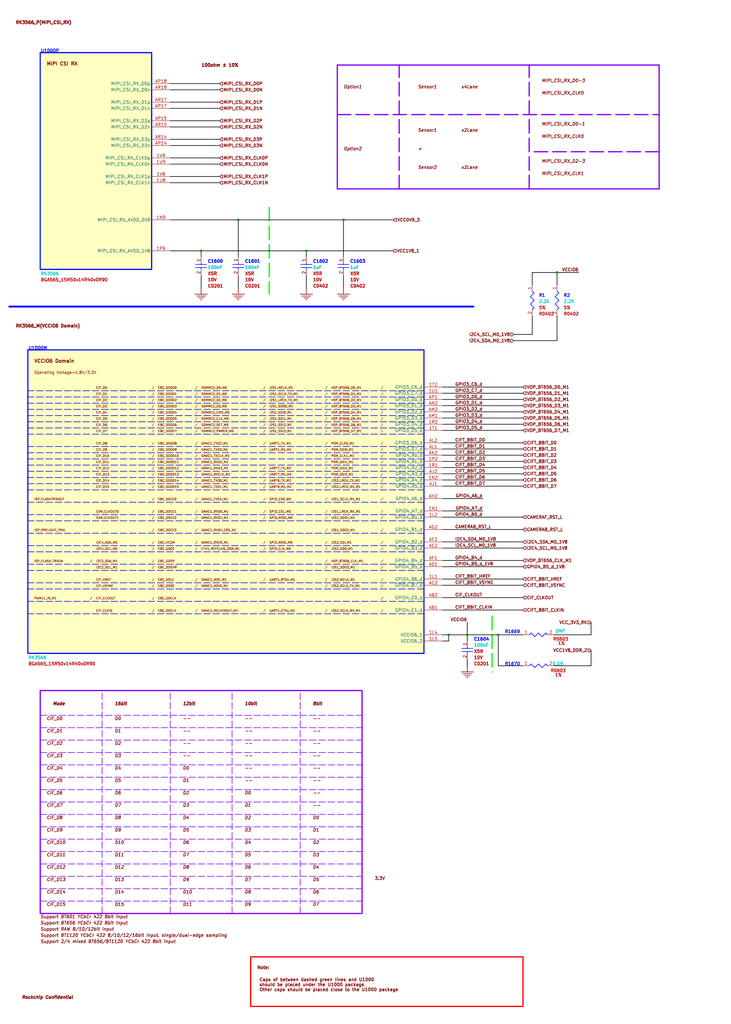
<source format=kicad_sch>
(kicad_sch (version 20231120) (generator "eeschema") (generator_version "8.0")
  (paper "User" 300.004 419.989)
  (lib_symbols
    (symbol "total-altium-import:12_0_RESISTOR"
      (symbol "12_0_RESISTOR_1_0"
        (pin passive line (at 2.54 2.54 270) (length 2.54) (name "1") (number "1"))
        (pin passive line (at 2.54 -10.16 90) (length 2.54) (name "2") (number "2"))
      )
    )
    (symbol "total-altium-import:16_0_CAP NP"
      (symbol "16_0_CAP NP_1_0"
        (pin passive line (at 2.54 2.54 270) (length 2.54) (name "1") (number "1"))
        (pin passive line (at 2.54 -5.08 90) (length 2.54) (name "2") (number "2"))
      )
    )
    (symbol "total-altium-import:16_0_SOC_RK3566"
      (symbol "16_0_SOC_RK3566_1_0"
        (pin passive line (at 30.48 -7.62 180) (length 7.62) (name "VDD_CPU_1") (number "1C12"))
        (pin passive line (at 30.48 -10.16 180) (length 7.62) (name "VDD_CPU_2") (number "1D11"))
        (pin passive line (at 30.48 -12.7 180) (length 7.62) (name "VDD_CPU_3") (number "1D12"))
        (pin passive line (at 30.48 -15.24 180) (length 7.62) (name "VDD_CPU_4") (number "1E11"))
        (pin passive line (at 30.48 -17.78 180) (length 7.62) (name "VDD_CPU_5") (number "1E12"))
        (pin passive line (at 30.48 -20.32 180) (length 7.62) (name "VDD_CPU_6") (number "1E13"))
        (pin passive line (at 30.48 -22.86 180) (length 7.62) (name "VDD_CPU_7") (number "1F11"))
        (pin passive line (at 30.48 -25.4 180) (length 7.62) (name "VDD_CPU_8") (number "1F12"))
        (pin passive line (at 30.48 -27.94 180) (length 7.62) (name "VDD_CPU_9") (number "1F13"))
        (pin passive line (at 30.48 -30.48 180) (length 7.62) (name "VDD_CPU_10") (number "1F14"))
        (pin passive line (at 30.48 -33.02 180) (length 7.62) (name "VDD_CPU_11") (number "1G13"))
        (pin passive line (at 30.48 -109.22 180) (length 7.62) (name "VDD_NPU_1") (number "1G15"))
        (pin passive line (at 30.48 -53.34 180) (length 7.62) (name "VDD_LOGIC_4") (number "1H10"))
        (pin passive line (at 30.48 -111.76 180) (length 7.62) (name "VDD_NPU_2") (number "1H14"))
        (pin passive line (at 30.48 -114.3 180) (length 7.62) (name "VDD_NPU_3") (number "1H15"))
        (pin passive line (at 30.48 -45.72 180) (length 7.62) (name "VDD_LOGIC_1") (number "1H7"))
        (pin passive line (at 30.48 -48.26 180) (length 7.62) (name "VDD_LOGIC_2") (number "1H8"))
        (pin passive line (at 30.48 -50.8 180) (length 7.62) (name "VDD_LOGIC_3") (number "1H9"))
        (pin passive line (at 30.48 -58.42 180) (length 7.62) (name "VDD_LOGIC_6") (number "1J10"))
        (pin passive line (at 30.48 -116.84 180) (length 7.62) (name "VDD_NPU_4") (number "1J14"))
        (pin passive line (at 30.48 -119.38 180) (length 7.62) (name "VDD_NPU_5") (number "1J15"))
        (pin passive line (at 30.48 -55.88 180) (length 7.62) (name "VDD_LOGIC_5") (number "1J7"))
        (pin passive line (at 30.48 -63.5 180) (length 7.62) (name "VDD_LOGIC_8") (number "1K10"))
        (pin passive line (at 30.48 -60.96 180) (length 7.62) (name "VDD_LOGIC_7") (number "1K7"))
        (pin passive line (at 30.48 -66.04 180) (length 7.62) (name "VDD_LOGIC_9") (number "1L7"))
        (pin passive line (at 30.48 -78.74 180) (length 7.62) (name "VDD_GPU_1") (number "1L8"))
        (pin passive line (at 30.48 -81.28 180) (length 7.62) (name "VDD_GPU_2") (number "1L9"))
        (pin passive line (at 30.48 -83.82 180) (length 7.62) (name "VDD_GPU_3") (number "1M7"))
        (pin passive line (at 30.48 -86.36 180) (length 7.62) (name "VDD_GPU_4") (number "1M8"))
        (pin passive line (at 30.48 -88.9 180) (length 7.62) (name "VDD_GPU_5") (number "1M9"))
      )
      (symbol "16_0_SOC_RK3566_2_0"
        (pin passive line (at 30.48 -78.74 180) (length 7.62) (name "VSS_30") (number "1B10"))
        (pin passive line (at 30.48 -81.28 180) (length 7.62) (name "VSS_31") (number "1B11"))
        (pin passive line (at 30.48 -83.82 180) (length 7.62) (name "VSS_32") (number "1B15"))
        (pin passive line (at 30.48 -86.36 180) (length 7.62) (name "VSS_33") (number "1B19"))
        (pin passive line (at 30.48 -101.6 180) (length 7.62) (name "VSS_39") (number "1C14"))
        (pin passive line (at 30.48 -104.14 180) (length 7.62) (name "VSS_40") (number "1C16"))
        (pin passive line (at 30.48 -106.68 180) (length 7.62) (name "VSS_41") (number "1C18"))
        (pin passive line (at 30.48 -88.9 180) (length 7.62) (name "VSS_34") (number "1C4"))
        (pin passive line (at 30.48 -91.44 180) (length 7.62) (name "VSS_35") (number "1C5"))
        (pin passive line (at 30.48 -93.98 180) (length 7.62) (name "VSS_36") (number "1C6"))
        (pin passive line (at 30.48 -96.52 180) (length 7.62) (name "VSS_37") (number "1C8"))
        (pin passive line (at 30.48 -99.06 180) (length 7.62) (name "VSS_38") (number "1C9"))
        (pin passive line (at 30.48 -109.22 180) (length 7.62) (name "VSS_42") (number "1D1"))
        (pin passive line (at 30.48 -114.3 180) (length 7.62) (name "VSS_44") (number "1D10"))
        (pin passive line (at 30.48 -116.84 180) (length 7.62) (name "VSS_45") (number "1D14"))
        (pin passive line (at 30.48 -111.76 180) (length 7.62) (name "VSS_43") (number "1D3"))
        (pin passive line (at 30.48 -124.46 180) (length 7.62) (name "VSS_48") (number "1E10"))
        (pin passive line (at 30.48 -127 180) (length 7.62) (name "VSS_49") (number "1E14"))
        (pin passive line (at 30.48 -129.54 180) (length 7.62) (name "VSS_50") (number "1E15"))
        (pin passive line (at 30.48 -119.38 180) (length 7.62) (name "VSS_46") (number "1E3"))
        (pin passive line (at 30.48 -121.92 180) (length 7.62) (name "VSS_47") (number "1E8"))
        (pin passive line (at 30.48 -5.08 180) (length 7.62) (name "VSS_1") (number "A1"))
        (pin passive line (at 30.48 -7.62 180) (length 7.62) (name "VSS_2") (number "A2"))
        (pin passive line (at 30.48 -10.16 180) (length 7.62) (name "VSS_3") (number "A38"))
        (pin passive line (at 30.48 -48.26 180) (length 7.62) (name "VSS_18") (number "AA2"))
        (pin passive line (at 30.48 -63.5 180) (length 7.62) (name "VSS_24") (number "AC37"))
        (pin passive line (at 30.48 -50.8 180) (length 7.62) (name "VSS_19") (number "AD2"))
        (pin passive line (at 30.48 -66.04 180) (length 7.62) (name "VSS_25") (number "AE37"))
        (pin passive line (at 30.48 -68.58 180) (length 7.62) (name "VSS_26") (number "AH37"))
        (pin passive line (at 30.48 -71.12 180) (length 7.62) (name "VSS_27") (number "AL37"))
        (pin passive line (at 30.48 -53.34 180) (length 7.62) (name "VSS_20") (number "AP2"))
        (pin passive line (at 30.48 -73.66 180) (length 7.62) (name "VSS_28") (number "AP37"))
        (pin passive line (at 30.48 -58.42 180) (length 7.62) (name "VSS_22") (number "AP8"))
        (pin passive line (at 30.48 -55.88 180) (length 7.62) (name "VSS_21") (number "AR1"))
        (pin passive line (at 30.48 -76.2 180) (length 7.62) (name "VSS_29") (number "AR38"))
        (pin passive line (at 30.48 -12.7 180) (length 7.62) (name "VSS_4") (number "B1"))
        (pin passive line (at 30.48 -20.32 180) (length 7.62) (name "VSS_7") (number "B11"))
        (pin passive line (at 30.48 -22.86 180) (length 7.62) (name "VSS_8") (number "B14"))
        (pin passive line (at 30.48 -25.4 180) (length 7.62) (name "VSS_9") (number "B18"))
        (pin passive line (at 30.48 -15.24 180) (length 7.62) (name "VSS_5") (number "B2"))
        (pin passive line (at 30.48 -27.94 180) (length 7.62) (name "VSS_10") (number "B21"))
        (pin passive line (at 30.48 -30.48 180) (length 7.62) (name "VSS_11") (number "B28"))
        (pin passive line (at 30.48 -33.02 180) (length 7.62) (name "VSS_12") (number "B31"))
        (pin passive line (at 30.48 -17.78 180) (length 7.62) (name "VSS_6") (number "B6"))
        (pin passive line (at 30.48 -35.56 180) (length 7.62) (name "VSS_13") (number "D2"))
        (pin passive line (at 30.48 -60.96 180) (length 7.62) (name "VSS_23") (number "E37"))
        (pin passive line (at 30.48 -38.1 180) (length 7.62) (name "VSS_14") (number "J2"))
        (pin passive line (at 30.48 -40.64 180) (length 7.62) (name "VSS_15") (number "L2"))
        (pin passive line (at 30.48 -43.18 180) (length 7.62) (name "VSS_16") (number "U2"))
        (pin passive line (at 30.48 -45.72 180) (length 7.62) (name "VSS_17") (number "W2"))
      )
      (symbol "16_0_SOC_RK3566_3_0"
        (pin passive line (at 30.48 -5.08 180) (length 7.62) (name "VSS_51") (number "1E17"))
        (pin passive line (at 30.48 -17.78 180) (length 7.62) (name "VSS_56") (number "1F10"))
        (pin passive line (at 30.48 -20.32 180) (length 7.62) (name "VSS_57") (number "1F15"))
        (pin passive line (at 30.48 -22.86 180) (length 7.62) (name "VSS_58") (number "1F16"))
        (pin passive line (at 30.48 -7.62 180) (length 7.62) (name "VSS_52") (number "1F6"))
        (pin passive line (at 30.48 -10.16 180) (length 7.62) (name "VSS_53") (number "1F7"))
        (pin passive line (at 30.48 -12.7 180) (length 7.62) (name "VSS_54") (number "1F8"))
        (pin passive line (at 30.48 -15.24 180) (length 7.62) (name "VSS_55") (number "1F9"))
        (pin passive line (at 30.48 -38.1 180) (length 7.62) (name "VSS_64") (number "1G10"))
        (pin passive line (at 30.48 -40.64 180) (length 7.62) (name "VSS_65") (number "1G11"))
        (pin passive line (at 30.48 -43.18 180) (length 7.62) (name "VSS_66") (number "1G12"))
        (pin passive line (at 30.48 -45.72 180) (length 7.62) (name "VSS_67") (number "1G14"))
        (pin passive line (at 30.48 -25.4 180) (length 7.62) (name "VSS_59") (number "1G3"))
        (pin passive line (at 30.48 -27.94 180) (length 7.62) (name "VSS_60") (number "1G6"))
        (pin passive line (at 30.48 -30.48 180) (length 7.62) (name "VSS_61") (number "1G7"))
        (pin passive line (at 30.48 -33.02 180) (length 7.62) (name "VSS_62") (number "1G8"))
        (pin passive line (at 30.48 -35.56 180) (length 7.62) (name "VSS_63") (number "1G9"))
        (pin passive line (at 30.48 -48.26 180) (length 7.62) (name "VSS_68") (number "1H1"))
        (pin passive line (at 30.48 -55.88 180) (length 7.62) (name "VSS_71") (number "1H11"))
        (pin passive line (at 30.48 -58.42 180) (length 7.62) (name "VSS_72") (number "1H12"))
        (pin passive line (at 30.48 -60.96 180) (length 7.62) (name "VSS_73") (number "1H13"))
        (pin passive line (at 30.48 -50.8 180) (length 7.62) (name "VSS_69") (number "1H2"))
        (pin passive line (at 30.48 -53.34 180) (length 7.62) (name "VSS_70") (number "1H6"))
        (pin passive line (at 30.48 -63.5 180) (length 7.62) (name "VSS_74") (number "1J1"))
        (pin passive line (at 30.48 -73.66 180) (length 7.62) (name "VSS_78") (number "1J11"))
        (pin passive line (at 30.48 -76.2 180) (length 7.62) (name "VSS_79") (number "1J12"))
        (pin passive line (at 30.48 -78.74 180) (length 7.62) (name "VSS_80") (number "1J13"))
        (pin passive line (at 30.48 -66.04 180) (length 7.62) (name "VSS_75") (number "1J6"))
        (pin passive line (at 30.48 -68.58 180) (length 7.62) (name "VSS_76") (number "1J8"))
        (pin passive line (at 30.48 -71.12 180) (length 7.62) (name "VSS_77") (number "1J9"))
        (pin passive line (at 30.48 -99.06 180) (length 7.62) (name "VSS_88") (number "1K11"))
        (pin passive line (at 30.48 -101.6 180) (length 7.62) (name "VSS_89") (number "1K12"))
        (pin passive line (at 30.48 -104.14 180) (length 7.62) (name "VSS_90") (number "1K13"))
        (pin passive line (at 30.48 -106.68 180) (length 7.62) (name "VSS_91") (number "1K14"))
        (pin passive line (at 30.48 -109.22 180) (length 7.62) (name "VSS_92") (number "1K15"))
        (pin passive line (at 30.48 -81.28 180) (length 7.62) (name "VSS_81") (number "1K2"))
        (pin passive line (at 30.48 -83.82 180) (length 7.62) (name "VSS_82") (number "1K3"))
        (pin passive line (at 30.48 -86.36 180) (length 7.62) (name "VSS_83") (number "1K4"))
        (pin passive line (at 30.48 -88.9 180) (length 7.62) (name "VSS_84") (number "1K5"))
        (pin passive line (at 30.48 -91.44 180) (length 7.62) (name "VSS_85") (number "1K6"))
        (pin passive line (at 30.48 -93.98 180) (length 7.62) (name "VSS_86") (number "1K8"))
        (pin passive line (at 30.48 -96.52 180) (length 7.62) (name "VSS_87") (number "1K9"))
        (pin passive line (at 30.48 -116.84 180) (length 7.62) (name "VSS_95") (number "1L10"))
        (pin passive line (at 30.48 -119.38 180) (length 7.62) (name "VSS_96") (number "1L11"))
        (pin passive line (at 30.48 -121.92 180) (length 7.62) (name "VSS_97") (number "1L12"))
        (pin passive line (at 30.48 -124.46 180) (length 7.62) (name "VSS_98") (number "1L13"))
        (pin passive line (at 30.48 -127 180) (length 7.62) (name "VSS_99") (number "1L14"))
        (pin passive line (at 30.48 -129.54 180) (length 7.62) (name "VSS_100") (number "1L15"))
        (pin passive line (at 30.48 -111.76 180) (length 7.62) (name "VSS_93") (number "1L3"))
        (pin passive line (at 30.48 -114.3 180) (length 7.62) (name "VSS_94") (number "1L6"))
      )
      (symbol "16_0_SOC_RK3566_4_0"
        (pin passive line (at 30.48 -15.24 180) (length 7.62) (name "VSS_105") (number "1M10"))
        (pin passive line (at 30.48 -17.78 180) (length 7.62) (name "VSS_106") (number "1M11"))
        (pin passive line (at 30.48 -20.32 180) (length 7.62) (name "VSS_107") (number "1M12"))
        (pin passive line (at 30.48 -22.86 180) (length 7.62) (name "VSS_108") (number "1M13"))
        (pin passive line (at 30.48 -25.4 180) (length 7.62) (name "VSS_109") (number "1M14"))
        (pin passive line (at 30.48 -27.94 180) (length 7.62) (name "VSS_110") (number "1M15"))
        (pin passive line (at 30.48 -30.48 180) (length 7.62) (name "VSS_111") (number "1M16"))
        (pin passive line (at 30.48 -33.02 180) (length 7.62) (name "VSS_112") (number "1M17"))
        (pin passive line (at 30.48 -35.56 180) (length 7.62) (name "VSS_113") (number "1M20"))
        (pin passive line (at 30.48 -5.08 180) (length 7.62) (name "VSS_101") (number "1M3"))
        (pin passive line (at 30.48 -7.62 180) (length 7.62) (name "VSS_102") (number "1M4"))
        (pin passive line (at 30.48 -10.16 180) (length 7.62) (name "VSS_103") (number "1M5"))
        (pin passive line (at 30.48 -12.7 180) (length 7.62) (name "VSS_104") (number "1M6"))
        (pin passive line (at 30.48 -38.1 180) (length 7.62) (name "VSS_114") (number "1N3"))
        (pin passive line (at 30.48 -40.64 180) (length 7.62) (name "VSS_115") (number "1N4"))
        (pin passive line (at 30.48 -43.18 180) (length 7.62) (name "VSS_116") (number "1N7"))
        (pin passive line (at 30.48 -45.72 180) (length 7.62) (name "VSS_117") (number "1P1"))
        (pin passive line (at 30.48 -55.88 180) (length 7.62) (name "VSS_121") (number "1P15"))
        (pin passive line (at 30.48 -48.26 180) (length 7.62) (name "VSS_118") (number "1P5"))
        (pin passive line (at 30.48 -50.8 180) (length 7.62) (name "VSS_119") (number "1P6"))
        (pin passive line (at 30.48 -53.34 180) (length 7.62) (name "VSS_120") (number "1P7"))
        (pin passive line (at 30.48 -58.42 180) (length 7.62) (name "VSS_122") (number "1R3"))
        (pin passive line (at 30.48 -60.96 180) (length 7.62) (name "VSS_123") (number "1R4"))
        (pin passive line (at 30.48 -63.5 180) (length 7.62) (name "VSS_124") (number "1R5"))
        (pin passive line (at 30.48 -66.04 180) (length 7.62) (name "VSS_125") (number "1R6"))
        (pin passive line (at 30.48 -68.58 180) (length 7.62) (name "VSS_126") (number "1R7"))
        (pin passive line (at 30.48 -71.12 180) (length 7.62) (name "VSS_127") (number "1T3"))
        (pin passive line (at 30.48 -73.66 180) (length 7.62) (name "VSS_128") (number "1T5"))
        (pin passive line (at 30.48 -76.2 180) (length 7.62) (name "VSS_129") (number "1U2"))
        (pin passive line (at 30.48 -78.74 180) (length 7.62) (name "VSS_130") (number "1V1"))
        (pin passive line (at 30.48 -81.28 180) (length 7.62) (name "VSS_131") (number "1V4"))
      )
      (symbol "16_0_SOC_RK3566_5_0"
        (pin passive line (at 30.48 -119.38 180) (length 7.62) (name "AVSS1_6") (number "1F20"))
        (pin passive line (at 30.48 -121.92 180) (length 7.62) (name "AVSS1_7") (number "1G16"))
        (pin passive line (at 30.48 -124.46 180) (length 7.62) (name "AVSS1_8") (number "1G18"))
        (pin passive line (at 30.48 -127 180) (length 7.62) (name "AVSS1_9") (number "1G19"))
        (pin passive line (at 30.48 -129.54 180) (length 7.62) (name "AVSS1_10") (number "1G20"))
        (pin passive line (at 30.48 -132.08 180) (length 7.62) (name "AVSS1_11") (number "1J16"))
        (pin passive line (at 30.48 -134.62 180) (length 7.62) (name "AVSS1_12") (number "1J18"))
        (pin passive line (at 30.48 -137.16 180) (length 7.62) (name "AVSS1_13") (number "1K18"))
        (pin passive line (at 30.48 -139.7 180) (length 7.62) (name "AVSS1_14") (number "1L19"))
        (pin passive line (at 30.48 -25.4 180) (length 7.62) (name "AVSS_9") (number "1N11"))
        (pin passive line (at 30.48 -27.94 180) (length 7.62) (name "AVSS_10") (number "1N12"))
        (pin passive line (at 30.48 -33.02 180) (length 7.62) (name "AVSS_12") (number "1P10"))
        (pin passive line (at 30.48 -35.56 180) (length 7.62) (name "AVSS_13") (number "1P14"))
        (pin passive line (at 30.48 -30.48 180) (length 7.62) (name "AVSS_11") (number "1P8"))
        (pin passive line (at 30.48 -43.18 180) (length 7.62) (name "AVSS_16") (number "1R11"))
        (pin passive line (at 30.48 -45.72 180) (length 7.62) (name "AVSS_17") (number "1R12"))
        (pin passive line (at 30.48 -48.26 180) (length 7.62) (name "AVSS_18") (number "1R13"))
        (pin passive line (at 30.48 -50.8 180) (length 7.62) (name "AVSS_19") (number "1R14"))
        (pin passive line (at 30.48 -53.34 180) (length 7.62) (name "AVSS_20") (number "1R15"))
        (pin passive line (at 30.48 -38.1 180) (length 7.62) (name "AVSS_14") (number "1R8"))
        (pin passive line (at 30.48 -40.64 180) (length 7.62) (name "AVSS_15") (number "1R9"))
        (pin passive line (at 30.48 -63.5 180) (length 7.62) (name "AVSS_24") (number "1T10"))
        (pin passive line (at 30.48 -66.04 180) (length 7.62) (name "AVSS_25") (number "1T11"))
        (pin passive line (at 30.48 -68.58 180) (length 7.62) (name "AVSS_26") (number "1T12"))
        (pin passive line (at 30.48 -71.12 180) (length 7.62) (name "AVSS_27") (number "1T13"))
        (pin passive line (at 30.48 -73.66 180) (length 7.62) (name "AVSS_28") (number "1T14"))
        (pin passive line (at 30.48 -76.2 180) (length 7.62) (name "AVSS_29") (number "1T15"))
        (pin passive line (at 30.48 -78.74 180) (length 7.62) (name "AVSS_30") (number "1T16"))
        (pin passive line (at 30.48 -81.28 180) (length 7.62) (name "AVSS_31") (number "1T17"))
        (pin passive line (at 30.48 -55.88 180) (length 7.62) (name "AVSS_21") (number "1T7"))
        (pin passive line (at 30.48 -58.42 180) (length 7.62) (name "AVSS_22") (number "1T8"))
        (pin passive line (at 30.48 -60.96 180) (length 7.62) (name "AVSS_23") (number "1T9"))
        (pin passive line (at 30.48 -83.82 180) (length 7.62) (name "AVSS_32") (number "1U12"))
        (pin passive line (at 30.48 -86.36 180) (length 7.62) (name "AVSS_33") (number "1U13"))
        (pin passive line (at 30.48 -88.9 180) (length 7.62) (name "AVSS_34") (number "1U15"))
        (pin passive line (at 30.48 -91.44 180) (length 7.62) (name "AVSS_35") (number "1U17"))
        (pin passive line (at 30.48 -96.52 180) (length 7.62) (name "AVSS_37") (number "1V12"))
        (pin passive line (at 30.48 -99.06 180) (length 7.62) (name "AVSS_38") (number "1V13"))
        (pin passive line (at 30.48 -101.6 180) (length 7.62) (name "AVSS_39") (number "1V18"))
        (pin passive line (at 30.48 -93.98 180) (length 7.62) (name "AVSS_36") (number "1V7"))
        (pin passive line (at 30.48 -5.08 180) (length 7.62) (name "AVSS_1") (number "AP13"))
        (pin passive line (at 30.48 -7.62 180) (length 7.62) (name "AVSS_2") (number "AP16"))
        (pin passive line (at 30.48 -10.16 180) (length 7.62) (name "AVSS_3") (number "AP19"))
        (pin passive line (at 30.48 -12.7 180) (length 7.62) (name "AVSS_4") (number "AP22"))
        (pin passive line (at 30.48 -15.24 180) (length 7.62) (name "AVSS_5") (number "AP25"))
        (pin passive line (at 30.48 -17.78 180) (length 7.62) (name "AVSS_6") (number "AP28"))
        (pin passive line (at 30.48 -20.32 180) (length 7.62) (name "AVSS_7") (number "AP31"))
        (pin passive line (at 30.48 -22.86 180) (length 7.62) (name "AVSS_8") (number "AP34"))
        (pin passive line (at 30.48 -106.68 180) (length 7.62) (name "AVSS1_1") (number "H37"))
        (pin passive line (at 30.48 -109.22 180) (length 7.62) (name "AVSS1_2") (number "L37"))
        (pin passive line (at 30.48 -111.76 180) (length 7.62) (name "AVSS1_3") (number "P37"))
        (pin passive line (at 30.48 -114.3 180) (length 7.62) (name "AVSS1_4") (number "U37"))
        (pin passive line (at 30.48 -116.84 180) (length 7.62) (name "AVSS1_5") (number "Y37"))
      )
      (symbol "16_0_SOC_RK3566_6_0"
        (text "---" (at 133.096 -13.462 0) (effects (font (size 0.889 0.889)) (justify left bottom)))
        (text "---" (at 178.816 -104.902 0) (effects (font (size 0.889 0.889)) (justify left bottom)))
        (text "---" (at 178.816 -76.962 0) (effects (font (size 0.889 0.889)) (justify left bottom)))
        (text "---" (at 178.816 -74.422 0) (effects (font (size 0.889 0.889)) (justify left bottom)))
        (text "---" (at 178.816 -66.802 0) (effects (font (size 0.889 0.889)) (justify left bottom)))
        (text "---" (at 178.816 -64.262 0) (effects (font (size 0.889 0.889)) (justify left bottom)))
        (text "---" (at 178.816 -56.642 0) (effects (font (size 0.889 0.889)) (justify left bottom)))
        (text "---" (at 178.816 -49.022 0) (effects (font (size 0.889 0.889)) (justify left bottom)))
        (text "---" (at 178.816 -41.402 0) (effects (font (size 0.889 0.889)) (justify left bottom)))
        (text "---" (at 178.816 -38.862 0) (effects (font (size 0.889 0.889)) (justify left bottom)))
        (text "---" (at 178.816 -31.242 0) (effects (font (size 0.889 0.889)) (justify left bottom)))
        (text "---" (at 178.816 -18.542 0) (effects (font (size 0.889 0.889)) (justify left bottom)))
        (text "---" (at 178.816 -13.462 0) (effects (font (size 0.889 0.889)) (justify left bottom)))
        (text "---" (at 178.816 -10.922 0) (effects (font (size 0.889 0.889)) (justify left bottom)))
        (text "/" (at 17.78 -155.702 0) (effects (font (size 0.889 0.889)) (justify left bottom)))
        (text "/" (at 17.78 -153.162 0) (effects (font (size 0.889 0.889)) (justify left bottom)))
        (text "/" (at 17.78 -148.082 0) (effects (font (size 0.889 0.889)) (justify left bottom)))
        (text "/" (at 17.78 -143.002 0) (effects (font (size 0.889 0.889)) (justify left bottom)))
        (text "/" (at 17.78 -140.462 0) (effects (font (size 0.889 0.889)) (justify left bottom)))
        (text "/" (at 17.78 -137.922 0) (effects (font (size 0.889 0.889)) (justify left bottom)))
        (text "/" (at 17.78 -135.382 0) (effects (font (size 0.889 0.889)) (justify left bottom)))
        (text "/" (at 17.78 -132.842 0) (effects (font (size 0.889 0.889)) (justify left bottom)))
        (text "/" (at 17.78 -130.302 0) (effects (font (size 0.889 0.889)) (justify left bottom)))
        (text "/" (at 17.78 -127.762 0) (effects (font (size 0.889 0.889)) (justify left bottom)))
        (text "/" (at 17.78 -125.222 0) (effects (font (size 0.889 0.889)) (justify left bottom)))
        (text "/" (at 17.78 -117.602 0) (effects (font (size 0.889 0.889)) (justify left bottom)))
        (text "/" (at 17.78 -115.062 0) (effects (font (size 0.889 0.889)) (justify left bottom)))
        (text "/" (at 17.78 -109.982 0) (effects (font (size 0.889 0.889)) (justify left bottom)))
        (text "/" (at 17.78 -104.902 0) (effects (font (size 0.889 0.889)) (justify left bottom)))
        (text "/" (at 17.78 -102.362 0) (effects (font (size 0.889 0.889)) (justify left bottom)))
        (text "/" (at 17.78 -99.822 0) (effects (font (size 0.889 0.889)) (justify left bottom)))
        (text "/" (at 17.78 -97.282 0) (effects (font (size 0.889 0.889)) (justify left bottom)))
        (text "/" (at 17.78 -94.742 0) (effects (font (size 0.889 0.889)) (justify left bottom)))
        (text "/" (at 17.78 -92.202 0) (effects (font (size 0.889 0.889)) (justify left bottom)))
        (text "/" (at 17.78 -89.662 0) (effects (font (size 0.889 0.889)) (justify left bottom)))
        (text "/" (at 17.78 -87.122 0) (effects (font (size 0.889 0.889)) (justify left bottom)))
        (text "/" (at 17.78 -79.502 0) (effects (font (size 0.889 0.889)) (justify left bottom)))
        (text "/" (at 17.78 -76.962 0) (effects (font (size 0.889 0.889)) (justify left bottom)))
        (text "/" (at 17.78 -71.882 0) (effects (font (size 0.889 0.889)) (justify left bottom)))
        (text "/" (at 17.78 -66.802 0) (effects (font (size 0.889 0.889)) (justify left bottom)))
        (text "/" (at 17.78 -64.262 0) (effects (font (size 0.889 0.889)) (justify left bottom)))
        (text "/" (at 17.78 -61.722 0) (effects (font (size 0.889 0.889)) (justify left bottom)))
        (text "/" (at 17.78 -59.182 0) (effects (font (size 0.889 0.889)) (justify left bottom)))
        (text "/" (at 17.78 -56.642 0) (effects (font (size 0.889 0.889)) (justify left bottom)))
        (text "/" (at 17.78 -54.102 0) (effects (font (size 0.889 0.889)) (justify left bottom)))
        (text "/" (at 17.78 -51.562 0) (effects (font (size 0.889 0.889)) (justify left bottom)))
        (text "/" (at 17.78 -49.022 0) (effects (font (size 0.889 0.889)) (justify left bottom)))
        (text "/" (at 17.78 -41.402 0) (effects (font (size 0.889 0.889)) (justify left bottom)))
        (text "/" (at 17.78 -38.862 0) (effects (font (size 0.889 0.889)) (justify left bottom)))
        (text "/" (at 17.78 -33.782 0) (effects (font (size 0.889 0.889)) (justify left bottom)))
        (text "/" (at 17.78 -28.702 0) (effects (font (size 0.889 0.889)) (justify left bottom)))
        (text "/" (at 17.78 -26.162 0) (effects (font (size 0.889 0.889)) (justify left bottom)))
        (text "/" (at 17.78 -23.622 0) (effects (font (size 0.889 0.889)) (justify left bottom)))
        (text "/" (at 17.78 -21.082 0) (effects (font (size 0.889 0.889)) (justify left bottom)))
        (text "/" (at 17.78 -18.542 0) (effects (font (size 0.889 0.889)) (justify left bottom)))
        (text "/" (at 17.78 -16.002 0) (effects (font (size 0.889 0.889)) (justify left bottom)))
        (text "/" (at 17.78 -13.462 0) (effects (font (size 0.889 0.889)) (justify left bottom)))
        (text "/" (at 17.78 -10.922 0) (effects (font (size 0.889 0.889)) (justify left bottom)))
        (text "/" (at 40.64 -155.702 0) (effects (font (size 0.889 0.889)) (justify left bottom)))
        (text "/" (at 40.64 -153.162 0) (effects (font (size 0.889 0.889)) (justify left bottom)))
        (text "/" (at 40.64 -148.082 0) (effects (font (size 0.889 0.889)) (justify left bottom)))
        (text "/" (at 40.64 -143.002 0) (effects (font (size 0.889 0.889)) (justify left bottom)))
        (text "/" (at 40.64 -140.462 0) (effects (font (size 0.889 0.889)) (justify left bottom)))
        (text "/" (at 40.64 -137.922 0) (effects (font (size 0.889 0.889)) (justify left bottom)))
        (text "/" (at 40.64 -135.382 0) (effects (font (size 0.889 0.889)) (justify left bottom)))
        (text "/" (at 40.64 -132.842 0) (effects (font (size 0.889 0.889)) (justify left bottom)))
        (text "/" (at 40.64 -130.302 0) (effects (font (size 0.889 0.889)) (justify left bottom)))
        (text "/" (at 40.64 -127.762 0) (effects (font (size 0.889 0.889)) (justify left bottom)))
        (text "/" (at 40.64 -125.222 0) (effects (font (size 0.889 0.889)) (justify left bottom)))
        (text "/" (at 40.64 -117.602 0) (effects (font (size 0.889 0.889)) (justify left bottom)))
        (text "/" (at 40.64 -115.062 0) (effects (font (size 0.889 0.889)) (justify left bottom)))
        (text "/" (at 40.64 -109.982 0) (effects (font (size 0.889 0.889)) (justify left bottom)))
        (text "/" (at 40.64 -104.902 0) (effects (font (size 0.889 0.889)) (justify left bottom)))
        (text "/" (at 40.64 -102.362 0) (effects (font (size 0.889 0.889)) (justify left bottom)))
        (text "/" (at 40.64 -99.822 0) (effects (font (size 0.889 0.889)) (justify left bottom)))
        (text "/" (at 40.64 -97.282 0) (effects (font (size 0.889 0.889)) (justify left bottom)))
        (text "/" (at 40.64 -94.742 0) (effects (font (size 0.889 0.889)) (justify left bottom)))
        (text "/" (at 40.64 -92.202 0) (effects (font (size 0.889 0.889)) (justify left bottom)))
        (text "/" (at 40.64 -89.662 0) (effects (font (size 0.889 0.889)) (justify left bottom)))
        (text "/" (at 40.64 -87.122 0) (effects (font (size 0.889 0.889)) (justify left bottom)))
        (text "/" (at 40.64 -79.502 0) (effects (font (size 0.889 0.889)) (justify left bottom)))
        (text "/" (at 40.64 -76.962 0) (effects (font (size 0.889 0.889)) (justify left bottom)))
        (text "/" (at 40.64 -71.882 0) (effects (font (size 0.889 0.889)) (justify left bottom)))
        (text "/" (at 40.64 -66.802 0) (effects (font (size 0.889 0.889)) (justify left bottom)))
        (text "/" (at 40.64 -64.262 0) (effects (font (size 0.889 0.889)) (justify left bottom)))
        (text "/" (at 40.64 -61.722 0) (effects (font (size 0.889 0.889)) (justify left bottom)))
        (text "/" (at 40.64 -59.182 0) (effects (font (size 0.889 0.889)) (justify left bottom)))
        (text "/" (at 40.64 -56.642 0) (effects (font (size 0.889 0.889)) (justify left bottom)))
        (text "/" (at 40.64 -54.102 0) (effects (font (size 0.889 0.889)) (justify left bottom)))
        (text "/" (at 40.64 -51.562 0) (effects (font (size 0.889 0.889)) (justify left bottom)))
        (text "/" (at 40.64 -49.022 0) (effects (font (size 0.889 0.889)) (justify left bottom)))
        (text "/" (at 40.64 -41.402 0) (effects (font (size 0.889 0.889)) (justify left bottom)))
        (text "/" (at 40.64 -38.862 0) (effects (font (size 0.889 0.889)) (justify left bottom)))
        (text "/" (at 40.64 -33.782 0) (effects (font (size 0.889 0.889)) (justify left bottom)))
        (text "/" (at 40.64 -28.702 0) (effects (font (size 0.889 0.889)) (justify left bottom)))
        (text "/" (at 40.64 -26.162 0) (effects (font (size 0.889 0.889)) (justify left bottom)))
        (text "/" (at 40.64 -23.622 0) (effects (font (size 0.889 0.889)) (justify left bottom)))
        (text "/" (at 40.64 -21.082 0) (effects (font (size 0.889 0.889)) (justify left bottom)))
        (text "/" (at 40.64 -18.542 0) (effects (font (size 0.889 0.889)) (justify left bottom)))
        (text "/" (at 40.64 -16.002 0) (effects (font (size 0.889 0.889)) (justify left bottom)))
        (text "/" (at 40.64 -13.462 0) (effects (font (size 0.889 0.889)) (justify left bottom)))
        (text "/" (at 40.64 -10.922 0) (effects (font (size 0.889 0.889)) (justify left bottom)))
        (text "/" (at 63.5 -155.702 0) (effects (font (size 0.889 0.889)) (justify left bottom)))
        (text "/" (at 63.5 -153.162 0) (effects (font (size 0.889 0.889)) (justify left bottom)))
        (text "/" (at 63.5 -148.082 0) (effects (font (size 0.889 0.889)) (justify left bottom)))
        (text "/" (at 63.5 -143.002 0) (effects (font (size 0.889 0.889)) (justify left bottom)))
        (text "/" (at 63.5 -140.462 0) (effects (font (size 0.889 0.889)) (justify left bottom)))
        (text "/" (at 63.5 -137.922 0) (effects (font (size 0.889 0.889)) (justify left bottom)))
        (text "/" (at 63.5 -135.382 0) (effects (font (size 0.889 0.889)) (justify left bottom)))
        (text "/" (at 63.5 -132.842 0) (effects (font (size 0.889 0.889)) (justify left bottom)))
        (text "/" (at 63.5 -130.302 0) (effects (font (size 0.889 0.889)) (justify left bottom)))
        (text "/" (at 63.5 -127.762 0) (effects (font (size 0.889 0.889)) (justify left bottom)))
        (text "/" (at 63.5 -125.222 0) (effects (font (size 0.889 0.889)) (justify left bottom)))
        (text "/" (at 63.5 -117.602 0) (effects (font (size 0.889 0.889)) (justify left bottom)))
        (text "/" (at 63.5 -115.062 0) (effects (font (size 0.889 0.889)) (justify left bottom)))
        (text "/" (at 63.5 -109.982 0) (effects (font (size 0.889 0.889)) (justify left bottom)))
        (text "/" (at 63.5 -104.902 0) (effects (font (size 0.889 0.889)) (justify left bottom)))
        (text "/" (at 63.5 -102.362 0) (effects (font (size 0.889 0.889)) (justify left bottom)))
        (text "/" (at 63.5 -99.822 0) (effects (font (size 0.889 0.889)) (justify left bottom)))
        (text "/" (at 63.5 -97.282 0) (effects (font (size 0.889 0.889)) (justify left bottom)))
        (text "/" (at 63.5 -94.742 0) (effects (font (size 0.889 0.889)) (justify left bottom)))
        (text "/" (at 63.5 -92.202 0) (effects (font (size 0.889 0.889)) (justify left bottom)))
        (text "/" (at 63.5 -89.662 0) (effects (font (size 0.889 0.889)) (justify left bottom)))
        (text "/" (at 63.5 -87.122 0) (effects (font (size 0.889 0.889)) (justify left bottom)))
        (text "/" (at 63.5 -79.502 0) (effects (font (size 0.889 0.889)) (justify left bottom)))
        (text "/" (at 63.5 -76.962 0) (effects (font (size 0.889 0.889)) (justify left bottom)))
        (text "/" (at 63.5 -71.882 0) (effects (font (size 0.889 0.889)) (justify left bottom)))
        (text "/" (at 63.5 -66.802 0) (effects (font (size 0.889 0.889)) (justify left bottom)))
        (text "/" (at 63.5 -64.262 0) (effects (font (size 0.889 0.889)) (justify left bottom)))
        (text "/" (at 63.5 -61.722 0) (effects (font (size 0.889 0.889)) (justify left bottom)))
        (text "/" (at 63.5 -59.182 0) (effects (font (size 0.889 0.889)) (justify left bottom)))
        (text "/" (at 63.5 -56.642 0) (effects (font (size 0.889 0.889)) (justify left bottom)))
        (text "/" (at 63.5 -54.102 0) (effects (font (size 0.889 0.889)) (justify left bottom)))
        (text "/" (at 63.5 -51.562 0) (effects (font (size 0.889 0.889)) (justify left bottom)))
        (text "/" (at 63.5 -49.022 0) (effects (font (size 0.889 0.889)) (justify left bottom)))
        (text "/" (at 63.5 -41.402 0) (effects (font (size 0.889 0.889)) (justify left bottom)))
        (text "/" (at 63.5 -38.862 0) (effects (font (size 0.889 0.889)) (justify left bottom)))
        (text "/" (at 63.5 -33.782 0) (effects (font (size 0.889 0.889)) (justify left bottom)))
        (text "/" (at 63.5 -28.702 0) (effects (font (size 0.889 0.889)) (justify left bottom)))
        (text "/" (at 63.5 -26.162 0) (effects (font (size 0.889 0.889)) (justify left bottom)))
        (text "/" (at 63.5 -23.622 0) (effects (font (size 0.889 0.889)) (justify left bottom)))
        (text "/" (at 63.5 -21.082 0) (effects (font (size 0.889 0.889)) (justify left bottom)))
        (text "/" (at 63.5 -18.542 0) (effects (font (size 0.889 0.889)) (justify left bottom)))
        (text "/" (at 63.5 -16.002 0) (effects (font (size 0.889 0.889)) (justify left bottom)))
        (text "/" (at 63.5 -13.462 0) (effects (font (size 0.889 0.889)) (justify left bottom)))
        (text "/" (at 63.5 -10.922 0) (effects (font (size 0.889 0.889)) (justify left bottom)))
        (text "/" (at 81.28 -155.702 0) (effects (font (size 0.889 0.889)) (justify left bottom)))
        (text "/" (at 81.28 -153.162 0) (effects (font (size 0.889 0.889)) (justify left bottom)))
        (text "/" (at 81.28 -148.082 0) (effects (font (size 0.889 0.889)) (justify left bottom)))
        (text "/" (at 81.28 -143.002 0) (effects (font (size 0.889 0.889)) (justify left bottom)))
        (text "/" (at 81.28 -140.462 0) (effects (font (size 0.889 0.889)) (justify left bottom)))
        (text "/" (at 81.28 -137.922 0) (effects (font (size 0.889 0.889)) (justify left bottom)))
        (text "/" (at 81.28 -135.382 0) (effects (font (size 0.889 0.889)) (justify left bottom)))
        (text "/" (at 81.28 -132.842 0) (effects (font (size 0.889 0.889)) (justify left bottom)))
        (text "/" (at 81.28 -130.302 0) (effects (font (size 0.889 0.889)) (justify left bottom)))
        (text "/" (at 81.28 -127.762 0) (effects (font (size 0.889 0.889)) (justify left bottom)))
        (text "/" (at 81.28 -125.222 0) (effects (font (size 0.889 0.889)) (justify left bottom)))
        (text "/" (at 81.28 -117.602 0) (effects (font (size 0.889 0.889)) (justify left bottom)))
        (text "/" (at 81.28 -115.062 0) (effects (font (size 0.889 0.889)) (justify left bottom)))
        (text "/" (at 81.28 -109.982 0) (effects (font (size 0.889 0.889)) (justify left bottom)))
        (text "/" (at 81.28 -104.902 0) (effects (font (size 0.889 0.889)) (justify left bottom)))
        (text "/" (at 81.28 -102.362 0) (effects (font (size 0.889 0.889)) (justify left bottom)))
        (text "/" (at 81.28 -99.822 0) (effects (font (size 0.889 0.889)) (justify left bottom)))
        (text "/" (at 81.28 -97.282 0) (effects (font (size 0.889 0.889)) (justify left bottom)))
        (text "/" (at 81.28 -94.742 0) (effects (font (size 0.889 0.889)) (justify left bottom)))
        (text "/" (at 81.28 -92.202 0) (effects (font (size 0.889 0.889)) (justify left bottom)))
        (text "/" (at 81.28 -89.662 0) (effects (font (size 0.889 0.889)) (justify left bottom)))
        (text "/" (at 81.28 -87.122 0) (effects (font (size 0.889 0.889)) (justify left bottom)))
        (text "/" (at 81.28 -79.502 0) (effects (font (size 0.889 0.889)) (justify left bottom)))
        (text "/" (at 81.28 -76.962 0) (effects (font (size 0.889 0.889)) (justify left bottom)))
        (text "/" (at 81.28 -71.882 0) (effects (font (size 0.889 0.889)) (justify left bottom)))
        (text "/" (at 81.28 -66.802 0) (effects (font (size 0.889 0.889)) (justify left bottom)))
        (text "/" (at 81.28 -64.262 0) (effects (font (size 0.889 0.889)) (justify left bottom)))
        (text "/" (at 81.28 -61.722 0) (effects (font (size 0.889 0.889)) (justify left bottom)))
        (text "/" (at 81.28 -59.182 0) (effects (font (size 0.889 0.889)) (justify left bottom)))
        (text "/" (at 81.28 -56.642 0) (effects (font (size 0.889 0.889)) (justify left bottom)))
        (text "/" (at 81.28 -54.102 0) (effects (font (size 0.889 0.889)) (justify left bottom)))
        (text "/" (at 81.28 -51.562 0) (effects (font (size 0.889 0.889)) (justify left bottom)))
        (text "/" (at 81.28 -49.022 0) (effects (font (size 0.889 0.889)) (justify left bottom)))
        (text "/" (at 81.28 -41.402 0) (effects (font (size 0.889 0.889)) (justify left bottom)))
        (text "/" (at 81.28 -38.862 0) (effects (font (size 0.889 0.889)) (justify left bottom)))
        (text "/" (at 81.28 -33.782 0) (effects (font (size 0.889 0.889)) (justify left bottom)))
        (text "/" (at 81.28 -28.702 0) (effects (font (size 0.889 0.889)) (justify left bottom)))
        (text "/" (at 81.28 -26.162 0) (effects (font (size 0.889 0.889)) (justify left bottom)))
        (text "/" (at 81.28 -23.622 0) (effects (font (size 0.889 0.889)) (justify left bottom)))
        (text "/" (at 81.28 -21.082 0) (effects (font (size 0.889 0.889)) (justify left bottom)))
        (text "/" (at 81.28 -18.542 0) (effects (font (size 0.889 0.889)) (justify left bottom)))
        (text "/" (at 81.28 -16.002 0) (effects (font (size 0.889 0.889)) (justify left bottom)))
        (text "/" (at 81.28 -13.462 0) (effects (font (size 0.889 0.889)) (justify left bottom)))
        (text "/" (at 81.28 -10.922 0) (effects (font (size 0.889 0.889)) (justify left bottom)))
        (text "/" (at 130.556 -104.902 0) (effects (font (size 0.889 0.889)) (justify left bottom)))
        (text "/" (at 130.556 -99.822 0) (effects (font (size 0.889 0.889)) (justify left bottom)))
        (text "/" (at 130.556 -97.282 0) (effects (font (size 0.889 0.889)) (justify left bottom)))
        (text "/" (at 130.556 -94.742 0) (effects (font (size 0.889 0.889)) (justify left bottom)))
        (text "/" (at 130.556 -92.202 0) (effects (font (size 0.889 0.889)) (justify left bottom)))
        (text "/" (at 130.556 -87.122 0) (effects (font (size 0.889 0.889)) (justify left bottom)))
        (text "/" (at 130.556 -84.582 0) (effects (font (size 0.889 0.889)) (justify left bottom)))
        (text "/" (at 130.556 -79.502 0) (effects (font (size 0.889 0.889)) (justify left bottom)))
        (text "/" (at 130.556 -76.962 0) (effects (font (size 0.889 0.889)) (justify left bottom)))
        (text "/" (at 130.556 -74.422 0) (effects (font (size 0.889 0.889)) (justify left bottom)))
        (text "/" (at 130.556 -69.342 0) (effects (font (size 0.889 0.889)) (justify left bottom)))
        (text "/" (at 130.556 -66.802 0) (effects (font (size 0.889 0.889)) (justify left bottom)))
        (text "/" (at 130.556 -64.262 0) (effects (font (size 0.889 0.889)) (justify left bottom)))
        (text "/" (at 130.556 -61.722 0) (effects (font (size 0.889 0.889)) (justify left bottom)))
        (text "/" (at 130.556 -56.642 0) (effects (font (size 0.889 0.889)) (justify left bottom)))
        (text "/" (at 130.556 -54.102 0) (effects (font (size 0.889 0.889)) (justify left bottom)))
        (text "/" (at 130.556 -51.562 0) (effects (font (size 0.889 0.889)) (justify left bottom)))
        (text "/" (at 130.556 -49.022 0) (effects (font (size 0.889 0.889)) (justify left bottom)))
        (text "/" (at 130.556 -43.942 0) (effects (font (size 0.889 0.889)) (justify left bottom)))
        (text "/" (at 130.556 -41.402 0) (effects (font (size 0.889 0.889)) (justify left bottom)))
        (text "/" (at 130.556 -38.862 0) (effects (font (size 0.889 0.889)) (justify left bottom)))
        (text "/" (at 130.556 -36.322 0) (effects (font (size 0.889 0.889)) (justify left bottom)))
        (text "/" (at 130.556 -31.242 0) (effects (font (size 0.889 0.889)) (justify left bottom)))
        (text "/" (at 130.556 -28.702 0) (effects (font (size 0.889 0.889)) (justify left bottom)))
        (text "/" (at 130.556 -26.162 0) (effects (font (size 0.889 0.889)) (justify left bottom)))
        (text "/" (at 130.556 -23.622 0) (effects (font (size 0.889 0.889)) (justify left bottom)))
        (text "/" (at 130.556 -18.542 0) (effects (font (size 0.889 0.889)) (justify left bottom)))
        (text "/" (at 130.556 -16.002 0) (effects (font (size 0.889 0.889)) (justify left bottom)))
        (text "/" (at 130.556 -13.462 0) (effects (font (size 0.889 0.889)) (justify left bottom)))
        (text "/" (at 130.556 -10.922 0) (effects (font (size 0.889 0.889)) (justify left bottom)))
        (text "/" (at 155.956 -104.902 0) (effects (font (size 0.889 0.889)) (justify left bottom)))
        (text "/" (at 155.956 -99.822 0) (effects (font (size 0.889 0.889)) (justify left bottom)))
        (text "/" (at 155.956 -97.282 0) (effects (font (size 0.889 0.889)) (justify left bottom)))
        (text "/" (at 155.956 -94.742 0) (effects (font (size 0.889 0.889)) (justify left bottom)))
        (text "/" (at 155.956 -92.202 0) (effects (font (size 0.889 0.889)) (justify left bottom)))
        (text "/" (at 155.956 -87.122 0) (effects (font (size 0.889 0.889)) (justify left bottom)))
        (text "/" (at 155.956 -84.582 0) (effects (font (size 0.889 0.889)) (justify left bottom)))
        (text "/" (at 155.956 -79.502 0) (effects (font (size 0.889 0.889)) (justify left bottom)))
        (text "/" (at 155.956 -76.962 0) (effects (font (size 0.889 0.889)) (justify left bottom)))
        (text "/" (at 155.956 -74.422 0) (effects (font (size 0.889 0.889)) (justify left bottom)))
        (text "/" (at 155.956 -69.342 0) (effects (font (size 0.889 0.889)) (justify left bottom)))
        (text "/" (at 155.956 -66.802 0) (effects (font (size 0.889 0.889)) (justify left bottom)))
        (text "/" (at 155.956 -64.262 0) (effects (font (size 0.889 0.889)) (justify left bottom)))
        (text "/" (at 155.956 -61.722 0) (effects (font (size 0.889 0.889)) (justify left bottom)))
        (text "/" (at 155.956 -56.642 0) (effects (font (size 0.889 0.889)) (justify left bottom)))
        (text "/" (at 155.956 -54.102 0) (effects (font (size 0.889 0.889)) (justify left bottom)))
        (text "/" (at 155.956 -51.562 0) (effects (font (size 0.889 0.889)) (justify left bottom)))
        (text "/" (at 155.956 -49.022 0) (effects (font (size 0.889 0.889)) (justify left bottom)))
        (text "/" (at 155.956 -43.942 0) (effects (font (size 0.889 0.889)) (justify left bottom)))
        (text "/" (at 155.956 -41.402 0) (effects (font (size 0.889 0.889)) (justify left bottom)))
        (text "/" (at 155.956 -38.862 0) (effects (font (size 0.889 0.889)) (justify left bottom)))
        (text "/" (at 155.956 -36.322 0) (effects (font (size 0.889 0.889)) (justify left bottom)))
        (text "/" (at 155.956 -31.242 0) (effects (font (size 0.889 0.889)) (justify left bottom)))
        (text "/" (at 155.956 -28.702 0) (effects (font (size 0.889 0.889)) (justify left bottom)))
        (text "/" (at 155.956 -26.162 0) (effects (font (size 0.889 0.889)) (justify left bottom)))
        (text "/" (at 155.956 -23.622 0) (effects (font (size 0.889 0.889)) (justify left bottom)))
        (text "/" (at 155.956 -18.542 0) (effects (font (size 0.889 0.889)) (justify left bottom)))
        (text "/" (at 155.956 -16.002 0) (effects (font (size 0.889 0.889)) (justify left bottom)))
        (text "/" (at 155.956 -13.462 0) (effects (font (size 0.889 0.889)) (justify left bottom)))
        (text "/" (at 155.956 -10.922 0) (effects (font (size 0.889 0.889)) (justify left bottom)))
        (text "/" (at 176.276 -104.902 0) (effects (font (size 0.889 0.889)) (justify left bottom)))
        (text "/" (at 176.276 -99.822 0) (effects (font (size 0.889 0.889)) (justify left bottom)))
        (text "/" (at 176.276 -97.282 0) (effects (font (size 0.889 0.889)) (justify left bottom)))
        (text "/" (at 176.276 -94.742 0) (effects (font (size 0.889 0.889)) (justify left bottom)))
        (text "/" (at 176.276 -92.202 0) (effects (font (size 0.889 0.889)) (justify left bottom)))
        (text "/" (at 176.276 -87.122 0) (effects (font (size 0.889 0.889)) (justify left bottom)))
        (text "/" (at 176.276 -84.582 0) (effects (font (size 0.889 0.889)) (justify left bottom)))
        (text "/" (at 176.276 -79.502 0) (effects (font (size 0.889 0.889)) (justify left bottom)))
        (text "/" (at 176.276 -76.962 0) (effects (font (size 0.889 0.889)) (justify left bottom)))
        (text "/" (at 176.276 -74.422 0) (effects (font (size 0.889 0.889)) (justify left bottom)))
        (text "/" (at 176.276 -69.342 0) (effects (font (size 0.889 0.889)) (justify left bottom)))
        (text "/" (at 176.276 -66.802 0) (effects (font (size 0.889 0.889)) (justify left bottom)))
        (text "/" (at 176.276 -64.262 0) (effects (font (size 0.889 0.889)) (justify left bottom)))
        (text "/" (at 176.276 -61.722 0) (effects (font (size 0.889 0.889)) (justify left bottom)))
        (text "/" (at 176.276 -56.642 0) (effects (font (size 0.889 0.889)) (justify left bottom)))
        (text "/" (at 176.276 -54.102 0) (effects (font (size 0.889 0.889)) (justify left bottom)))
        (text "/" (at 176.276 -51.562 0) (effects (font (size 0.889 0.889)) (justify left bottom)))
        (text "/" (at 176.276 -49.022 0) (effects (font (size 0.889 0.889)) (justify left bottom)))
        (text "/" (at 176.276 -43.942 0) (effects (font (size 0.889 0.889)) (justify left bottom)))
        (text "/" (at 176.276 -41.402 0) (effects (font (size 0.889 0.889)) (justify left bottom)))
        (text "/" (at 176.276 -38.862 0) (effects (font (size 0.889 0.889)) (justify left bottom)))
        (text "/" (at 176.276 -36.322 0) (effects (font (size 0.889 0.889)) (justify left bottom)))
        (text "/" (at 176.276 -31.242 0) (effects (font (size 0.889 0.889)) (justify left bottom)))
        (text "/" (at 176.276 -28.702 0) (effects (font (size 0.889 0.889)) (justify left bottom)))
        (text "/" (at 176.276 -26.162 0) (effects (font (size 0.889 0.889)) (justify left bottom)))
        (text "/" (at 176.276 -23.622 0) (effects (font (size 0.889 0.889)) (justify left bottom)))
        (text "/" (at 176.276 -18.542 0) (effects (font (size 0.889 0.889)) (justify left bottom)))
        (text "/" (at 176.276 -16.002 0) (effects (font (size 0.889 0.889)) (justify left bottom)))
        (text "/" (at 176.276 -13.462 0) (effects (font (size 0.889 0.889)) (justify left bottom)))
        (text "/" (at 176.276 -10.922 0) (effects (font (size 0.889 0.889)) (justify left bottom)))
        (text "/" (at 194.056 -104.902 0) (effects (font (size 0.889 0.889)) (justify left bottom)))
        (text "/" (at 194.056 -99.822 0) (effects (font (size 0.889 0.889)) (justify left bottom)))
        (text "/" (at 194.056 -97.282 0) (effects (font (size 0.889 0.889)) (justify left bottom)))
        (text "/" (at 194.056 -94.742 0) (effects (font (size 0.889 0.889)) (justify left bottom)))
        (text "/" (at 194.056 -92.202 0) (effects (font (size 0.889 0.889)) (justify left bottom)))
        (text "/" (at 194.056 -87.122 0) (effects (font (size 0.889 0.889)) (justify left bottom)))
        (text "/" (at 194.056 -84.582 0) (effects (font (size 0.889 0.889)) (justify left bottom)))
        (text "/" (at 194.056 -79.502 0) (effects (font (size 0.889 0.889)) (justify left bottom)))
        (text "/" (at 194.056 -76.962 0) (effects (font (size 0.889 0.889)) (justify left bottom)))
        (text "/" (at 194.056 -74.422 0) (effects (font (size 0.889 0.889)) (justify left bottom)))
        (text "/" (at 194.056 -69.342 0) (effects (font (size 0.889 0.889)) (justify left bottom)))
        (text "/" (at 194.056 -66.802 0) (effects (font (size 0.889 0.889)) (justify left bottom)))
        (text "/" (at 194.056 -64.262 0) (effects (font (size 0.889 0.889)) (justify left bottom)))
        (text "/" (at 194.056 -61.722 0) (effects (font (size 0.889 0.889)) (justify left bottom)))
        (text "/" (at 194.056 -56.642 0) (effects (font (size 0.889 0.889)) (justify left bottom)))
        (text "/" (at 194.056 -54.102 0) (effects (font (size 0.889 0.889)) (justify left bottom)))
        (text "/" (at 194.056 -51.562 0) (effects (font (size 0.889 0.889)) (justify left bottom)))
        (text "/" (at 194.056 -49.022 0) (effects (font (size 0.889 0.889)) (justify left bottom)))
        (text "/" (at 194.056 -43.942 0) (effects (font (size 0.889 0.889)) (justify left bottom)))
        (text "/" (at 194.056 -41.402 0) (effects (font (size 0.889 0.889)) (justify left bottom)))
        (text "/" (at 194.056 -38.862 0) (effects (font (size 0.889 0.889)) (justify left bottom)))
        (text "/" (at 194.056 -36.322 0) (effects (font (size 0.889 0.889)) (justify left bottom)))
        (text "/" (at 194.056 -31.242 0) (effects (font (size 0.889 0.889)) (justify left bottom)))
        (text "/" (at 194.056 -28.702 0) (effects (font (size 0.889 0.889)) (justify left bottom)))
        (text "/" (at 194.056 -26.162 0) (effects (font (size 0.889 0.889)) (justify left bottom)))
        (text "/" (at 194.056 -23.622 0) (effects (font (size 0.889 0.889)) (justify left bottom)))
        (text "/" (at 194.056 -18.542 0) (effects (font (size 0.889 0.889)) (justify left bottom)))
        (text "/" (at 194.056 -16.002 0) (effects (font (size 0.889 0.889)) (justify left bottom)))
        (text "/" (at 194.056 -13.462 0) (effects (font (size 0.889 0.889)) (justify left bottom)))
        (text "/" (at 194.056 -10.922 0) (effects (font (size 0.889 0.889)) (justify left bottom)))
        (text "0.60V" (at 162.56 -192.278 0) (effects (font (size 0.889 0.889) (thickness 0.1778) (bold yes)) (justify left bottom)))
        (text "1.10V" (at 149.86 -192.278 0) (effects (font (size 0.889 0.889)) (justify left bottom)))
        (text "1.10V" (at 149.86 -189.738 0) (effects (font (size 0.889 0.889)) (justify left bottom)))
        (text "1.10V" (at 162.56 -189.738 0) (effects (font (size 0.889 0.889)) (justify left bottom)))
        (text "1.20V" (at 149.86 -187.198 0) (effects (font (size 0.889 0.889)) (justify left bottom)))
        (text "1.20V" (at 149.86 -184.658 0) (effects (font (size 0.889 0.889)) (justify left bottom)))
        (text "1.20V" (at 162.56 -187.198 0) (effects (font (size 0.889 0.889)) (justify left bottom)))
        (text "1.20V" (at 162.56 -184.658 0) (effects (font (size 0.889 0.889)) (justify left bottom)))
        (text "1.35V" (at 149.86 -179.578 0) (effects (font (size 0.889 0.889)) (justify left bottom)))
        (text "1.35V" (at 162.56 -179.578 0) (effects (font (size 0.889 0.889)) (justify left bottom)))
        (text "1.50V" (at 149.86 -182.118 0) (effects (font (size 0.889 0.889)) (justify left bottom)))
        (text "1.50V" (at 162.56 -182.118 0) (effects (font (size 0.889 0.889)) (justify left bottom)))
        (text "DDR3" (at 66.04 -4.826 0) (effects (font (size 1.143 1.143) (thickness 0.2286) (bold yes)) (justify left bottom)))
        (text "DDR3" (at 137.16 -182.118 0) (effects (font (size 0.889 0.889)) (justify left bottom)))
        (text "DDR3" (at 160.02 -4.826 0) (effects (font (size 1.143 1.143) (thickness 0.2286) (bold yes)) (justify left bottom)))
        (text "DDR3_A0" (at 158.496 -56.642 0) (effects (font (size 0.889 0.889)) (justify left bottom)))
        (text "DDR3_A1" (at 158.496 -66.802 0) (effects (font (size 0.889 0.889)) (justify left bottom)))
        (text "DDR3_A10" (at 158.496 -41.402 0) (effects (font (size 0.889 0.889)) (justify left bottom)))
        (text "DDR3_A11" (at 158.496 -26.162 0) (effects (font (size 0.889 0.889)) (justify left bottom)))
        (text "DDR3_A12" (at 158.496 -69.342 0) (effects (font (size 0.889 0.889)) (justify left bottom)))
        (text "DDR3_A13" (at 158.496 -28.702 0) (effects (font (size 0.889 0.889)) (justify left bottom)))
        (text "DDR3_A14" (at 158.496 -51.562 0) (effects (font (size 0.889 0.889)) (justify left bottom)))
        (text "DDR3_A15" (at 158.496 -54.102 0) (effects (font (size 0.889 0.889)) (justify left bottom)))
        (text "DDR3_A2" (at 158.496 -13.462 0) (effects (font (size 0.889 0.889)) (justify left bottom)))
        (text "DDR3_A3" (at 158.496 -18.542 0) (effects (font (size 0.889 0.889)) (justify left bottom)))
        (text "DDR3_A4" (at 158.496 -16.002 0) (effects (font (size 0.889 0.889)) (justify left bottom)))
        (text "DDR3_A5" (at 158.496 -38.862 0) (effects (font (size 0.889 0.889)) (justify left bottom)))
        (text "DDR3_A6" (at 158.496 -36.322 0) (effects (font (size 0.889 0.889)) (justify left bottom)))
        (text "DDR3_A7" (at 158.496 -43.942 0) (effects (font (size 0.889 0.889)) (justify left bottom)))
        (text "DDR3_A8" (at 158.496 -31.242 0) (effects (font (size 0.889 0.889)) (justify left bottom)))
        (text "DDR3_A9" (at 158.496 -10.922 0) (effects (font (size 0.889 0.889)) (justify left bottom)))
        (text "DDR3_BA0" (at 158.496 -76.962 0) (effects (font (size 0.889 0.889)) (justify left bottom)))
        (text "DDR3_BA1" (at 158.496 -23.622 0) (effects (font (size 0.889 0.889)) (justify left bottom)))
        (text "DDR3_BA2" (at 158.496 -49.022 0) (effects (font (size 0.889 0.889)) (justify left bottom)))
        (text "DDR3_CASn" (at 158.496 -64.262 0) (effects (font (size 0.889 0.889)) (justify left bottom)))
        (text "DDR3_CKE" (at 158.496 -79.502 0) (effects (font (size 0.889 0.889)) (justify left bottom)))
        (text "DDR3_CLKN" (at 158.496 -87.122 0) (effects (font (size 0.889 0.889) (thickness 0.1778) (bold yes)) (justify left bottom)))
        (text "DDR3_CLKP" (at 158.496 -84.582 0) (effects (font (size 0.889 0.889) (thickness 0.1778) (bold yes)) (justify left bottom)))
        (text "DDR3_CS0n" (at 158.496 -99.822 0) (effects (font (size 0.889 0.889)) (justify left bottom)))
        (text "DDR3_CS1n" (at 158.496 -94.742 0) (effects (font (size 0.889 0.889)) (justify left bottom)))
        (text "DDR3_DM0" (at 66.04 -33.782 0) (effects (font (size 0.889 0.889)) (justify left bottom)))
        (text "DDR3_DM1" (at 66.04 -71.882 0) (effects (font (size 0.889 0.889)) (justify left bottom)))
        (text "DDR3_DM2" (at 66.04 -109.982 0) (effects (font (size 0.889 0.889)) (justify left bottom)))
        (text "DDR3_DM3" (at 66.04 -148.082 0) (effects (font (size 0.889 0.889)) (justify left bottom)))
        (text "DDR3_DQ0" (at 66.04 -10.922 0) (effects (font (size 0.889 0.889)) (justify left bottom)))
        (text "DDR3_DQ1" (at 66.04 -13.462 0) (effects (font (size 0.889 0.889)) (justify left bottom)))
        (text "DDR3_DQ10" (at 66.04 -54.102 0) (effects (font (size 0.889 0.889)) (justify left bottom)))
        (text "DDR3_DQ11" (at 66.04 -56.642 0) (effects (font (size 0.889 0.889)) (justify left bottom)))
        (text "DDR3_DQ12" (at 66.04 -59.182 0) (effects (font (size 0.889 0.889)) (justify left bottom)))
        (text "DDR3_DQ13" (at 66.04 -61.722 0) (effects (font (size 0.889 0.889)) (justify left bottom)))
        (text "DDR3_DQ14" (at 66.04 -64.262 0) (effects (font (size 0.889 0.889)) (justify left bottom)))
        (text "DDR3_DQ15" (at 66.04 -66.802 0) (effects (font (size 0.889 0.889)) (justify left bottom)))
        (text "DDR3_DQ16" (at 66.04 -87.122 0) (effects (font (size 0.889 0.889)) (justify left bottom)))
        (text "DDR3_DQ17" (at 66.04 -89.662 0) (effects (font (size 0.889 0.889)) (justify left bottom)))
        (text "DDR3_DQ18" (at 66.04 -92.202 0) (effects (font (size 0.889 0.889)) (justify left bottom)))
        (text "DDR3_DQ19" (at 66.04 -94.742 0) (effects (font (size 0.889 0.889)) (justify left bottom)))
        (text "DDR3_DQ2" (at 66.04 -16.002 0) (effects (font (size 0.889 0.889)) (justify left bottom)))
        (text "DDR3_DQ20" (at 66.04 -97.282 0) (effects (font (size 0.889 0.889)) (justify left bottom)))
        (text "DDR3_DQ21" (at 66.04 -99.822 0) (effects (font (size 0.889 0.889)) (justify left bottom)))
        (text "DDR3_DQ22" (at 66.04 -102.362 0) (effects (font (size 0.889 0.889)) (justify left bottom)))
        (text "DDR3_DQ23" (at 66.04 -104.902 0) (effects (font (size 0.889 0.889)) (justify left bottom)))
        (text "DDR3_DQ24" (at 66.04 -125.222 0) (effects (font (size 0.889 0.889)) (justify left bottom)))
        (text "DDR3_DQ25" (at 66.04 -127.762 0) (effects (font (size 0.889 0.889)) (justify left bottom)))
        (text "DDR3_DQ26" (at 66.04 -130.302 0) (effects (font (size 0.889 0.889)) (justify left bottom)))
        (text "DDR3_DQ27" (at 66.04 -132.842 0) (effects (font (size 0.889 0.889)) (justify left bottom)))
        (text "DDR3_DQ28" (at 66.04 -135.382 0) (effects (font (size 0.889 0.889)) (justify left bottom)))
        (text "DDR3_DQ29" (at 66.04 -137.922 0) (effects (font (size 0.889 0.889)) (justify left bottom)))
        (text "DDR3_DQ3" (at 66.04 -18.542 0) (effects (font (size 0.889 0.889)) (justify left bottom)))
        (text "DDR3_DQ30" (at 66.04 -140.462 0) (effects (font (size 0.889 0.889)) (justify left bottom)))
        (text "DDR3_DQ31" (at 66.04 -143.002 0) (effects (font (size 0.889 0.889)) (justify left bottom)))
        (text "DDR3_DQ4" (at 66.04 -21.082 0) (effects (font (size 0.889 0.889)) (justify left bottom)))
        (text "DDR3_DQ5" (at 66.04 -23.622 0) (effects (font (size 0.889 0.889)) (justify left bottom)))
        (text "DDR3_DQ6" (at 66.04 -26.162 0) (effects (font (size 0.889 0.889)) (justify left bottom)))
        (text "DDR3_DQ7" (at 66.04 -28.702 0) (effects (font (size 0.889 0.889)) (justify left bottom)))
        (text "DDR3_DQ8" (at 66.04 -49.022 0) (effects (font (size 0.889 0.889)) (justify left bottom)))
        (text "DDR3_DQ9" (at 66.04 -51.562 0) (effects (font (size 0.889 0.889)) (justify left bottom)))
        (text "DDR3_DQS0N" (at 66.04 -41.402 0) (effects (font (size 0.889 0.889)) (justify left bottom)))
        (text "DDR3_DQS0P" (at 66.04 -38.862 0) (effects (font (size 0.889 0.889)) (justify left bottom)))
        (text "DDR3_DQS1N" (at 66.04 -79.502 0) (effects (font (size 0.889 0.889)) (justify left bottom)))
        (text "DDR3_DQS1P" (at 66.04 -76.962 0) (effects (font (size 0.889 0.889)) (justify left bottom)))
        (text "DDR3_DQS2N" (at 66.04 -117.602 0) (effects (font (size 0.889 0.889)) (justify left bottom)))
        (text "DDR3_DQS2P" (at 66.04 -115.062 0) (effects (font (size 0.889 0.889)) (justify left bottom)))
        (text "DDR3_DQS3N" (at 66.04 -155.702 0) (effects (font (size 0.889 0.889)) (justify left bottom)))
        (text "DDR3_DQS3P" (at 66.04 -153.162 0) (effects (font (size 0.889 0.889)) (justify left bottom)))
        (text "DDR3_ODT0" (at 158.496 -97.282 0) (effects (font (size 0.889 0.889)) (justify left bottom)))
        (text "DDR3_ODT1" (at 158.496 -92.202 0) (effects (font (size 0.889 0.889)) (justify left bottom)))
        (text "DDR3_RASn" (at 158.496 -61.722 0) (effects (font (size 0.889 0.889)) (justify left bottom)))
        (text "DDR3_RESETn" (at 158.496 -104.902 0) (effects (font (size 0.889 0.889)) (justify left bottom)))
        (text "DDR3_WEn" (at 158.496 -74.422 0) (effects (font (size 0.889 0.889)) (justify left bottom)))
        (text "DDR3L" (at 137.16 -179.578 0) (effects (font (size 0.889 0.889)) (justify left bottom)))
        (text "DDR4" (at 20.32 -4.826 0) (effects (font (size 1.143 1.143) (thickness 0.2286) (bold yes)) (justify left bottom)))
        (text "DDR4" (at 111.76 -4.826 0) (effects (font (size 1.143 1.143) (thickness 0.2286) (bold yes)) (justify left bottom)))
        (text "DDR4" (at 137.16 -184.658 0) (effects (font (size 0.889 0.889)) (justify left bottom)))
        (text "DDR4_A0" (at 110.236 -10.922 0) (effects (font (size 0.889 0.889)) (justify left bottom)))
        (text "DDR4_A1" (at 110.236 -13.462 0) (effects (font (size 0.889 0.889)) (justify left bottom)))
        (text "DDR4_A10" (at 110.236 -41.402 0) (effects (font (size 0.889 0.889)) (justify left bottom)))
        (text "DDR4_A11" (at 110.236 -43.942 0) (effects (font (size 0.889 0.889)) (justify left bottom)))
        (text "DDR4_A12" (at 110.236 -49.022 0) (effects (font (size 0.889 0.889)) (justify left bottom)))
        (text "DDR4_A13" (at 110.236 -51.562 0) (effects (font (size 0.889 0.889)) (justify left bottom)))
        (text "DDR4_A14_WEn" (at 110.236 -54.102 0) (effects (font (size 0.889 0.889)) (justify left bottom)))
        (text "DDR4_A15_CASn" (at 110.236 -56.642 0) (effects (font (size 0.889 0.889)) (justify left bottom)))
        (text "DDR4_A16_RASn" (at 110.236 -61.722 0) (effects (font (size 0.889 0.889)) (justify left bottom)))
        (text "DDR4_A2" (at 110.236 -16.002 0) (effects (font (size 0.889 0.889)) (justify left bottom)))
        (text "DDR4_A3" (at 110.236 -18.542 0) (effects (font (size 0.889 0.889)) (justify left bottom)))
        (text "DDR4_A4" (at 110.236 -23.622 0) (effects (font (size 0.889 0.889)) (justify left bottom)))
        (text "DDR4_A5" (at 110.236 -26.162 0) (effects (font (size 0.889 0.889)) (justify left bottom)))
        (text "DDR4_A6" (at 110.236 -28.702 0) (effects (font (size 0.889 0.889)) (justify left bottom)))
        (text "DDR4_A7" (at 110.236 -31.242 0) (effects (font (size 0.889 0.889)) (justify left bottom)))
        (text "DDR4_A8" (at 110.236 -36.322 0) (effects (font (size 0.889 0.889)) (justify left bottom)))
        (text "DDR4_A9" (at 110.236 -38.862 0) (effects (font (size 0.889 0.889)) (justify left bottom)))
        (text "DDR4_ACTn" (at 110.236 -64.262 0) (effects (font (size 0.889 0.889)) (justify left bottom)))
        (text "DDR4_BA0" (at 110.236 -66.802 0) (effects (font (size 0.889 0.889)) (justify left bottom)))
        (text "DDR4_BA1" (at 110.236 -69.342 0) (effects (font (size 0.889 0.889)) (justify left bottom)))
        (text "DDR4_BG0" (at 110.236 -74.422 0) (effects (font (size 0.889 0.889)) (justify left bottom)))
        (text "DDR4_BG1" (at 110.236 -76.962 0) (effects (font (size 0.889 0.889)) (justify left bottom)))
        (text "DDR4_CKE" (at 110.236 -79.502 0) (effects (font (size 0.889 0.889)) (justify left bottom)))
        (text "DDR4_CLKN" (at 110.236 -87.122 0) (effects (font (size 0.889 0.889) (thickness 0.1778) (bold yes)) (justify left bottom)))
        (text "DDR4_CLKP" (at 110.236 -84.582 0) (effects (font (size 0.889 0.889) (thickness 0.1778) (bold yes)) (justify left bottom)))
        (text "DDR4_CS0n" (at 110.236 -92.202 0) (effects (font (size 0.889 0.889)) (justify left bottom)))
        (text "DDR4_CS1n" (at 110.236 -94.742 0) (effects (font (size 0.889 0.889)) (justify left bottom)))
        (text "DDR4_DML_A" (at 20.32 -33.782 0) (effects (font (size 0.889 0.889)) (justify left bottom)))
        (text "DDR4_DML_B" (at 20.32 -148.082 0) (effects (font (size 0.889 0.889)) (justify left bottom)))
        (text "DDR4_DMU_A" (at 20.32 -71.882 0) (effects (font (size 0.889 0.889)) (justify left bottom)))
        (text "DDR4_DMU_B" (at 20.32 -109.982 0) (effects (font (size 0.889 0.889)) (justify left bottom)))
        (text "DDR4_DQL0_A" (at 20.32 -10.922 0) (effects (font (size 0.889 0.889)) (justify left bottom)))
        (text "DDR4_DQL0_B" (at 20.32 -125.222 0) (effects (font (size 0.889 0.889)) (justify left bottom)))
        (text "DDR4_DQL1_A" (at 20.32 -28.702 0) (effects (font (size 0.889 0.889)) (justify left bottom)))
        (text "DDR4_DQL1_B" (at 20.32 -140.462 0) (effects (font (size 0.889 0.889)) (justify left bottom)))
        (text "DDR4_DQL2_A" (at 20.32 -13.462 0) (effects (font (size 0.889 0.889)) (justify left bottom)))
        (text "DDR4_DQL2_B" (at 20.32 -127.762 0) (effects (font (size 0.889 0.889)) (justify left bottom)))
        (text "DDR4_DQL3_A" (at 20.32 -26.162 0) (effects (font (size 0.889 0.889)) (justify left bottom)))
        (text "DDR4_DQL3_B" (at 20.32 -143.002 0) (effects (font (size 0.889 0.889)) (justify left bottom)))
        (text "DDR4_DQL4_A" (at 20.32 -16.002 0) (effects (font (size 0.889 0.889)) (justify left bottom)))
        (text "DDR4_DQL4_B" (at 20.32 -130.302 0) (effects (font (size 0.889 0.889)) (justify left bottom)))
        (text "DDR4_DQL5_A" (at 20.32 -23.622 0) (effects (font (size 0.889 0.889)) (justify left bottom)))
        (text "DDR4_DQL5_B" (at 20.32 -137.922 0) (effects (font (size 0.889 0.889)) (justify left bottom)))
        (text "DDR4_DQL6_A" (at 20.32 -18.542 0) (effects (font (size 0.889 0.889)) (justify left bottom)))
        (text "DDR4_DQL6_B" (at 20.32 -132.842 0) (effects (font (size 0.889 0.889)) (justify left bottom)))
        (text "DDR4_DQL7_A" (at 20.32 -21.082 0) (effects (font (size 0.889 0.889)) (justify left bottom)))
        (text "DDR4_DQL7_B" (at 20.32 -135.382 0) (effects (font (size 0.889 0.889)) (justify left bottom)))
        (text "DDR4_DQSL_N_A" (at 20.32 -41.402 0) (effects (font (size 0.889 0.889)) (justify left bottom)))
        (text "DDR4_DQSL_N_B" (at 20.32 -155.702 0) (effects (font (size 0.889 0.889)) (justify left bottom)))
        (text "DDR4_DQSL_P_A" (at 20.32 -38.862 0) (effects (font (size 0.889 0.889)) (justify left bottom)))
        (text "DDR4_DQSL_P_B" (at 20.32 -153.162 0) (effects (font (size 0.889 0.889)) (justify left bottom)))
        (text "DDR4_DQSU_N_A" (at 20.32 -79.502 0) (effects (font (size 0.889 0.889)) (justify left bottom)))
        (text "DDR4_DQSU_N_B" (at 20.32 -117.602 0) (effects (font (size 0.889 0.889)) (justify left bottom)))
        (text "DDR4_DQSU_P_A" (at 20.32 -76.962 0) (effects (font (size 0.889 0.889)) (justify left bottom)))
        (text "DDR4_DQSU_P_B" (at 20.32 -115.062 0) (effects (font (size 0.889 0.889)) (justify left bottom)))
        (text "DDR4_DQU0_A" (at 20.32 -66.802 0) (effects (font (size 0.889 0.889)) (justify left bottom)))
        (text "DDR4_DQU0_B" (at 20.32 -97.282 0) (effects (font (size 0.889 0.889)) (justify left bottom)))
        (text "DDR4_DQU1_A" (at 20.32 -51.562 0) (effects (font (size 0.889 0.889)) (justify left bottom)))
        (text "DDR4_DQU1_B" (at 20.32 -94.742 0) (effects (font (size 0.889 0.889)) (justify left bottom)))
        (text "DDR4_DQU2_A" (at 20.32 -59.182 0) (effects (font (size 0.889 0.889)) (justify left bottom)))
        (text "DDR4_DQU2_B" (at 20.32 -104.902 0) (effects (font (size 0.889 0.889)) (justify left bottom)))
        (text "DDR4_DQU3_A" (at 20.32 -49.022 0) (effects (font (size 0.889 0.889)) (justify left bottom)))
        (text "DDR4_DQU3_B" (at 20.32 -92.202 0) (effects (font (size 0.889 0.889)) (justify left bottom)))
        (text "DDR4_DQU4_A" (at 20.32 -61.722 0) (effects (font (size 0.889 0.889)) (justify left bottom)))
        (text "DDR4_DQU4_B" (at 20.32 -102.362 0) (effects (font (size 0.889 0.889)) (justify left bottom)))
        (text "DDR4_DQU5_A" (at 20.32 -56.642 0) (effects (font (size 0.889 0.889)) (justify left bottom)))
        (text "DDR4_DQU5_B" (at 20.32 -89.662 0) (effects (font (size 0.889 0.889)) (justify left bottom)))
        (text "DDR4_DQU6_A" (at 20.32 -64.262 0) (effects (font (size 0.889 0.889)) (justify left bottom)))
        (text "DDR4_DQU6_B" (at 20.32 -99.822 0) (effects (font (size 0.889 0.889)) (justify left bottom)))
        (text "DDR4_DQU7_A" (at 20.32 -54.102 0) (effects (font (size 0.889 0.889)) (justify left bottom)))
        (text "DDR4_DQU7_B" (at 20.32 -87.122 0) (effects (font (size 0.889 0.889)) (justify left bottom)))
        (text "DDR4_ODT0" (at 110.236 -97.282 0) (effects (font (size 0.889 0.889)) (justify left bottom)))
        (text "DDR4_ODT1" (at 110.236 -99.822 0) (effects (font (size 0.889 0.889)) (justify left bottom)))
        (text "DDR4_RESETn" (at 110.236 -104.902 0) (effects (font (size 0.889 0.889)) (justify left bottom)))
        (text "LPDDR3" (at 83.82 -4.826 0) (effects (font (size 1.143 1.143) (thickness 0.2286) (bold yes)) (justify left bottom)))
        (text "LPDDR3" (at 137.16 -187.198 0) (effects (font (size 0.889 0.889)) (justify left bottom)))
        (text "LPDDR3" (at 180.34 -4.826 0) (effects (font (size 1.143 1.143) (thickness 0.2286) (bold yes)) (justify left bottom)))
        (text "LPDDR3_A0" (at 178.816 -51.562 0) (effects (font (size 0.889 0.889)) (justify left bottom)))
        (text "LPDDR3_A1" (at 178.816 -28.702 0) (effects (font (size 0.889 0.889)) (justify left bottom)))
        (text "LPDDR3_A2" (at 178.816 -26.162 0) (effects (font (size 0.889 0.889)) (justify left bottom)))
        (text "LPDDR3_A3" (at 178.816 -23.622 0) (effects (font (size 0.889 0.889)) (justify left bottom)))
        (text "LPDDR3_A4" (at 178.816 -69.342 0) (effects (font (size 0.889 0.889)) (justify left bottom)))
        (text "LPDDR3_A5" (at 178.816 -54.102 0) (effects (font (size 0.889 0.889)) (justify left bottom)))
        (text "LPDDR3_A6" (at 178.816 -16.002 0) (effects (font (size 0.889 0.889)) (justify left bottom)))
        (text "LPDDR3_A7" (at 178.816 -61.722 0) (effects (font (size 0.889 0.889)) (justify left bottom)))
        (text "LPDDR3_A8" (at 178.816 -43.942 0) (effects (font (size 0.889 0.889)) (justify left bottom)))
        (text "LPDDR3_A9" (at 178.816 -36.322 0) (effects (font (size 0.889 0.889)) (justify left bottom)))
        (text "LPDDR3_CKE" (at 178.816 -79.502 0) (effects (font (size 0.889 0.889)) (justify left bottom)))
        (text "LPDDR3_CLKN" (at 178.816 -87.122 0) (effects (font (size 0.889 0.889) (thickness 0.1778) (bold yes)) (justify left bottom)))
        (text "LPDDR3_CLKP" (at 178.816 -84.582 0) (effects (font (size 0.889 0.889) (thickness 0.1778) (bold yes)) (justify left bottom)))
        (text "LPDDR3_CS0n" (at 178.816 -99.822 0) (effects (font (size 0.889 0.889)) (justify left bottom)))
        (text "LPDDR3_CS1n" (at 178.816 -97.282 0) (effects (font (size 0.889 0.889)) (justify left bottom)))
        (text "LPDDR3_DM0" (at 83.82 -109.982 0) (effects (font (size 0.889 0.889)) (justify left bottom)))
        (text "LPDDR3_DM1" (at 83.82 -33.782 0) (effects (font (size 0.889 0.889)) (justify left bottom)))
        (text "LPDDR3_DM2" (at 83.82 -148.082 0) (effects (font (size 0.889 0.889)) (justify left bottom)))
        (text "LPDDR3_DM3" (at 83.82 -71.882 0) (effects (font (size 0.889 0.889)) (justify left bottom)))
        (text "LPDDR3_DQ0" (at 83.82 -104.902 0) (effects (font (size 0.889 0.889)) (justify left bottom)))
        (text "LPDDR3_DQ1" (at 83.82 -87.122 0) (effects (font (size 0.889 0.889)) (justify left bottom)))
        (text "LPDDR3_DQ10" (at 83.82 -16.002 0) (effects (font (size 0.889 0.889)) (justify left bottom)))
        (text "LPDDR3_DQ11" (at 83.82 -28.702 0) (effects (font (size 0.889 0.889)) (justify left bottom)))
        (text "LPDDR3_DQ12" (at 83.82 -23.622 0) (effects (font (size 0.889 0.889)) (justify left bottom)))
        (text "LPDDR3_DQ13" (at 83.82 -21.082 0) (effects (font (size 0.889 0.889)) (justify left bottom)))
        (text "LPDDR3_DQ14" (at 83.82 -13.462 0) (effects (font (size 0.889 0.889)) (justify left bottom)))
        (text "LPDDR3_DQ15" (at 83.82 -10.922 0) (effects (font (size 0.889 0.889)) (justify left bottom)))
        (text "LPDDR3_DQ16" (at 83.82 -135.382 0) (effects (font (size 0.889 0.889)) (justify left bottom)))
        (text "LPDDR3_DQ17" (at 83.82 -137.922 0) (effects (font (size 0.889 0.889)) (justify left bottom)))
        (text "LPDDR3_DQ18" (at 83.82 -125.222 0) (effects (font (size 0.889 0.889)) (justify left bottom)))
        (text "LPDDR3_DQ19" (at 83.82 -127.762 0) (effects (font (size 0.889 0.889)) (justify left bottom)))
        (text "LPDDR3_DQ2" (at 83.82 -97.282 0) (effects (font (size 0.889 0.889)) (justify left bottom)))
        (text "LPDDR3_DQ20" (at 83.82 -140.462 0) (effects (font (size 0.889 0.889)) (justify left bottom)))
        (text "LPDDR3_DQ21" (at 83.82 -143.002 0) (effects (font (size 0.889 0.889)) (justify left bottom)))
        (text "LPDDR3_DQ22" (at 83.82 -130.302 0) (effects (font (size 0.889 0.889)) (justify left bottom)))
        (text "LPDDR3_DQ23" (at 83.82 -132.842 0) (effects (font (size 0.889 0.889)) (justify left bottom)))
        (text "LPDDR3_DQ24" (at 83.82 -51.562 0) (effects (font (size 0.889 0.889)) (justify left bottom)))
        (text "LPDDR3_DQ25" (at 83.82 -49.022 0) (effects (font (size 0.889 0.889)) (justify left bottom)))
        (text "LPDDR3_DQ26" (at 83.82 -59.182 0) (effects (font (size 0.889 0.889)) (justify left bottom)))
        (text "LPDDR3_DQ27" (at 83.82 -66.802 0) (effects (font (size 0.889 0.889)) (justify left bottom)))
        (text "LPDDR3_DQ28" (at 83.82 -54.102 0) (effects (font (size 0.889 0.889)) (justify left bottom)))
        (text "LPDDR3_DQ29" (at 83.82 -56.642 0) (effects (font (size 0.889 0.889)) (justify left bottom)))
        (text "LPDDR3_DQ3" (at 83.82 -99.822 0) (effects (font (size 0.889 0.889)) (justify left bottom)))
        (text "LPDDR3_DQ30" (at 83.82 -64.262 0) (effects (font (size 0.889 0.889)) (justify left bottom)))
        (text "LPDDR3_DQ31" (at 83.82 -61.722 0) (effects (font (size 0.889 0.889)) (justify left bottom)))
        (text "LPDDR3_DQ4" (at 83.82 -94.742 0) (effects (font (size 0.889 0.889)) (justify left bottom)))
        (text "LPDDR3_DQ5" (at 83.82 -89.662 0) (effects (font (size 0.889 0.889)) (justify left bottom)))
        (text "LPDDR3_DQ6" (at 83.82 -92.202 0) (effects (font (size 0.889 0.889)) (justify left bottom)))
        (text "LPDDR3_DQ7" (at 83.82 -102.362 0) (effects (font (size 0.889 0.889)) (justify left bottom)))
        (text "LPDDR3_DQ8" (at 83.82 -26.162 0) (effects (font (size 0.889 0.889)) (justify left bottom)))
        (text "LPDDR3_DQ9" (at 83.82 -18.542 0) (effects (font (size 0.889 0.889)) (justify left bottom)))
        (text "LPDDR3_DQS0N" (at 83.82 -117.602 0) (effects (font (size 0.889 0.889)) (justify left bottom)))
        (text "LPDDR3_DQS0P" (at 83.82 -115.062 0) (effects (font (size 0.889 0.889)) (justify left bottom)))
        (text "LPDDR3_DQS1N" (at 83.82 -41.402 0) (effects (font (size 0.889 0.889)) (justify left bottom)))
        (text "LPDDR3_DQS1P" (at 83.82 -38.862 0) (effects (font (size 0.889 0.889)) (justify left bottom)))
        (text "LPDDR3_DQS2N" (at 83.82 -155.702 0) (effects (font (size 0.889 0.889)) (justify left bottom)))
        (text "LPDDR3_DQS2P" (at 83.82 -153.162 0) (effects (font (size 0.889 0.889)) (justify left bottom)))
        (text "LPDDR3_DQS3N" (at 83.82 -79.502 0) (effects (font (size 0.889 0.889)) (justify left bottom)))
        (text "LPDDR3_DQS3P" (at 83.82 -76.962 0) (effects (font (size 0.889 0.889)) (justify left bottom)))
        (text "LPDDR3_ODT0" (at 178.816 -92.202 0) (effects (font (size 0.889 0.889)) (justify left bottom)))
        (text "LPDDR3_ODT1" (at 178.816 -94.742 0) (effects (font (size 0.889 0.889)) (justify left bottom)))
        (text "LPDDR4" (at 43.18 -4.826 0) (effects (font (size 1.143 1.143) (thickness 0.2286) (bold yes)) (justify left bottom)))
        (text "LPDDR4" (at 134.62 -4.826 0) (effects (font (size 1.143 1.143) (thickness 0.2286) (bold yes)) (justify left bottom)))
        (text "LPDDR4" (at 137.16 -189.738 0) (effects (font (size 0.889 0.889)) (justify left bottom)))
        (text "LPDDR4_A0_A" (at 133.096 -43.942 0) (effects (font (size 0.889 0.889)) (justify left bottom)))
        (text "LPDDR4_A0_B" (at 133.096 -51.562 0) (effects (font (size 0.889 0.889)) (justify left bottom)))
        (text "LPDDR4_A1_A" (at 133.096 -16.002 0) (effects (font (size 0.889 0.889)) (justify left bottom)))
        (text "LPDDR4_A1_B" (at 133.096 -28.702 0) (effects (font (size 0.889 0.889)) (justify left bottom)))
        (text "LPDDR4_A2_A" (at 133.096 -56.642 0) (effects (font (size 0.889 0.889)) (justify left bottom)))
        (text "LPDDR4_A2_B" (at 133.096 -66.802 0) (effects (font (size 0.889 0.889)) (justify left bottom)))
        (text "LPDDR4_A3_A" (at 133.096 -49.022 0) (effects (font (size 0.889 0.889)) (justify left bottom)))
        (text "LPDDR4_A3_B" (at 133.096 -23.622 0) (effects (font (size 0.889 0.889)) (justify left bottom)))
        (text "LPDDR4_A4_A" (at 133.096 -54.102 0) (effects (font (size 0.889 0.889)) (justify left bottom)))
        (text "LPDDR4_A4_B" (at 133.096 -69.342 0) (effects (font (size 0.889 0.889)) (justify left bottom)))
        (text "LPDDR4_A5_A" (at 133.096 -61.722 0) (effects (font (size 0.889 0.889)) (justify left bottom)))
        (text "LPDDR4_A5_B" (at 133.096 -26.162 0) (effects (font (size 0.889 0.889)) (justify left bottom)))
        (text "LPDDR4_CKE0_A" (at 133.096 -79.502 0) (effects (font (size 0.889 0.889)) (justify left bottom)))
        (text "LPDDR4_CKE0_B" (at 133.096 -41.402 0) (effects (font (size 0.889 0.889)) (justify left bottom)))
        (text "LPDDR4_CKE1_A" (at 133.096 -18.542 0) (effects (font (size 0.889 0.889)) (justify left bottom)))
        (text "LPDDR4_CKE1_B" (at 133.096 -64.262 0) (effects (font (size 0.889 0.889)) (justify left bottom)))
        (text "LPDDR4_CLKN_A" (at 133.096 -87.122 0) (effects (font (size 0.889 0.889) (thickness 0.1778) (bold yes)) (justify left bottom)))
        (text "LPDDR4_CLKN_B" (at 133.096 -38.862 0) (effects (font (size 0.889 0.889) (thickness 0.1778) (bold yes)) (justify left bottom)))
        (text "LPDDR4_CLKP_A" (at 133.096 -84.582 0) (effects (font (size 0.889 0.889) (thickness 0.1778) (bold yes)) (justify left bottom)))
        (text "LPDDR4_CLKP_B" (at 133.096 -10.922 0) (effects (font (size 0.889 0.889) (thickness 0.1778) (bold yes)) (justify left bottom)))
        (text "LPDDR4_CS0n_A" (at 133.096 -92.202 0) (effects (font (size 0.889 0.889)) (justify left bottom)))
        (text "LPDDR4_CS0n_B" (at 133.096 -99.822 0) (effects (font (size 0.889 0.889)) (justify left bottom)))
        (text "LPDDR4_CS1n_A" (at 133.096 -94.742 0) (effects (font (size 0.889 0.889)) (justify left bottom)))
        (text "LPDDR4_CS1n_B" (at 133.096 -97.282 0) (effects (font (size 0.889 0.889)) (justify left bottom)))
        (text "LPDDR4_DM0_A" (at 43.18 -33.782 0) (effects (font (size 0.889 0.889)) (justify left bottom)))
        (text "LPDDR4_DM0_B" (at 43.18 -109.982 0) (effects (font (size 0.889 0.889)) (justify left bottom)))
        (text "LPDDR4_DM1_A" (at 43.18 -71.882 0) (effects (font (size 0.889 0.889)) (justify left bottom)))
        (text "LPDDR4_DM1_B" (at 43.18 -148.082 0) (effects (font (size 0.889 0.889)) (justify left bottom)))
        (text "LPDDR4_DQ0_A" (at 43.18 -10.922 0) (effects (font (size 0.889 0.889)) (justify left bottom)))
        (text "LPDDR4_DQ0_B" (at 43.18 -87.122 0) (effects (font (size 0.889 0.889)) (justify left bottom)))
        (text "LPDDR4_DQ10_A" (at 43.18 -54.102 0) (effects (font (size 0.889 0.889)) (justify left bottom)))
        (text "LPDDR4_DQ10_B" (at 43.18 -130.302 0) (effects (font (size 0.889 0.889)) (justify left bottom)))
        (text "LPDDR4_DQ11_A" (at 43.18 -56.642 0) (effects (font (size 0.889 0.889)) (justify left bottom)))
        (text "LPDDR4_DQ11_B" (at 43.18 -132.842 0) (effects (font (size 0.889 0.889)) (justify left bottom)))
        (text "LPDDR4_DQ12_A" (at 43.18 -59.182 0) (effects (font (size 0.889 0.889)) (justify left bottom)))
        (text "LPDDR4_DQ12_B" (at 43.18 -135.382 0) (effects (font (size 0.889 0.889)) (justify left bottom)))
        (text "LPDDR4_DQ13_A" (at 43.18 -61.722 0) (effects (font (size 0.889 0.889)) (justify left bottom)))
        (text "LPDDR4_DQ13_B" (at 43.18 -137.922 0) (effects (font (size 0.889 0.889)) (justify left bottom)))
        (text "LPDDR4_DQ14_A" (at 43.18 -64.262 0) (effects (font (size 0.889 0.889)) (justify left bottom)))
        (text "LPDDR4_DQ14_B" (at 43.18 -140.462 0) (effects (font (size 0.889 0.889)) (justify left bottom)))
        (text "LPDDR4_DQ15_A" (at 43.18 -66.802 0) (effects (font (size 0.889 0.889)) (justify left bottom)))
        (text "LPDDR4_DQ15_B" (at 43.18 -143.002 0) (effects (font (size 0.889 0.889)) (justify left bottom)))
        (text "LPDDR4_DQ1_A" (at 43.18 -13.462 0) (effects (font (size 0.889 0.889)) (justify left bottom)))
        (text "LPDDR4_DQ1_B" (at 43.18 -89.662 0) (effects (font (size 0.889 0.889)) (justify left bottom)))
        (text "LPDDR4_DQ2_A" (at 43.18 -16.002 0) (effects (font (size 0.889 0.889)) (justify left bottom)))
        (text "LPDDR4_DQ2_B" (at 43.18 -92.202 0) (effects (font (size 0.889 0.889)) (justify left bottom)))
        (text "LPDDR4_DQ3_A" (at 43.18 -18.542 0) (effects (font (size 0.889 0.889)) (justify left bottom)))
        (text "LPDDR4_DQ3_B" (at 43.18 -94.742 0) (effects (font (size 0.889 0.889)) (justify left bottom)))
        (text "LPDDR4_DQ4_A" (at 43.18 -21.082 0) (effects (font (size 0.889 0.889)) (justify left bottom)))
        (text "LPDDR4_DQ4_B" (at 43.18 -97.282 0) (effects (font (size 0.889 0.889)) (justify left bottom)))
        (text "LPDDR4_DQ5_A" (at 43.18 -23.622 0) (effects (font (size 0.889 0.889)) (justify left bottom)))
        (text "LPDDR4_DQ5_B" (at 43.18 -99.822 0) (effects (font (size 0.889 0.889)) (justify left bottom)))
        (text "LPDDR4_DQ6_A" (at 43.18 -26.162 0) (effects (font (size 0.889 0.889)) (justify left bottom)))
        (text "LPDDR4_DQ6_B" (at 43.18 -102.362 0) (effects (font (size 0.889 0.889)) (justify left bottom)))
        (text "LPDDR4_DQ7_A" (at 43.18 -28.702 0) (effects (font (size 0.889 0.889)) (justify left bottom)))
        (text "LPDDR4_DQ7_B" (at 43.18 -104.902 0) (effects (font (size 0.889 0.889)) (justify left bottom)))
        (text "LPDDR4_DQ8_A" (at 43.18 -49.022 0) (effects (font (size 0.889 0.889)) (justify left bottom)))
        (text "LPDDR4_DQ8_B" (at 43.18 -125.222 0) (effects (font (size 0.889 0.889)) (justify left bottom)))
        (text "LPDDR4_DQ9_A" (at 43.18 -51.562 0) (effects (font (size 0.889 0.889)) (justify left bottom)))
        (text "LPDDR4_DQ9_B" (at 43.18 -127.762 0) (effects (font (size 0.889 0.889)) (justify left bottom)))
        (text "LPDDR4_DQS0N_A" (at 43.18 -41.402 0) (effects (font (size 0.889 0.889)) (justify left bottom)))
        (text "LPDDR4_DQS0N_B" (at 43.18 -117.602 0) (effects (font (size 0.889 0.889)) (justify left bottom)))
        (text "LPDDR4_DQS0P_A" (at 43.18 -38.862 0) (effects (font (size 0.889 0.889)) (justify left bottom)))
        (text "LPDDR4_DQS0P_B" (at 43.18 -115.062 0) (effects (font (size 0.889 0.889)) (justify left bottom)))
        (text "LPDDR4_DQS1N_A" (at 43.18 -79.502 0) (effects (font (size 0.889 0.889)) (justify left bottom)))
        (text "LPDDR4_DQS1N_B" (at 43.18 -155.702 0) (effects (font (size 0.889 0.889)) (justify left bottom)))
        (text "LPDDR4_DQS1P_A" (at 43.18 -76.962 0) (effects (font (size 0.889 0.889)) (justify left bottom)))
        (text "LPDDR4_DQS1P_B" (at 43.18 -153.162 0) (effects (font (size 0.889 0.889)) (justify left bottom)))
        (text "LPDDR4_ODT0_CA_A" (at 133.096 -36.322 0) (effects (font (size 0.889 0.889)) (justify left bottom)))
        (text "LPDDR4_ODT0_CA_B" (at 133.096 -31.242 0) (effects (font (size 0.889 0.889)) (justify left bottom)))
        (text "LPDDR4_ODT1_CA_A" (at 133.096 -76.962 0) (effects (font (size 0.889 0.889)) (justify left bottom)))
        (text "LPDDR4_ODT1_CA_B" (at 133.096 -74.422 0) (effects (font (size 0.889 0.889)) (justify left bottom)))
        (text "LPDDR4_RESETn" (at 133.096 -104.902 0) (effects (font (size 0.889 0.889)) (justify left bottom)))
        (text "LPDDR4X" (at 137.16 -192.278 0) (effects (font (size 0.889 0.889)) (justify left bottom)))
        (text "Note: Sequences can not be swap" (at 109.22 -110.998 0) (effects (font (size 0.889 0.889)) (justify left bottom)))
        (text "VDDQ" (at 149.86 -174.498 0) (effects (font (size 0.889 0.889)) (justify left bottom)))
        (text "VDDQL" (at 162.56 -174.498 0) (effects (font (size 0.889 0.889)) (justify left bottom)))
        (text_box "Note:\nExcept DDR3, other DQ sequences\ncan not be swap" (at 100.838 -185.42 0) (size -39.878 -6.858) (stroke (width -0.0001)) (fill (type color) (color 255 255 176 1)) (effects (font (size 1.27 1.27)) (justify left top)))
        (pin passive line (at 213.36 -60.96 180) (length 7.62) (name "AC16") (number "1A1"))
        (pin passive line (at -7.62 -99.06 0) (length 7.62) (name "DDR_DQ5_B") (number "1A10"))
        (pin passive line (at -7.62 -147.32 0) (length 7.62) (name "DDR_DM1_B") (number "1A11"))
        (pin passive line (at 213.36 -63.5 180) (length 7.62) (name "AC17") (number "1A2"))
        (pin passive line (at 213.36 -40.64 180) (length 7.62) (name "AC10") (number "1A3"))
        (pin passive line (at 213.36 -73.66 180) (length 7.62) (name "AC20") (number "1A4"))
        (pin passive line (at 213.36 -96.52 180) (length 7.62) (name "AC27") (number "1A5"))
        (pin passive line (at 213.36 -68.58 180) (length 7.62) (name "AC19") (number "1A6"))
        (pin passive line (at -7.62 -93.98 0) (length 7.62) (name "DDR_DQ3_B") (number "1A7"))
        (pin passive line (at -7.62 -91.44 0) (length 7.62) (name "DDR_DQ2_B") (number "1A8"))
        (pin passive line (at -7.62 -104.14 0) (length 7.62) (name "DDR_DQ7_B") (number "1A9"))
        (pin passive line (at 213.36 -53.34 180) (length 7.62) (name "AC14") (number "1B1"))
        (pin passive line (at 213.36 -48.26 180) (length 7.62) (name "AC12") (number "1B3"))
        (pin passive line (at 213.36 -99.06 180) (length 7.62) (name "AC28") (number "1B5"))
        (pin passive line (at 213.36 -22.86 180) (length 7.62) (name "AC4") (number "1B6"))
        (pin passive line (at 213.36 -66.04 180) (length 7.62) (name "AC18") (number "1B7"))
        (pin passive line (at -7.62 -109.22 0) (length 7.62) (name "DDR_DM0_B") (number "1B8"))
        (pin passive line (at -7.62 -101.6 0) (length 7.62) (name "DDR_DQ6_B") (number "1B9"))
        (pin passive line (at 213.36 -55.88 180) (length 7.62) (name "AC15") (number "1C1"))
        (pin passive line (at -7.62 -139.7 0) (length 7.62) (name "DDR_DQ14_B") (number "1C10"))
        (pin passive line (at 213.36 -76.2 180) (length 7.62) (name "AC21") (number "1C2"))
        (pin passive line (at 213.36 -17.78 180) (length 7.62) (name "AC3") (number "1C3"))
        (pin passive line (at 213.36 -104.14 180) (length 7.62) (name "AC29") (number "1C7"))
        (pin passive line (at 213.36 -12.7 180) (length 7.62) (name "AC1") (number "1D2"))
        (pin passive line (at 213.36 -193.04 180) (length 7.62) (name "DDR_AVSS") (number "1D4"))
        (pin passive line (at 213.36 -144.78 180) (length 7.62) (name "DDR_VDDQ_1") (number "1D5"))
        (pin passive line (at 213.36 -147.32 180) (length 7.62) (name "DDR_VDDQ_2") (number "1D6"))
        (pin passive line (at 213.36 -149.86 180) (length 7.62) (name "DDR_VDDQ_3") (number "1D7"))
        (pin passive line (at 213.36 -152.4 180) (length 7.62) (name "DDR_VDDQ_4") (number "1D8"))
        (pin passive line (at 213.36 -154.94 180) (length 7.62) (name "DDR_VDDQ_5") (number "1D9"))
        (pin passive line (at -7.62 -27.94 0) (length 7.62) (name "DDR_DQ7_A") (number "1E1"))
        (pin passive line (at -7.62 -33.02 0) (length 7.62) (name "DDR_DM0_A") (number "1E2"))
        (pin passive line (at 213.36 -157.48 180) (length 7.62) (name "DDR_VDDQ_6") (number "1E4"))
        (pin passive line (at 213.36 -172.72 180) (length 7.62) (name "DDR_VDDQL_1") (number "1E6"))
        (pin passive line (at 213.36 -175.26 180) (length 7.62) (name "DDR_VDDQL_2") (number "1E7"))
        (pin passive line (at 213.36 -177.8 180) (length 7.62) (name "DDR_VDDQL_3") (number "1E9"))
        (pin passive line (at -7.62 -63.5 0) (length 7.62) (name "DDR_DQ14_A") (number "1F1"))
        (pin passive line (at -7.62 -60.96 0) (length 7.62) (name "DDR_DQ13_A") (number "1F2"))
        (pin passive line (at 213.36 -119.38 180) (length 7.62) (name "DDR_RZQ") (number "1F3"))
        (pin passive line (at 213.36 -160.02 180) (length 7.62) (name "DDR_VDDQ_7") (number "1F4"))
        (pin passive line (at 213.36 -180.34 180) (length 7.62) (name "DDR_VDDQL_4") (number "1F5"))
        (pin passive line (at -7.62 -71.12 0) (length 7.62) (name "DDR_DM1_A") (number "1G1"))
        (pin passive line (at -7.62 -66.04 0) (length 7.62) (name "DDR_DQ15_A") (number "1G2"))
        (pin passive line (at 213.36 -162.56 180) (length 7.62) (name "DDR_VDDQ_8") (number "1G4"))
        (pin passive line (at 213.36 -182.88 180) (length 7.62) (name "DDR_VDDQL_5") (number "1G5"))
        (pin passive line (at 213.36 -132.08 180) (length 7.62) (name "DDR_VREFOUT") (number "1H3"))
        (pin passive line (at 213.36 -30.48 180) (length 7.62) (name "AC7") (number "A10"))
        (pin passive line (at -7.62 -116.84 0) (length 7.62) (name "DDR_DQS0N_B") (number "A12"))
        (pin passive line (at -7.62 -114.3 0) (length 7.62) (name "DDR_DQS0P_B") (number "A13"))
        (pin passive line (at -7.62 -134.62 0) (length 7.62) (name "DDR_DQ12_B") (number "A15"))
        (pin passive line (at -7.62 -152.4 0) (length 7.62) (name "DDR_DQS1P_B") (number "A17"))
        (pin passive line (at -7.62 -127 0) (length 7.62) (name "DDR_DQ9_B") (number "A19"))
        (pin passive line (at -7.62 -129.54 0) (length 7.62) (name "DDR_DQ10_B") (number "A20"))
        (pin passive line (at 213.36 -93.98 180) (length 7.62) (name "AC26") (number "A3"))
        (pin passive line (at 213.36 -83.82 180) (length 7.62) (name "AC23") (number "A5"))
        (pin passive line (at 213.36 -10.16 180) (length 7.62) (name "AC0") (number "A7"))
        (pin passive line (at 213.36 -50.8 180) (length 7.62) (name "AC13") (number "A9"))
        (pin passive line (at -7.62 -88.9 0) (length 7.62) (name "DDR_DQ1_B") (number "B10"))
        (pin passive line (at -7.62 -86.36 0) (length 7.62) (name "DDR_DQ0_B") (number "B12"))
        (pin passive line (at -7.62 -96.52 0) (length 7.62) (name "DDR_DQ4_B") (number "B13"))
        (pin passive line (at -7.62 -137.16 0) (length 7.62) (name "DDR_DQ13_B") (number "B15"))
        (pin passive line (at -7.62 -142.24 0) (length 7.62) (name "DDR_DQ15_B") (number "B16"))
        (pin passive line (at -7.62 -154.94 0) (length 7.62) (name "DDR_DQS1N_B") (number "B17"))
        (pin passive line (at -7.62 -124.46 0) (length 7.62) (name "DDR_DQ8_B") (number "B19"))
        (pin passive line (at -7.62 -132.08 0) (length 7.62) (name "DDR_DQ11_B") (number "B20"))
        (pin passive line (at 213.36 -91.44 180) (length 7.62) (name "AC25") (number "B3"))
        (pin passive line (at 213.36 -78.74 180) (length 7.62) (name "AC22") (number "B4"))
        (pin passive line (at 213.36 -86.36 180) (length 7.62) (name "AC24") (number "B5"))
        (pin passive line (at 213.36 -38.1 180) (length 7.62) (name "AC9") (number "B7"))
        (pin passive line (at 213.36 -25.4 180) (length 7.62) (name "AC5") (number "B8"))
        (pin passive line (at 213.36 -27.94 180) (length 7.62) (name "AC6") (number "B9"))
        (pin passive line (at 213.36 -15.24 180) (length 7.62) (name "AC2") (number "C1"))
        (pin passive line (at 213.36 -43.18 180) (length 7.62) (name "AC11") (number "C2"))
        (pin passive line (at -7.62 -17.78 0) (length 7.62) (name "DDR_DQ3_A") (number "E1"))
        (pin passive line (at 213.36 -35.56 180) (length 7.62) (name "AC8") (number "E2"))
        (pin passive line (at -7.62 -15.24 0) (length 7.62) (name "DDR_DQ2_A") (number "F1"))
        (pin passive line (at -7.62 -12.7 0) (length 7.62) (name "DDR_DQ1_A") (number "F2"))
        (pin passive line (at -7.62 -10.16 0) (length 7.62) (name "DDR_DQ0_A") (number "G2"))
        (pin passive line (at -7.62 -40.64 0) (length 7.62) (name "DDR_DQS0N_A") (number "H1"))
        (pin passive line (at -7.62 -38.1 0) (length 7.62) (name "DDR_DQS0P_A") (number "H2"))
        (pin passive line (at -7.62 -22.86 0) (length 7.62) (name "DDR_DQ5_A") (number "K1"))
        (pin passive line (at -7.62 -25.4 0) (length 7.62) (name "DDR_DQ6_A") (number "K2"))
        (pin passive line (at -7.62 -58.42 0) (length 7.62) (name "DDR_DQ12_A") (number "M1"))
        (pin passive line (at -7.62 -20.32 0) (length 7.62) (name "DDR_DQ4_A") (number "M2"))
        (pin passive line (at -7.62 -76.2 0) (length 7.62) (name "DDR_DQS1P_A") (number "N1"))
        (pin passive line (at -7.62 -78.74 0) (length 7.62) (name "DDR_DQS1N_A") (number "N2"))
        (pin passive line (at -7.62 -48.26 0) (length 7.62) (name "DDR_DQ8_A") (number "P2"))
        (pin passive line (at -7.62 -50.8 0) (length 7.62) (name "DDR_DQ9_A") (number "R1"))
        (pin passive line (at -7.62 -53.34 0) (length 7.62) (name "DDR_DQ10_A") (number "R2"))
        (pin passive line (at -7.62 -55.88 0) (length 7.62) (name "DDR_DQ11_A") (number "T2"))
      )
      (symbol "16_0_SOC_RK3566_7_0"
        (text "(PMUPLL_AVDD_1V8)" (at 2.54 -47.498 0) (effects (font (size 0.889 0.889)) (justify left bottom)))
        (text "/" (at 45.72 -115.062 0) (effects (font (size 0.889 0.889)) (justify left bottom)))
        (text "/" (at 45.72 -109.982 0) (effects (font (size 0.889 0.889)) (justify left bottom)))
        (text "/" (at 45.72 -107.442 0) (effects (font (size 0.889 0.889)) (justify left bottom)))
        (text "/" (at 45.72 -102.362 0) (effects (font (size 0.889 0.889)) (justify left bottom)))
        (text "/" (at 60.96 -125.222 0) (effects (font (size 0.889 0.889)) (justify left bottom)))
        (text "/" (at 60.96 -112.522 0) (effects (font (size 0.889 0.889)) (justify left bottom)))
        (text "/" (at 60.96 -99.822 0) (effects (font (size 0.889 0.889)) (justify left bottom)))
        (text "/" (at 60.96 -97.282 0) (effects (font (size 0.889 0.889)) (justify left bottom)))
        (text "/" (at 83.82 -122.682 0) (effects (font (size 0.889 0.889)) (justify left bottom)))
        (text "/" (at 83.82 -120.142 0) (effects (font (size 0.889 0.889)) (justify left bottom)))
        (text "/" (at 83.82 -117.602 0) (effects (font (size 0.889 0.889)) (justify left bottom)))
        (text "/" (at 83.82 -99.822 0) (effects (font (size 0.889 0.889)) (justify left bottom)))
        (text "/" (at 83.82 -97.282 0) (effects (font (size 0.889 0.889)) (justify left bottom)))
        (text "/" (at 83.82 -84.582 0) (effects (font (size 0.889 0.889)) (justify left bottom)))
        (text "/" (at 88.9 -46.482 0) (effects (font (size 0.889 0.889)) (justify left bottom)))
        (text "/" (at 88.9 -43.942 0) (effects (font (size 0.889 0.889)) (justify left bottom)))
        (text "/" (at 88.9 -41.402 0) (effects (font (size 0.889 0.889)) (justify left bottom)))
        (text "/" (at 106.68 -125.222 0) (effects (font (size 0.889 0.889)) (justify left bottom)))
        (text "/" (at 106.68 -117.602 0) (effects (font (size 0.889 0.889)) (justify left bottom)))
        (text "/" (at 106.68 -109.982 0) (effects (font (size 0.889 0.889)) (justify left bottom)))
        (text "/" (at 106.68 -107.442 0) (effects (font (size 0.889 0.889)) (justify left bottom)))
        (text "/" (at 106.68 -99.822 0) (effects (font (size 0.889 0.889)) (justify left bottom)))
        (text "/" (at 106.68 -97.282 0) (effects (font (size 0.889 0.889)) (justify left bottom)))
        (text "/" (at 106.68 -94.742 0) (effects (font (size 0.889 0.889)) (justify left bottom)))
        (text "/" (at 111.76 -43.942 0) (effects (font (size 0.889 0.889)) (justify left bottom)))
        (text "/" (at 139.7 -125.222 0) (effects (font (size 0.889 0.889)) (justify left bottom)))
        (text "/" (at 139.7 -122.682 0) (effects (font (size 0.889 0.889)) (justify left bottom)))
        (text "/" (at 139.7 -120.142 0) (effects (font (size 0.889 0.889)) (justify left bottom)))
        (text "/" (at 139.7 -117.602 0) (effects (font (size 0.889 0.889)) (justify left bottom)))
        (text "/" (at 139.7 -115.062 0) (effects (font (size 0.889 0.889)) (justify left bottom)))
        (text "/" (at 139.7 -112.522 0) (effects (font (size 0.889 0.889)) (justify left bottom)))
        (text "/" (at 139.7 -109.982 0) (effects (font (size 0.889 0.889)) (justify left bottom)))
        (text "/" (at 139.7 -94.742 0) (effects (font (size 0.889 0.889)) (justify left bottom)))
        (text "/" (at 139.7 -92.202 0) (effects (font (size 0.889 0.889)) (justify left bottom)))
        (text "/" (at 139.7 -46.482 0) (effects (font (size 0.889 0.889)) (justify left bottom)))
        (text "/" (at 139.7 -43.942 0) (effects (font (size 0.889 0.889)) (justify left bottom)))
        (text "/" (at 139.7 -36.322 0) (effects (font (size 0.889 0.889)) (justify left bottom)))
        (text "/" (at 139.7 -33.782 0) (effects (font (size 0.889 0.889)) (justify left bottom)))
        (text "/" (at 162.56 -132.842 0) (effects (font (size 0.889 0.889)) (justify left bottom)))
        (text "/" (at 162.56 -130.302 0) (effects (font (size 0.889 0.889)) (justify left bottom)))
        (text "/" (at 162.56 -125.222 0) (effects (font (size 0.889 0.889)) (justify left bottom)))
        (text "/" (at 162.56 -122.682 0) (effects (font (size 0.889 0.889)) (justify left bottom)))
        (text "/" (at 162.56 -120.142 0) (effects (font (size 0.889 0.889)) (justify left bottom)))
        (text "/" (at 162.56 -117.602 0) (effects (font (size 0.889 0.889)) (justify left bottom)))
        (text "/" (at 162.56 -115.062 0) (effects (font (size 0.889 0.889)) (justify left bottom)))
        (text "/" (at 162.56 -112.522 0) (effects (font (size 0.889 0.889)) (justify left bottom)))
        (text "/" (at 162.56 -109.982 0) (effects (font (size 0.889 0.889)) (justify left bottom)))
        (text "/" (at 162.56 -107.442 0) (effects (font (size 0.889 0.889)) (justify left bottom)))
        (text "/" (at 162.56 -102.362 0) (effects (font (size 0.889 0.889)) (justify left bottom)))
        (text "/" (at 162.56 -99.822 0) (effects (font (size 0.889 0.889)) (justify left bottom)))
        (text "/" (at 162.56 -97.282 0) (effects (font (size 0.889 0.889)) (justify left bottom)))
        (text "/" (at 162.56 -94.742 0) (effects (font (size 0.889 0.889)) (justify left bottom)))
        (text "/" (at 162.56 -92.202 0) (effects (font (size 0.889 0.889)) (justify left bottom)))
        (text "/" (at 162.56 -89.662 0) (effects (font (size 0.889 0.889)) (justify left bottom)))
        (text "/" (at 162.56 -87.122 0) (effects (font (size 0.889 0.889)) (justify left bottom)))
        (text "/" (at 162.56 -84.582 0) (effects (font (size 0.889 0.889)) (justify left bottom)))
        (text "/" (at 162.56 -51.562 0) (effects (font (size 0.889 0.889)) (justify left bottom)))
        (text "/" (at 162.56 -46.482 0) (effects (font (size 0.889 0.889)) (justify left bottom)))
        (text "/" (at 162.56 -43.942 0) (effects (font (size 0.889 0.889)) (justify left bottom)))
        (text "/" (at 162.56 -41.402 0) (effects (font (size 0.889 0.889)) (justify left bottom)))
        (text "/" (at 162.56 -38.862 0) (effects (font (size 0.889 0.889)) (justify left bottom)))
        (text "/" (at 162.56 -36.322 0) (effects (font (size 0.889 0.889)) (justify left bottom)))
        (text "/" (at 162.56 -33.782 0) (effects (font (size 0.889 0.889)) (justify left bottom)))
        (text "/" (at 162.56 -31.242 0) (effects (font (size 0.889 0.889)) (justify left bottom)))
        (text "CLK32K_IN" (at 63.5 -84.582 0) (effects (font (size 0.889 0.889)) (justify left bottom)))
        (text "CLK32K_OUT0" (at 86.36 -84.582 0) (effects (font (size 0.889 0.889)) (justify left bottom)))
        (text "CPUAVS" (at 48.26 -102.362 0) (effects (font (size 0.889 0.889)) (justify left bottom)))
        (text "EDP_HPDIN_M1" (at 63.5 -112.522 0) (effects (font (size 0.889 0.889)) (justify left bottom)))
        (text "FLASH_VOL_SEL" (at 142.24 -51.562 0) (effects (font (size 0.889 0.889)) (justify left bottom)))
        (text "GPU_PWREN" (at 53.34 -46.482 0) (effects (font (size 0.889 0.889)) (justify left bottom)))
        (text "GPUAVS" (at 48.26 -107.442 0) (effects (font (size 0.889 0.889)) (justify left bottom)))
        (text "HDMITX_CEC_M1" (at 63.5 -125.222 0) (effects (font (size 0.889 0.889)) (justify left bottom)))
        (text "I2C0_SCL" (at 63.5 -87.122 0) (effects (font (size 0.889 0.889)) (justify left bottom)))
        (text "I2C0_SDA" (at 63.5 -89.662 0) (effects (font (size 0.889 0.889)) (justify left bottom)))
        (text "I2C1_SCL" (at 63.5 -92.202 0) (effects (font (size 0.889 0.889)) (justify left bottom)))
        (text "I2C1_SDA" (at 63.5 -94.742 0) (effects (font (size 0.889 0.889)) (justify left bottom)))
        (text "I2C2_SCL_M0" (at 63.5 -97.282 0) (effects (font (size 0.889 0.889)) (justify left bottom)))
        (text "I2C2_SDA_M0" (at 63.5 -99.822 0) (effects (font (size 0.889 0.889)) (justify left bottom)))
        (text "MCU_JTAG_TCK" (at 142.24 -94.742 0) (effects (font (size 0.889 0.889)) (justify left bottom)))
        (text "MCU_JTAG_TDI" (at 142.24 -109.982 0) (effects (font (size 0.889 0.889)) (justify left bottom)))
        (text "MCU_JTAG_TDO" (at 142.24 -92.202 0) (effects (font (size 0.889 0.889)) (justify left bottom)))
        (text "MCU_JTAG_TMS" (at 142.24 -112.522 0) (effects (font (size 0.889 0.889)) (justify left bottom)))
        (text "MCU_JTAG_TRSTn" (at 142.24 -115.062 0) (effects (font (size 0.889 0.889)) (justify left bottom)))
        (text "NPUAVS" (at 48.26 -109.982 0) (effects (font (size 0.889 0.889)) (justify left bottom)))
        (text "Operating Voltage=0.9V" (at 35.56 -159.766 0) (effects (font (size 1.143 1.143)) (justify left bottom)))
        (text "Operating Voltage=1.8V/3.3V" (at 35.56 -78.486 0) (effects (font (size 1.143 1.143)) (justify left bottom)))
        (text "Operating Voltage=3.3V Only" (at 35.56 -9.906 0) (effects (font (size 1.143 1.143)) (justify left bottom)))
        (text "OSC" (at 2.54 -5.334 0) (effects (font (size 1.397 1.397) (thickness 0.2794) (bold yes)) (justify left bottom)))
        (text "PCIE20_BUTTONRSTn" (at 109.22 -94.742 0) (effects (font (size 0.889 0.889)) (justify left bottom)))
        (text "PCIE20_CLKREQn_M0" (at 114.3 -43.942 0) (effects (font (size 0.889 0.889)) (justify left bottom)))
        (text "PCIE20_PERSTn_M0" (at 109.22 -99.822 0) (effects (font (size 0.889 0.889)) (justify left bottom)))
        (text "PCIE20_WAKEn_M0" (at 109.22 -97.282 0) (effects (font (size 0.889 0.889)) (justify left bottom)))
        (text "PMIC_SLEEP" (at 91.44 -36.322 0) (effects (font (size 0.889 0.889)) (justify left bottom)))
        (text "PMU PLL" (at 2.54 -73.914 0) (effects (font (size 1.397 1.397) (thickness 0.2794) (bold yes)) (justify left bottom)))
        (text "PMUIO1 Domain" (at 35.56 -5.334 0) (effects (font (size 1.397 1.397) (thickness 0.2794) (bold yes)) (justify left bottom)))
        (text "PMUIO1/2/OSC Domain Logic Power" (at 35.56 -155.194 0) (effects (font (size 1.397 1.397) (thickness 0.2794) (bold yes)) (justify left bottom)))
        (text "PMUIO2 Domain" (at 35.56 -73.914 0) (effects (font (size 1.397 1.397) (thickness 0.2794) (bold yes)) (justify left bottom)))
        (text "PWM0_M0" (at 35.56 -102.362 0) (effects (font (size 0.889 0.889)) (justify left bottom)))
        (text "PWM0_M1" (at 35.56 -125.222 0) (effects (font (size 0.889 0.889)) (justify left bottom)))
        (text "PWM1_M0" (at 35.56 -107.442 0) (effects (font (size 0.889 0.889)) (justify left bottom)))
        (text "PWM1_M1" (at 35.56 -97.282 0) (effects (font (size 0.889 0.889)) (justify left bottom)))
        (text "PWM2_M0" (at 35.56 -109.982 0) (effects (font (size 0.889 0.889)) (justify left bottom)))
        (text "PWM2_M1" (at 35.56 -99.822 0) (effects (font (size 0.889 0.889)) (justify left bottom)))
        (text "PWM3_IR" (at 35.56 -112.522 0) (effects (font (size 0.889 0.889)) (justify left bottom)))
        (text "PWM4" (at 35.56 -115.062 0) (effects (font (size 0.889 0.889)) (justify left bottom)))
        (text "PWM5" (at 35.56 -117.602 0) (effects (font (size 0.889 0.889)) (justify left bottom)))
        (text "PWM6" (at 35.56 -120.142 0) (effects (font (size 0.889 0.889)) (justify left bottom)))
        (text "PWM7_IR" (at 35.56 -122.682 0) (effects (font (size 0.889 0.889)) (justify left bottom)))
        (text "REFCLK_OUT" (at 142.24 -31.242 0) (effects (font (size 0.889 0.889)) (justify left bottom)))
        (text "SATA_CP_DET" (at 91.44 -41.402 0) (effects (font (size 0.889 0.889)) (justify left bottom)))
        (text "SATA_CP_POD" (at 91.44 -46.482 0) (effects (font (size 0.889 0.889)) (justify left bottom)))
        (text "SATA_MP_SWITCH" (at 91.44 -43.942 0) (effects (font (size 0.889 0.889)) (justify left bottom)))
        (text "SDMMC0_DET" (at 71.12 -41.402 0) (effects (font (size 0.889 0.889)) (justify left bottom)))
        (text "SDMMC0_PWREN" (at 71.12 -43.942 0) (effects (font (size 0.889 0.889)) (justify left bottom)))
        (text "SPI0_CLK_M0" (at 86.36 -97.282 0) (effects (font (size 0.889 0.889)) (justify left bottom)))
        (text "SPI0_CS0_M0" (at 86.36 -122.682 0) (effects (font (size 0.889 0.889)) (justify left bottom)))
        (text "SPI0_CS1_M0" (at 86.36 -117.602 0) (effects (font (size 0.889 0.889)) (justify left bottom)))
        (text "SPI0_MISO_M0" (at 86.36 -120.142 0) (effects (font (size 0.889 0.889)) (justify left bottom)))
        (text "SPI0_MOSI_M0" (at 86.36 -99.822 0) (effects (font (size 0.889 0.889)) (justify left bottom)))
        (text "SYS PLL" (at 2.54 -124.714 0) (effects (font (size 1.397 1.397) (thickness 0.2794) (bold yes)) (justify left bottom)))
        (text "TSADC_SHUT_M0" (at 114.3 -33.782 0) (effects (font (size 0.889 0.889)) (justify left bottom)))
        (text "TSADC_SHUT_M1" (at 142.24 -36.322 0) (effects (font (size 0.889 0.889)) (justify left bottom)))
        (text "TSADC_SHUT_ORG" (at 142.24 -33.782 0) (effects (font (size 0.889 0.889)) (justify left bottom)))
        (text "UART0_CTSn" (at 109.22 -125.222 0) (effects (font (size 0.889 0.889)) (justify left bottom)))
        (text "UART0_RTSn" (at 109.22 -117.602 0) (effects (font (size 0.889 0.889)) (justify left bottom)))
        (text "UART0_RX" (at 109.22 -107.442 0) (effects (font (size 0.889 0.889)) (justify left bottom)))
        (text "UART0_TX" (at 109.22 -109.982 0) (effects (font (size 0.889 0.889)) (justify left bottom)))
        (text "UART2_RX_M0" (at 142.24 -130.302 0) (effects (font (size 0.889 0.889)) (justify left bottom)))
        (text "UART2_TX_M0" (at 142.24 -132.842 0) (effects (font (size 0.889 0.889)) (justify left bottom)))
        (text "VOP_PWM_M0" (at 48.26 -115.062 0) (effects (font (size 0.889 0.889)) (justify left bottom)))
        (text_box "Operating \nVoltage\n=1.8V Only" (at 21.082 -35.56 0) (size -18.542 -9.144) (stroke (width -0.0001)) (fill (type color) (color 255 255 176 1)) (effects (font (size 1.27 1.27)) (justify left top)))
        (pin passive line (at -7.62 -162.56 0) (length 7.62) (name "SYSPLL_AVDD_1V8") (number "1H4"))
        (pin passive line (at -7.62 -134.62 0) (length 7.62) (name "SYSPLL_AVDD_0V9") (number "1H5"))
        (pin passive line (at -7.62 -180.34 0) (length 7.62) (name "SYSPLL_AVSS") (number "1J5"))
        (pin passive line (at -7.62 -50.8 0) (length 7.62) (name "TVSS") (number "1M18"))
        (pin passive line (at -7.62 -58.42 0) (length 7.62) (name "GPIO0_D4_d") (number "1M19"))
        (pin passive line (at 187.96 -144.78 180) (length 7.62) (name "PMUIO2") (number "1N15"))
        (pin passive line (at 187.96 -170.18 180) (length 7.62) (name "PMU_VDD_LOGIC_0V9") (number "1N16"))
        (pin passive line (at -7.62 -114.3 0) (length 7.62) (name "PMUPLL_AVSS") (number "1N17"))
        (pin passive line (at -7.62 -104.14 0) (length 7.62) (name "PMUPLL_AVDD_1V8") (number "1N18"))
        (pin passive line (at -7.62 -55.88 0) (length 7.62) (name "GPIO0_D3_d") (number "1N19"))
        (pin passive line (at -7.62 -60.96 0) (length 7.62) (name "GPIO0_D5_d") (number "1N20"))
        (pin passive line (at 187.96 -63.5 180) (length 7.62) (name "PMUIO1") (number "1P16"))
        (pin passive line (at -7.62 -81.28 0) (length 7.62) (name "PMUPLL_AVDD_0V9") (number "1P17"))
        (pin passive line (at 187.96 -30.48 180) (length 7.62) (name "GPIO0_A0_d") (number "1P18"))
        (pin passive line (at 187.96 -35.56 180) (length 7.62) (name "GPIO0_A2_d") (number "1P19"))
        (pin passive line (at -7.62 -63.5 0) (length 7.62) (name "GPIO0_D6_d") (number "1P20"))
        (pin passive line (at 187.96 -99.06 180) (length 7.62) (name "GPIO0_B6_u") (number "1R16"))
        (pin passive line (at 187.96 -101.6 180) (length 7.62) (name "GPIO0_B7_d") (number "1R17"))
        (pin passive line (at 187.96 -109.22 180) (length 7.62) (name "GPIO0_C1_d") (number "1R18"))
        (pin passive line (at 187.96 -38.1 180) (length 7.62) (name "GPIO0_A3_u") (number "1R19"))
        (pin passive line (at 187.96 -33.02 180) (length 7.62) (name "GPIO0_A1_z") (number "1R20"))
        (pin passive line (at 187.96 -121.92 180) (length 7.62) (name "GPIO0_C6_d") (number "1T18"))
        (pin passive line (at 187.96 -106.68 180) (length 7.62) (name "GPIO0_C0_d") (number "1T19"))
        (pin passive line (at 187.96 -83.82 180) (length 7.62) (name "GPIO0_B0_u") (number "1T20"))
        (pin passive line (at 187.96 -132.08 180) (length 7.62) (name "GPIO0_D1_u") (number "1U18"))
        (pin passive line (at 187.96 -119.38 180) (length 7.62) (name "GPIO0_C5_d") (number "1U19"))
        (pin passive line (at 187.96 -96.52 180) (length 7.62) (name "GPIO0_B5_u") (number "1U20"))
        (pin passive line (at 187.96 -129.54 180) (length 7.62) (name "GPIO0_D0_u") (number "1V19"))
        (pin passive line (at 187.96 -124.46 180) (length 7.62) (name "GPIO0_C7_d") (number "1V20"))
        (pin passive line (at -7.62 -27.94 0) (length 7.62) (name "XIN24M") (number "AD37"))
        (pin passive line (at -7.62 -10.16 0) (length 7.62) (name "XOUT24M") (number "AD38"))
        (pin passive line (at 187.96 -40.64 180) (length 7.62) (name "GPIO0_A4_u") (number "AF37"))
        (pin passive line (at 187.96 -50.8 180) (length 7.62) (name "GPIO0_A7_u") (number "AF38"))
        (pin passive line (at 187.96 -43.18 180) (length 7.62) (name "GPIO0_A5_d") (number "AG37"))
        (pin passive line (at 187.96 -5.08 180) (length 7.62) (name "nPOR_u") (number "AG38"))
        (pin passive line (at 187.96 -86.36 180) (length 7.62) (name "GPIO0_B1_u") (number "AJ37"))
        (pin passive line (at 187.96 -45.72 180) (length 7.62) (name "GPIO0_A6_d") (number "AJ38"))
        (pin passive line (at 187.96 -91.44 180) (length 7.62) (name "GPIO0_B3_u") (number "AK37"))
        (pin passive line (at 187.96 -88.9 180) (length 7.62) (name "GPIO0_B2_u") (number "AK38"))
        (pin passive line (at 187.96 -111.76 180) (length 7.62) (name "GPIO0_C2_d") (number "AM37"))
        (pin passive line (at 187.96 -93.98 180) (length 7.62) (name "GPIO0_B4_u") (number "AM38"))
        (pin passive line (at 187.96 -116.84 180) (length 7.62) (name "GPIO0_C4_d") (number "AN37"))
        (pin passive line (at 187.96 -114.3 180) (length 7.62) (name "GPIO0_C3_d") (number "AN38"))
      )
      (symbol "16_0_SOC_RK3566_8_0"
        (text "/" (at 25.4 -46.482 0) (effects (font (size 0.889 0.889)) (justify left bottom)))
        (text "/" (at 25.4 -38.862 0) (effects (font (size 0.889 0.889)) (justify left bottom)))
        (text "/" (at 25.4 -31.242 0) (effects (font (size 0.889 0.889)) (justify left bottom)))
        (text "/" (at 25.4 -26.162 0) (effects (font (size 0.889 0.889)) (justify left bottom)))
        (text "/" (at 25.4 -21.082 0) (effects (font (size 0.889 0.889)) (justify left bottom)))
        (text "/" (at 25.4 -18.542 0) (effects (font (size 0.889 0.889)) (justify left bottom)))
        (text "/" (at 48.26 -54.102 0) (effects (font (size 0.889 0.889)) (justify left bottom)))
        (text "/" (at 48.26 -51.562 0) (effects (font (size 0.889 0.889)) (justify left bottom)))
        (text "/" (at 48.26 -49.022 0) (effects (font (size 0.889 0.889)) (justify left bottom)))
        (text "/" (at 48.26 -46.482 0) (effects (font (size 0.889 0.889)) (justify left bottom)))
        (text "/" (at 48.26 -41.402 0) (effects (font (size 0.889 0.889)) (justify left bottom)))
        (text "/" (at 48.26 -38.862 0) (effects (font (size 0.889 0.889)) (justify left bottom)))
        (text "/" (at 48.26 -33.782 0) (effects (font (size 0.889 0.889)) (justify left bottom)))
        (text "/" (at 48.26 -31.242 0) (effects (font (size 0.889 0.889)) (justify left bottom)))
        (text "/" (at 48.26 -26.162 0) (effects (font (size 0.889 0.889)) (justify left bottom)))
        (text "/" (at 48.26 -21.082 0) (effects (font (size 0.889 0.889)) (justify left bottom)))
        (text "/" (at 48.26 -18.542 0) (effects (font (size 0.889 0.889)) (justify left bottom)))
        (text "/" (at 68.58 -56.642 0) (effects (font (size 0.889 0.889)) (justify left bottom)))
        (text "/" (at 68.58 -54.102 0) (effects (font (size 0.889 0.889)) (justify left bottom)))
        (text "/" (at 68.58 -51.562 0) (effects (font (size 0.889 0.889)) (justify left bottom)))
        (text "/" (at 68.58 -49.022 0) (effects (font (size 0.889 0.889)) (justify left bottom)))
        (text "/" (at 68.58 -41.402 0) (effects (font (size 0.889 0.889)) (justify left bottom)))
        (text "/" (at 68.58 -33.782 0) (effects (font (size 0.889 0.889)) (justify left bottom)))
        (text "/" (at 88.9 -54.102 0) (effects (font (size 0.889 0.889)) (justify left bottom)))
        (text "/" (at 88.9 -51.562 0) (effects (font (size 0.889 0.889)) (justify left bottom)))
        (text "/" (at 88.9 -49.022 0) (effects (font (size 0.889 0.889)) (justify left bottom)))
        (text "/" (at 88.9 -46.482 0) (effects (font (size 0.889 0.889)) (justify left bottom)))
        (text "/" (at 88.9 -41.402 0) (effects (font (size 0.889 0.889)) (justify left bottom)))
        (text "/" (at 88.9 -33.782 0) (effects (font (size 0.889 0.889)) (justify left bottom)))
        (text "/" (at 88.9 -21.082 0) (effects (font (size 0.889 0.889)) (justify left bottom)))
        (text "/" (at 88.9 -18.542 0) (effects (font (size 0.889 0.889)) (justify left bottom)))
        (text "/" (at 116.84 -56.642 0) (effects (font (size 0.889 0.889)) (justify left bottom)))
        (text "/" (at 116.84 -54.102 0) (effects (font (size 0.889 0.889)) (justify left bottom)))
        (text "/" (at 116.84 -51.562 0) (effects (font (size 0.889 0.889)) (justify left bottom)))
        (text "/" (at 116.84 -49.022 0) (effects (font (size 0.889 0.889)) (justify left bottom)))
        (text "/" (at 116.84 -46.482 0) (effects (font (size 0.889 0.889)) (justify left bottom)))
        (text "/" (at 116.84 -41.402 0) (effects (font (size 0.889 0.889)) (justify left bottom)))
        (text "/" (at 116.84 -38.862 0) (effects (font (size 0.889 0.889)) (justify left bottom)))
        (text "/" (at 116.84 -33.782 0) (effects (font (size 0.889 0.889)) (justify left bottom)))
        (text "/" (at 116.84 -31.242 0) (effects (font (size 0.889 0.889)) (justify left bottom)))
        (text "/" (at 116.84 -26.162 0) (effects (font (size 0.889 0.889)) (justify left bottom)))
        (text "/" (at 116.84 -21.082 0) (effects (font (size 0.889 0.889)) (justify left bottom)))
        (text "/" (at 116.84 -18.542 0) (effects (font (size 0.889 0.889)) (justify left bottom)))
        (text "AUDIOPWM_LOUT_n" (at 91.44 -21.082 0) (effects (font (size 0.889 0.889)) (justify left bottom)))
        (text "AUDIOPWM_LOUT_p" (at 91.44 -18.542 0) (effects (font (size 0.889 0.889)) (justify left bottom)))
        (text "AUDIOPWM_ROUT_n" (at 91.44 -46.482 0) (effects (font (size 0.889 0.889)) (justify left bottom)))
        (text "AUDIOPWM_ROUT_p" (at 91.44 -41.402 0) (effects (font (size 0.889 0.889)) (justify left bottom)))
        (text "I2C3_SCL_M0" (at 27.94 -21.082 0) (effects (font (size 0.889 0.889)) (justify left bottom)))
        (text "I2C3_SDA_M0" (at 27.94 -18.542 0) (effects (font (size 0.889 0.889)) (justify left bottom)))
        (text "I2S1_LRCK_RX_M0" (at 27.94 -41.402 0) (effects (font (size 0.889 0.889)) (justify left bottom)))
        (text "I2S1_LRCK_TX_M0" (at 27.94 -38.862 0) (effects (font (size 0.889 0.889)) (justify left bottom)))
        (text "I2S1_MCLK_M0" (at 27.94 -26.162 0) (effects (font (size 0.889 0.889)) (justify left bottom)))
        (text "I2S1_SCLK_RX_M0" (at 27.94 -33.782 0) (effects (font (size 0.889 0.889)) (justify left bottom)))
        (text "I2S1_SCLK_TX_M0" (at 27.94 -31.242 0) (effects (font (size 0.889 0.889)) (justify left bottom)))
        (text "I2S1_SDI0_M0" (at 50.8 -56.642 0) (effects (font (size 0.889 0.889)) (justify left bottom)))
        (text "I2S1_SDI1_M0" (at 50.8 -54.102 0) (effects (font (size 0.889 0.889)) (justify left bottom)))
        (text "I2S1_SDI2_M0" (at 50.8 -51.562 0) (effects (font (size 0.889 0.889)) (justify left bottom)))
        (text "I2S1_SDI3_M0" (at 50.8 -49.022 0) (effects (font (size 0.889 0.889)) (justify left bottom)))
        (text "I2S1_SDO0_M0" (at 27.94 -46.482 0) (effects (font (size 0.889 0.889)) (justify left bottom)))
        (text "I2S1_SDO1_M0" (at 27.94 -49.022 0) (effects (font (size 0.889 0.889)) (justify left bottom)))
        (text "I2S1_SDO2_M0" (at 27.94 -51.562 0) (effects (font (size 0.889 0.889)) (justify left bottom)))
        (text "I2S1_SDO3_M0" (at 27.94 -54.102 0) (effects (font (size 0.889 0.889)) (justify left bottom)))
        (text "Operating Voltage=1.8V/3.3V" (at 2.54 -9.906 0) (effects (font (size 1.143 1.143)) (justify left bottom)))
        (text "PCIE20_CLKREQn_M2" (at 91.44 -49.022 0) (effects (font (size 0.889 0.889)) (justify left bottom)))
        (text "PCIE20_PERSTn_M2" (at 91.44 -54.102 0) (effects (font (size 0.889 0.889)) (justify left bottom)))
        (text "PCIE20_WAKEn_M2" (at 91.44 -51.562 0) (effects (font (size 0.889 0.889)) (justify left bottom)))
        (text "PDM_CLK0_M0" (at 71.12 -41.402 0) (effects (font (size 0.889 0.889)) (justify left bottom)))
        (text "PDM_CLK1_M0" (at 71.12 -33.782 0) (effects (font (size 0.889 0.889)) (justify left bottom)))
        (text "PDM_SDI0_M0" (at 71.12 -56.642 0) (effects (font (size 0.889 0.889)) (justify left bottom)))
        (text "PDM_SDI1_M0" (at 71.12 -54.102 0) (effects (font (size 0.889 0.889)) (justify left bottom)))
        (text "PDM_SDI2_M0" (at 71.12 -51.562 0) (effects (font (size 0.889 0.889)) (justify left bottom)))
        (text "PDM_SDI3_M0" (at 71.12 -49.022 0) (effects (font (size 0.889 0.889)) (justify left bottom)))
        (text "SCR_CLK" (at 5.08 -26.162 0) (effects (font (size 0.889 0.889)) (justify left bottom)))
        (text "SCR_DET" (at 5.334 -46.482 0) (effects (font (size 0.889 0.889)) (justify left bottom)))
        (text "SCR_IO" (at 5.08 -31.242 0) (effects (font (size 0.889 0.889)) (justify left bottom)))
        (text "SCR_RST" (at 5.08 -38.862 0) (effects (font (size 0.889 0.889)) (justify left bottom)))
        (text "SPDIF_TX_M0" (at 91.44 -33.782 0) (effects (font (size 0.889 0.889)) (justify left bottom)))
        (text "UART3_CTSn_M0" (at 50.8 -31.242 0) (effects (font (size 0.889 0.889)) (justify left bottom)))
        (text "UART3_RTSn_M0" (at 50.8 -26.162 0) (effects (font (size 0.889 0.889)) (justify left bottom)))
        (text "UART3_RX_M0" (at 50.8 -18.542 0) (effects (font (size 0.889 0.889)) (justify left bottom)))
        (text "UART3_TX_M0" (at 50.8 -21.082 0) (effects (font (size 0.889 0.889)) (justify left bottom)))
        (text "UART4_CTSn_M0" (at 50.8 -46.482 0) (effects (font (size 0.889 0.889)) (justify left bottom)))
        (text "UART4_RTSn_M0" (at 50.8 -38.862 0) (effects (font (size 0.889 0.889)) (justify left bottom)))
        (text "UART4_RX_M0" (at 50.8 -33.782 0) (effects (font (size 0.889 0.889)) (justify left bottom)))
        (text "UART4_TX_M0" (at 50.8 -41.402 0) (effects (font (size 0.889 0.889)) (justify left bottom)))
        (text "VCCIO1 Domain" (at 2.54 -5.334 0) (effects (font (size 1.397 1.397) (thickness 0.2794) (bold yes)) (justify left bottom)))
        (pin passive line (at 142.24 -33.02 180) (length 7.62) (name "GPIO1_A4_d") (number "1A13"))
        (pin passive line (at 142.24 -40.64 180) (length 7.62) (name "GPIO1_A6_d") (number "1A14"))
        (pin passive line (at 142.24 -48.26 180) (length 7.62) (name "GPIO1_B0_d") (number "1B13"))
        (pin passive line (at 142.24 -55.88 180) (length 7.62) (name "GPIO1_B3_d") (number "1B14"))
        (pin passive line (at 142.24 -68.58 180) (length 7.62) (name "VCCIO1") (number "1D13"))
        (pin passive line (at 142.24 -17.78 180) (length 7.62) (name "GPIO1_A0_u") (number "A22"))
        (pin passive line (at 142.24 -25.4 180) (length 7.62) (name "GPIO1_A2_d") (number "A23"))
        (pin passive line (at 142.24 -50.8 180) (length 7.62) (name "GPIO1_B1_d") (number "A26"))
        (pin passive line (at 142.24 -20.32 180) (length 7.62) (name "GPIO1_A1_u") (number "B22"))
        (pin passive line (at 142.24 -30.48 180) (length 7.62) (name "GPIO1_A3_d") (number "B23"))
        (pin passive line (at 142.24 -38.1 180) (length 7.62) (name "GPIO1_A5_d") (number "B24"))
        (pin passive line (at 142.24 -45.72 180) (length 7.62) (name "GPIO1_A7_d") (number "B25"))
        (pin passive line (at 142.24 -53.34 180) (length 7.62) (name "GPIO1_B2_d") (number "B26"))
      )
      (symbol "16_0_SOC_RK3566_9_0"
        (text "/" (at 27.94 -54.102 0) (effects (font (size 0.889 0.889)) (justify left bottom)))
        (text "/" (at 27.94 -49.022 0) (effects (font (size 0.889 0.889)) (justify left bottom)))
        (text "/" (at 43.18 -66.802 0) (effects (font (size 0.889 0.889)) (justify left bottom)))
        (text "/" (at 43.18 -64.262 0) (effects (font (size 0.889 0.889)) (justify left bottom)))
        (text "/" (at 43.18 -61.722 0) (effects (font (size 0.889 0.889)) (justify left bottom)))
        (text "/" (at 43.18 -59.182 0) (effects (font (size 0.889 0.889)) (justify left bottom)))
        (text "/" (at 43.18 -56.642 0) (effects (font (size 0.889 0.889)) (justify left bottom)))
        (text "/" (at 43.18 -54.102 0) (effects (font (size 0.889 0.889)) (justify left bottom)))
        (text "/" (at 43.18 -49.022 0) (effects (font (size 0.889 0.889)) (justify left bottom)))
        (text "/" (at 43.18 -43.942 0) (effects (font (size 0.889 0.889)) (justify left bottom)))
        (text "/" (at 43.18 -38.862 0) (effects (font (size 0.889 0.889)) (justify left bottom)))
        (text "/" (at 43.18 -33.782 0) (effects (font (size 0.889 0.889)) (justify left bottom)))
        (text "/" (at 43.18 -31.242 0) (effects (font (size 0.889 0.889)) (justify left bottom)))
        (text "/" (at 43.18 -28.702 0) (effects (font (size 0.889 0.889)) (justify left bottom)))
        (text "/" (at 43.18 -26.162 0) (effects (font (size 0.889 0.889)) (justify left bottom)))
        (text "/" (at 43.18 -23.622 0) (effects (font (size 0.889 0.889)) (justify left bottom)))
        (text "/" (at 43.18 -21.082 0) (effects (font (size 0.889 0.889)) (justify left bottom)))
        (text "/" (at 43.18 -18.542 0) (effects (font (size 0.889 0.889)) (justify left bottom)))
        (text "/" (at 43.18 -16.002 0) (effects (font (size 0.889 0.889)) (justify left bottom)))
        (text "/" (at 60.96 -66.802 0) (effects (font (size 0.889 0.889)) (justify left bottom)))
        (text "/" (at 60.96 -64.262 0) (effects (font (size 0.889 0.889)) (justify left bottom)))
        (text "/" (at 60.96 -61.722 0) (effects (font (size 0.889 0.889)) (justify left bottom)))
        (text "/" (at 60.96 -59.182 0) (effects (font (size 0.889 0.889)) (justify left bottom)))
        (text "/" (at 60.96 -56.642 0) (effects (font (size 0.889 0.889)) (justify left bottom)))
        (text "/" (at 60.96 -54.102 0) (effects (font (size 0.889 0.889)) (justify left bottom)))
        (text "/" (at 60.96 -49.022 0) (effects (font (size 0.889 0.889)) (justify left bottom)))
        (text "/" (at 60.96 -43.942 0) (effects (font (size 0.889 0.889)) (justify left bottom)))
        (text "/" (at 60.96 -38.862 0) (effects (font (size 0.889 0.889)) (justify left bottom)))
        (text "/" (at 60.96 -33.782 0) (effects (font (size 0.889 0.889)) (justify left bottom)))
        (text "/" (at 60.96 -31.242 0) (effects (font (size 0.889 0.889)) (justify left bottom)))
        (text "/" (at 60.96 -28.702 0) (effects (font (size 0.889 0.889)) (justify left bottom)))
        (text "/" (at 60.96 -26.162 0) (effects (font (size 0.889 0.889)) (justify left bottom)))
        (text "/" (at 60.96 -23.622 0) (effects (font (size 0.889 0.889)) (justify left bottom)))
        (text "/" (at 60.96 -21.082 0) (effects (font (size 0.889 0.889)) (justify left bottom)))
        (text "/" (at 60.96 -18.542 0) (effects (font (size 0.889 0.889)) (justify left bottom)))
        (text "/" (at 60.96 -16.002 0) (effects (font (size 0.889 0.889)) (justify left bottom)))
        (text "EMMC_CLKOUT" (at 5.08 -43.942 0) (effects (font (size 0.889 0.889)) (justify left bottom)))
        (text "EMMC_CMD" (at 5.08 -38.862 0) (effects (font (size 0.889 0.889)) (justify left bottom)))
        (text "EMMC_D0" (at 5.08 -16.002 0) (effects (font (size 0.889 0.889)) (justify left bottom)))
        (text "EMMC_D1" (at 5.08 -18.542 0) (effects (font (size 0.889 0.889)) (justify left bottom)))
        (text "EMMC_D2" (at 5.08 -21.082 0) (effects (font (size 0.889 0.889)) (justify left bottom)))
        (text "EMMC_D3" (at 5.08 -23.622 0) (effects (font (size 0.889 0.889)) (justify left bottom)))
        (text "EMMC_D4" (at 5.08 -26.162 0) (effects (font (size 0.889 0.889)) (justify left bottom)))
        (text "EMMC_D5" (at 5.08 -28.702 0) (effects (font (size 0.889 0.889)) (justify left bottom)))
        (text "EMMC_D6" (at 5.08 -31.242 0) (effects (font (size 0.889 0.889)) (justify left bottom)))
        (text "EMMC_D7" (at 5.08 -33.782 0) (effects (font (size 0.889 0.889)) (justify left bottom)))
        (text "EMMC_DATA_STROBE" (at 5.08 -49.022 0) (effects (font (size 0.889 0.889)) (justify left bottom)))
        (text "EMMC_RSTn" (at 5.08 -54.102 0) (effects (font (size 0.889 0.889)) (justify left bottom)))
        (text "FLASH_ALE" (at 45.72 -56.642 0) (effects (font (size 0.889 0.889)) (justify left bottom)))
        (text "FLASH_CLE" (at 45.72 -49.022 0) (effects (font (size 0.889 0.889)) (justify left bottom)))
        (text "FLASH_CS0n" (at 45.72 -64.262 0) (effects (font (size 0.889 0.889)) (justify left bottom)))
        (text "FLASH_CS1n" (at 45.72 -66.802 0) (effects (font (size 0.889 0.889)) (justify left bottom)))
        (text "FLASH_D0" (at 45.72 -16.002 0) (effects (font (size 0.889 0.889)) (justify left bottom)))
        (text "FLASH_D1" (at 45.72 -18.542 0) (effects (font (size 0.889 0.889)) (justify left bottom)))
        (text "FLASH_D2" (at 45.72 -21.082 0) (effects (font (size 0.889 0.889)) (justify left bottom)))
        (text "FLASH_D3" (at 45.72 -23.622 0) (effects (font (size 0.889 0.889)) (justify left bottom)))
        (text "FLASH_D4" (at 45.72 -26.162 0) (effects (font (size 0.889 0.889)) (justify left bottom)))
        (text "FLASH_D5" (at 45.72 -28.702 0) (effects (font (size 0.889 0.889)) (justify left bottom)))
        (text "FLASH_D6" (at 45.72 -31.242 0) (effects (font (size 0.889 0.889)) (justify left bottom)))
        (text "FLASH_D7" (at 45.72 -33.782 0) (effects (font (size 0.889 0.889)) (justify left bottom)))
        (text "FLASH_DQS" (at 45.72 -43.942 0) (effects (font (size 0.889 0.889)) (justify left bottom)))
        (text "FLASH_RDn" (at 45.72 -61.722 0) (effects (font (size 0.889 0.889)) (justify left bottom)))
        (text "FLASH_RDY" (at 45.72 -59.182 0) (effects (font (size 0.889 0.889)) (justify left bottom)))
        (text "FLASH_WPn" (at 45.72 -54.102 0) (effects (font (size 0.889 0.889)) (justify left bottom)))
        (text "FLASH_WRn" (at 45.72 -38.862 0) (effects (font (size 0.889 0.889)) (justify left bottom)))
        (text "FSPI_CLK" (at 30.48 -56.642 0) (effects (font (size 0.889 0.889)) (justify left bottom)))
        (text "FSPI_CS0n" (at 30.48 -64.262 0) (effects (font (size 0.889 0.889)) (justify left bottom)))
        (text "FSPI_CS1n" (at 30.48 -49.022 0) (effects (font (size 0.889 0.889)) (justify left bottom)))
        (text "FSPI_D0" (at 30.48 -59.182 0) (effects (font (size 0.889 0.889)) (justify left bottom)))
        (text "FSPI_D1" (at 30.48 -61.722 0) (effects (font (size 0.889 0.889)) (justify left bottom)))
        (text "FSPI_D2" (at 30.48 -54.102 0) (effects (font (size 0.889 0.889)) (justify left bottom)))
        (text "FSPI_D3" (at 30.48 -66.802 0) (effects (font (size 0.889 0.889)) (justify left bottom)))
        (text "Operating Voltage=1.8V/3.3V" (at 2.54 -9.906 0) (effects (font (size 1.143 1.143)) (justify left bottom)))
        (text "VCCIO2 Domain" (at 2.54 -5.334 0) (effects (font (size 1.397 1.397) (thickness 0.2794) (bold yes)) (justify left bottom)))
        (text_box "Default is determined by Pin\nFLASH_VOL_SEL/GPIO0_A7_u:\nL:VCCIO2 must supply 3.3V\nH:VCCIO2 must supply 1.8V" (at 45.974 -71.12 0) (size -43.434 -10.16) (stroke (width -0.0001)) (fill (type color) (color 255 255 176 1)) (effects (font (size 1.27 1.27)) (justify left top)))
        (pin passive line (at 86.36 -55.88 180) (length 7.62) (name "GPIO1_D0_d") (number "1A15"))
        (pin passive line (at 86.36 -48.26 180) (length 7.62) (name "GPIO1_C6_d") (number "1A16"))
        (pin passive line (at 86.36 -58.42 180) (length 7.62) (name "GPIO1_D1_u") (number "1A17"))
        (pin passive line (at 86.36 -60.96 180) (length 7.62) (name "GPIO1_D2_u") (number "1A18"))
        (pin passive line (at 86.36 -53.34 180) (length 7.62) (name "GPIO1_C7_d") (number "1B16"))
        (pin passive line (at 86.36 -63.5 180) (length 7.62) (name "GPIO1_D3_u") (number "1B17"))
        (pin passive line (at 86.36 -78.74 180) (length 7.62) (name "VCCIO2") (number "1C13"))
        (pin passive line (at 86.36 -66.04 180) (length 7.62) (name "GPIO1_D4_u") (number "1C15"))
        (pin passive line (at 86.36 -38.1 180) (length 7.62) (name "GPIO1_C4_u") (number "A27"))
        (pin passive line (at 86.36 -43.18 180) (length 7.62) (name "GPIO1_C5_d") (number "A29"))
        (pin passive line (at 86.36 -27.94 180) (length 7.62) (name "GPIO1_C1_u") (number "A30"))
        (pin passive line (at 86.36 -15.24 180) (length 7.62) (name "GPIO1_B4_u") (number "A32"))
        (pin passive line (at 86.36 -33.02 180) (length 7.62) (name "GPIO1_C3_u") (number "A33"))
        (pin passive line (at 86.36 -17.78 180) (length 7.62) (name "GPIO1_B5_u") (number "B27"))
        (pin passive line (at 86.36 -22.86 180) (length 7.62) (name "GPIO1_B7_u") (number "B29"))
        (pin passive line (at 86.36 -30.48 180) (length 7.62) (name "GPIO1_C2_u") (number "B30"))
        (pin passive line (at 86.36 -20.32 180) (length 7.62) (name "GPIO1_B6_u") (number "B32"))
        (pin passive line (at 86.36 -25.4 180) (length 7.62) (name "GPIO1_C0_u") (number "B33"))
      )
      (symbol "16_0_SOC_RK3566_10_0"
        (text "/" (at 17.78 -28.702 0) (effects (font (size 0.889 0.889)) (justify left bottom)))
        (text "/" (at 17.78 -18.542 0) (effects (font (size 0.889 0.889)) (justify left bottom)))
        (text "/" (at 17.78 -16.002 0) (effects (font (size 0.889 0.889)) (justify left bottom)))
        (text "/" (at 35.56 -33.782 0) (effects (font (size 0.889 0.889)) (justify left bottom)))
        (text "/" (at 35.56 -23.622 0) (effects (font (size 0.889 0.889)) (justify left bottom)))
        (text "/" (at 35.56 -21.082 0) (effects (font (size 0.889 0.889)) (justify left bottom)))
        (text "/" (at 35.56 -18.542 0) (effects (font (size 0.889 0.889)) (justify left bottom)))
        (text "/" (at 35.56 -16.002 0) (effects (font (size 0.889 0.889)) (justify left bottom)))
        (text "/" (at 53.34 -33.782 0) (effects (font (size 0.889 0.889)) (justify left bottom)))
        (text "/" (at 53.34 -28.702 0) (effects (font (size 0.889 0.889)) (justify left bottom)))
        (text "/" (at 53.34 -23.622 0) (effects (font (size 0.889 0.889)) (justify left bottom)))
        (text "/" (at 53.34 -21.082 0) (effects (font (size 0.889 0.889)) (justify left bottom)))
        (text "/" (at 53.34 -18.542 0) (effects (font (size 0.889 0.889)) (justify left bottom)))
        (text "/" (at 53.34 -16.002 0) (effects (font (size 0.889 0.889)) (justify left bottom)))
        (text "/" (at 91.44 -33.782 0) (effects (font (size 0.889 0.889)) (justify left bottom)))
        (text "/" (at 91.44 -28.702 0) (effects (font (size 0.889 0.889)) (justify left bottom)))
        (text "/" (at 91.44 -23.622 0) (effects (font (size 0.889 0.889)) (justify left bottom)))
        (text "/" (at 91.44 -21.082 0) (effects (font (size 0.889 0.889)) (justify left bottom)))
        (text "/" (at 91.44 -18.542 0) (effects (font (size 0.889 0.889)) (justify left bottom)))
        (text "/" (at 91.44 -16.002 0) (effects (font (size 0.889 0.889)) (justify left bottom)))
        (text "ARM_JTAG_TCK" (at 38.1 -21.082 0) (effects (font (size 0.889 0.889)) (justify left bottom)))
        (text "ARM_JTAG_TMS" (at 38.1 -23.622 0) (effects (font (size 0.889 0.889)) (justify left bottom)))
        (text "Operating Voltage=1.8V/3.3V" (at 2.54 -9.906 0) (effects (font (size 1.143 1.143)) (justify left bottom)))
        (text "PWM10_M1" (at 5.08 -28.702 0) (effects (font (size 0.889 0.889)) (justify left bottom)))
        (text "PWM8_M1" (at 5.08 -16.002 0) (effects (font (size 0.889 0.889)) (justify left bottom)))
        (text "PWM9_M1" (at 5.08 -18.542 0) (effects (font (size 0.889 0.889)) (justify left bottom)))
        (text "SDMMC0_CLK" (at 20.32 -33.782 0) (effects (font (size 0.889 0.889)) (justify left bottom)))
        (text "SDMMC0_CMD" (at 20.32 -28.702 0) (effects (font (size 0.889 0.889)) (justify left bottom)))
        (text "SDMMC0_D0" (at 20.32 -16.002 0) (effects (font (size 0.889 0.889)) (justify left bottom)))
        (text "SDMMC0_D1" (at 20.32 -18.542 0) (effects (font (size 0.889 0.889)) (justify left bottom)))
        (text "SDMMC0_D2" (at 20.32 -21.082 0) (effects (font (size 0.889 0.889)) (justify left bottom)))
        (text "SDMMC0_D3" (at 20.32 -23.622 0) (effects (font (size 0.889 0.889)) (justify left bottom)))
        (text "TEST_CLKOUT" (at 38.1 -33.782 0) (effects (font (size 0.889 0.889)) (justify left bottom)))
        (text "UART2_RX_M1" (at 38.1 -18.542 0) (effects (font (size 0.889 0.889)) (justify left bottom)))
        (text "UART2_TX_M1" (at 38.1 -16.002 0) (effects (font (size 0.889 0.889)) (justify left bottom)))
        (text "UART5_CTSn_M0" (at 55.88 -21.082 0) (effects (font (size 0.889 0.889)) (justify left bottom)))
        (text "UART5_RTSn_M0" (at 55.88 -23.622 0) (effects (font (size 0.889 0.889)) (justify left bottom)))
        (text "UART5_RX_M0" (at 55.88 -28.702 0) (effects (font (size 0.889 0.889)) (justify left bottom)))
        (text "UART5_TX_M0" (at 55.88 -33.782 0) (effects (font (size 0.889 0.889)) (justify left bottom)))
        (text "UART6_RX_M1" (at 55.88 -18.542 0) (effects (font (size 0.889 0.889)) (justify left bottom)))
        (text "UART6_TX_M1" (at 55.88 -16.002 0) (effects (font (size 0.889 0.889)) (justify left bottom)))
        (text "VCCIO3 Domain" (at 2.54 -5.334 0) (effects (font (size 1.397 1.397) (thickness 0.2794) (bold yes)) (justify left bottom)))
        (pin passive line (at 116.84 -20.32 180) (length 7.62) (name "GPIO1_D7_u") (number "1D20"))
        (pin passive line (at 116.84 -27.94 180) (length 7.62) (name "GPIO2_A1_u") (number "1E19"))
        (pin passive line (at 116.84 -15.24 180) (length 7.62) (name "GPIO1_D5_u") (number "1E20"))
        (pin passive line (at 116.84 -45.72 180) (length 7.62) (name "VCCIO3") (number "1F17"))
        (pin passive line (at 116.84 -22.86 180) (length 7.62) (name "GPIO2_A0_u") (number "1F18"))
        (pin passive line (at 116.84 -17.78 180) (length 7.62) (name "GPIO1_D6_u") (number "1F19"))
        (pin passive line (at 116.84 -33.02 180) (length 7.62) (name "GPIO2_A2_d") (number "G38"))
      )
      (symbol "16_0_SOC_RK3566_11_0"
        (text "/" (at 25.654 -82.042 0) (effects (font (size 0.889 0.889)) (justify left bottom)))
        (text "/" (at 25.654 -76.962 0) (effects (font (size 0.889 0.889)) (justify left bottom)))
        (text "/" (at 25.654 -74.422 0) (effects (font (size 0.889 0.889)) (justify left bottom)))
        (text "/" (at 25.654 -71.882 0) (effects (font (size 0.889 0.889)) (justify left bottom)))
        (text "/" (at 25.654 -69.342 0) (effects (font (size 0.889 0.889)) (justify left bottom)))
        (text "/" (at 25.654 -64.262 0) (effects (font (size 0.889 0.889)) (justify left bottom)))
        (text "/" (at 25.654 -61.722 0) (effects (font (size 0.889 0.889)) (justify left bottom)))
        (text "/" (at 25.654 -59.182 0) (effects (font (size 0.889 0.889)) (justify left bottom)))
        (text "/" (at 44.958 -82.042 0) (effects (font (size 0.889 0.889)) (justify left bottom)))
        (text "/" (at 44.958 -64.262 0) (effects (font (size 0.889 0.889)) (justify left bottom)))
        (text "/" (at 44.958 -41.402 0) (effects (font (size 0.889 0.889)) (justify left bottom)))
        (text "/" (at 44.958 -38.862 0) (effects (font (size 0.889 0.889)) (justify left bottom)))
        (text "/" (at 68.58 -76.962 0) (effects (font (size 0.889 0.889)) (justify left bottom)))
        (text "/" (at 68.58 -74.422 0) (effects (font (size 0.889 0.889)) (justify left bottom)))
        (text "/" (at 68.58 -71.882 0) (effects (font (size 0.889 0.889)) (justify left bottom)))
        (text "/" (at 68.58 -69.342 0) (effects (font (size 0.889 0.889)) (justify left bottom)))
        (text "/" (at 68.58 -64.262 0) (effects (font (size 0.889 0.889)) (justify left bottom)))
        (text "/" (at 68.58 -61.722 0) (effects (font (size 0.889 0.889)) (justify left bottom)))
        (text "/" (at 68.58 -59.182 0) (effects (font (size 0.889 0.889)) (justify left bottom)))
        (text "/" (at 68.58 -54.102 0) (effects (font (size 0.889 0.889)) (justify left bottom)))
        (text "/" (at 68.58 -51.562 0) (effects (font (size 0.889 0.889)) (justify left bottom)))
        (text "/" (at 68.58 -49.022 0) (effects (font (size 0.889 0.889)) (justify left bottom)))
        (text "/" (at 68.58 -46.482 0) (effects (font (size 0.889 0.889)) (justify left bottom)))
        (text "/" (at 68.58 -41.402 0) (effects (font (size 0.889 0.889)) (justify left bottom)))
        (text "/" (at 68.58 -38.862 0) (effects (font (size 0.889 0.889)) (justify left bottom)))
        (text "/" (at 68.58 -33.782 0) (effects (font (size 0.889 0.889)) (justify left bottom)))
        (text "/" (at 68.58 -28.702 0) (effects (font (size 0.889 0.889)) (justify left bottom)))
        (text "/" (at 68.58 -23.622 0) (effects (font (size 0.889 0.889)) (justify left bottom)))
        (text "/" (at 68.58 -21.082 0) (effects (font (size 0.889 0.889)) (justify left bottom)))
        (text "/" (at 68.58 -18.542 0) (effects (font (size 0.889 0.889)) (justify left bottom)))
        (text "/" (at 68.58 -16.002 0) (effects (font (size 0.889 0.889)) (justify left bottom)))
        (text "/" (at 91.44 -82.042 0) (effects (font (size 0.889 0.889)) (justify left bottom)))
        (text "/" (at 91.44 -76.962 0) (effects (font (size 0.889 0.889)) (justify left bottom)))
        (text "/" (at 91.44 -74.422 0) (effects (font (size 0.889 0.889)) (justify left bottom)))
        (text "/" (at 91.44 -71.882 0) (effects (font (size 0.889 0.889)) (justify left bottom)))
        (text "/" (at 91.44 -69.342 0) (effects (font (size 0.889 0.889)) (justify left bottom)))
        (text "/" (at 91.44 -64.262 0) (effects (font (size 0.889 0.889)) (justify left bottom)))
        (text "/" (at 91.44 -61.722 0) (effects (font (size 0.889 0.889)) (justify left bottom)))
        (text "/" (at 91.44 -59.182 0) (effects (font (size 0.889 0.889)) (justify left bottom)))
        (text "/" (at 91.44 -54.102 0) (effects (font (size 0.889 0.889)) (justify left bottom)))
        (text "/" (at 91.44 -51.562 0) (effects (font (size 0.889 0.889)) (justify left bottom)))
        (text "/" (at 91.44 -49.022 0) (effects (font (size 0.889 0.889)) (justify left bottom)))
        (text "/" (at 91.44 -46.482 0) (effects (font (size 0.889 0.889)) (justify left bottom)))
        (text "/" (at 91.44 -41.402 0) (effects (font (size 0.889 0.889)) (justify left bottom)))
        (text "/" (at 91.44 -38.862 0) (effects (font (size 0.889 0.889)) (justify left bottom)))
        (text "/" (at 91.44 -33.782 0) (effects (font (size 0.889 0.889)) (justify left bottom)))
        (text "/" (at 91.44 -28.702 0) (effects (font (size 0.889 0.889)) (justify left bottom)))
        (text "/" (at 91.44 -23.622 0) (effects (font (size 0.889 0.889)) (justify left bottom)))
        (text "/" (at 91.44 -21.082 0) (effects (font (size 0.889 0.889)) (justify left bottom)))
        (text "/" (at 91.44 -18.542 0) (effects (font (size 0.889 0.889)) (justify left bottom)))
        (text "/" (at 91.44 -16.002 0) (effects (font (size 0.889 0.889)) (justify left bottom)))
        (text "CLK32K_OUT1" (at 47.498 -82.042 0) (effects (font (size 0.889 0.889)) (justify left bottom)))
        (text "ETH0_REFCLKO_25M" (at 47.498 -64.262 0) (effects (font (size 0.889 0.889)) (justify left bottom)))
        (text "I2C4_SCL_M1" (at 47.498 -41.402 0) (effects (font (size 0.889 0.889)) (justify left bottom)))
        (text "I2C4_SDA_M1" (at 47.498 -38.862 0) (effects (font (size 0.889 0.889)) (justify left bottom)))
        (text "I2S2_LRCK_RX_M0" (at 71.12 -61.722 0) (effects (font (size 0.889 0.889)) (justify left bottom)))
        (text "I2S2_LRCK_TX_M0" (at 71.12 -71.882 0) (effects (font (size 0.889 0.889)) (justify left bottom)))
        (text "I2S2_MCLK_M0" (at 71.12 -64.262 0) (effects (font (size 0.889 0.889)) (justify left bottom)))
        (text "I2S2_SCLK_RX_M0" (at 71.12 -59.182 0) (effects (font (size 0.889 0.889)) (justify left bottom)))
        (text "I2S2_SCLK_TX_M0" (at 71.12 -69.342 0) (effects (font (size 0.889 0.889)) (justify left bottom)))
        (text "I2S2_SDI_M0" (at 71.12 -76.962 0) (effects (font (size 0.889 0.889)) (justify left bottom)))
        (text "I2S2_SDO_M0" (at 71.12 -74.422 0) (effects (font (size 0.889 0.889)) (justify left bottom)))
        (text "Operating Voltage=1.8V/3.3V" (at 2.54 -9.906 0) (effects (font (size 1.143 1.143)) (justify left bottom)))
        (text "SDMMC1_CLK" (at 71.12 -33.782 0) (effects (font (size 0.889 0.889)) (justify left bottom)))
        (text "SDMMC1_CMD" (at 71.12 -28.702 0) (effects (font (size 0.889 0.889)) (justify left bottom)))
        (text "SDMMC1_D0" (at 71.12 -16.002 0) (effects (font (size 0.889 0.889)) (justify left bottom)))
        (text "SDMMC1_D1" (at 71.12 -18.542 0) (effects (font (size 0.889 0.889)) (justify left bottom)))
        (text "SDMMC1_D2" (at 71.12 -21.082 0) (effects (font (size 0.889 0.889)) (justify left bottom)))
        (text "SDMMC1_D3" (at 71.12 -23.622 0) (effects (font (size 0.889 0.889)) (justify left bottom)))
        (text "SDMMC1_DET" (at 71.12 -41.402 0) (effects (font (size 0.889 0.889)) (justify left bottom)))
        (text "SDMMC1_PWREN" (at 71.12 -38.862 0) (effects (font (size 0.889 0.889)) (justify left bottom)))
        (text "SPI1_CLK_M0" (at 28.194 -51.562 0) (effects (font (size 0.889 0.889)) (justify left bottom)))
        (text "SPI1_CS0_M0" (at 28.194 -61.722 0) (effects (font (size 0.889 0.889)) (justify left bottom)))
        (text "SPI1_CS1_M0" (at 28.194 -82.042 0) (effects (font (size 0.889 0.889)) (justify left bottom)))
        (text "SPI1_MISO_M0" (at 28.194 -54.102 0) (effects (font (size 0.889 0.889)) (justify left bottom)))
        (text "SPI1_MOSI_M0" (at 28.194 -59.182 0) (effects (font (size 0.889 0.889)) (justify left bottom)))
        (text "SPI2_CLK_M0" (at 28.194 -64.262 0) (effects (font (size 0.889 0.889)) (justify left bottom)))
        (text "SPI2_CS0_M0" (at 28.194 -74.422 0) (effects (font (size 0.889 0.889)) (justify left bottom)))
        (text "SPI2_CS1_M0" (at 28.194 -76.962 0) (effects (font (size 0.889 0.889)) (justify left bottom)))
        (text "SPI2_MISO_M0" (at 28.194 -69.342 0) (effects (font (size 0.889 0.889)) (justify left bottom)))
        (text "SPI2_MOSI_M0" (at 28.194 -71.882 0) (effects (font (size 0.889 0.889)) (justify left bottom)))
        (text "UART1_CTSn_M0" (at 71.12 -54.102 0) (effects (font (size 0.889 0.889)) (justify left bottom)))
        (text "UART1_RTSn_M0" (at 71.12 -51.562 0) (effects (font (size 0.889 0.889)) (justify left bottom)))
        (text "UART1_RX_M0" (at 71.12 -46.482 0) (effects (font (size 0.889 0.889)) (justify left bottom)))
        (text "UART1_TX_M0" (at 71.12 -49.022 0) (effects (font (size 0.889 0.889)) (justify left bottom)))
        (text "UART6_CTSn_M0" (at 2.794 -61.722 0) (effects (font (size 0.889 0.889)) (justify left bottom)))
        (text "UART6_RTSn_M0" (at 2.794 -59.182 0) (effects (font (size 0.889 0.889)) (justify left bottom)))
        (text "UART6_RX_M0" (at 2.794 -16.002 0) (effects (font (size 0.889 0.889)) (justify left bottom)))
        (text "UART6_TX_M0" (at 2.794 -18.542 0) (effects (font (size 0.889 0.889)) (justify left bottom)))
        (text "UART7_CTSn_M0" (at 2.794 -69.342 0) (effects (font (size 0.889 0.889)) (justify left bottom)))
        (text "UART7_RTSn_M0" (at 2.794 -64.262 0) (effects (font (size 0.889 0.889)) (justify left bottom)))
        (text "UART7_RX_M0" (at 2.794 -21.082 0) (effects (font (size 0.889 0.889)) (justify left bottom)))
        (text "UART7_TX_M0" (at 2.794 -23.622 0) (effects (font (size 0.889 0.889)) (justify left bottom)))
        (text "UART8_CTSn_M0" (at 2.794 -41.402 0) (effects (font (size 0.889 0.889)) (justify left bottom)))
        (text "UART8_RTSn_M0" (at 2.794 -38.862 0) (effects (font (size 0.889 0.889)) (justify left bottom)))
        (text "UART8_RX_M0" (at 2.794 -82.042 0) (effects (font (size 0.889 0.889)) (justify left bottom)))
        (text "UART8_TX_M0" (at 2.794 -76.962 0) (effects (font (size 0.889 0.889)) (justify left bottom)))
        (text "UART9_CTSn_M0" (at 2.794 -74.422 0) (effects (font (size 0.889 0.889)) (justify left bottom)))
        (text "UART9_RTSn_M0" (at 2.794 -71.882 0) (effects (font (size 0.889 0.889)) (justify left bottom)))
        (text "UART9_RX_M0" (at 2.794 -28.702 0) (effects (font (size 0.889 0.889)) (justify left bottom)))
        (text "UART9_TX_M0" (at 2.794 -33.782 0) (effects (font (size 0.889 0.889)) (justify left bottom)))
        (text "VCCIO4 Domain" (at 2.54 -5.334 0) (effects (font (size 1.397 1.397) (thickness 0.2794) (bold yes)) (justify left bottom)))
        (pin passive line (at 116.84 -22.86 180) (length 7.62) (name "GPIO2_A6_u") (number "1A20"))
        (pin passive line (at 116.84 -73.66 180) (length 7.62) (name "GPIO2_C4_d") (number "1B20"))
        (pin passive line (at 116.84 -15.24 180) (length 7.62) (name "GPIO2_A3_u") (number "1C19"))
        (pin passive line (at 116.84 -45.72 180) (length 7.62) (name "GPIO2_B3_u") (number "1C20"))
        (pin passive line (at 116.84 -20.32 180) (length 7.62) (name "GPIO2_A5_u") (number "1D18"))
        (pin passive line (at 116.84 -71.12 180) (length 7.62) (name "GPIO2_C3_d") (number "1D19"))
        (pin passive line (at 116.84 -93.98 180) (length 7.62) (name "VCCIO4") (number "1E16"))
        (pin passive line (at 116.84 -17.78 180) (length 7.62) (name "GPIO2_A4_u") (number "1E18"))
        (pin passive line (at 116.84 -38.1 180) (length 7.62) (name "GPIO2_B1_d") (number "A35"))
        (pin passive line (at 116.84 -60.96 180) (length 7.62) (name "GPIO2_C0_d") (number "A37"))
        (pin passive line (at 116.84 -40.64 180) (length 7.62) (name "GPIO2_B2_u") (number "B34"))
        (pin passive line (at 116.84 -27.94 180) (length 7.62) (name "GPIO2_A7_u") (number "B35"))
        (pin passive line (at 116.84 -63.5 180) (length 7.62) (name "GPIO2_C1_d") (number "B36"))
        (pin passive line (at 116.84 -33.02 180) (length 7.62) (name "GPIO2_B0_d") (number "B37"))
        (pin passive line (at 116.84 -81.28 180) (length 7.62) (name "GPIO2_C6_d") (number "B38"))
        (pin passive line (at 116.84 -68.58 180) (length 7.62) (name "GPIO2_C2_d") (number "C37"))
        (pin passive line (at 116.84 -76.2 180) (length 7.62) (name "GPIO2_C5_d") (number "D37"))
        (pin passive line (at 116.84 -58.42 180) (length 7.62) (name "GPIO2_B7_d") (number "D38"))
        (pin passive line (at 116.84 -50.8 180) (length 7.62) (name "GPIO2_B5_u") (number "F37"))
        (pin passive line (at 116.84 -48.26 180) (length 7.62) (name "GPIO2_B4_u") (number "F38"))
        (pin passive line (at 116.84 -53.34 180) (length 7.62) (name "GPIO2_B6_u") (number "G37"))
      )
      (symbol "16_0_SOC_RK3566_12_0"
        (text "/" (at 20.574 -56.642 0) (effects (font (size 0.889 0.889)) (justify left bottom)))
        (text "/" (at 20.574 -54.102 0) (effects (font (size 0.889 0.889)) (justify left bottom)))
        (text "/" (at 20.574 -46.482 0) (effects (font (size 0.889 0.889)) (justify left bottom)))
        (text "/" (at 20.574 -43.942 0) (effects (font (size 0.889 0.889)) (justify left bottom)))
        (text "/" (at 43.688 -79.502 0) (effects (font (size 0.889 0.889)) (justify left bottom)))
        (text "/" (at 43.688 -76.962 0) (effects (font (size 0.889 0.889)) (justify left bottom)))
        (text "/" (at 43.688 -71.882 0) (effects (font (size 0.889 0.889)) (justify left bottom)))
        (text "/" (at 43.688 -69.342 0) (effects (font (size 0.889 0.889)) (justify left bottom)))
        (text "/" (at 43.688 -66.802 0) (effects (font (size 0.889 0.889)) (justify left bottom)))
        (text "/" (at 43.688 -56.642 0) (effects (font (size 0.889 0.889)) (justify left bottom)))
        (text "/" (at 43.688 -54.102 0) (effects (font (size 0.889 0.889)) (justify left bottom)))
        (text "/" (at 43.688 -51.562 0) (effects (font (size 0.889 0.889)) (justify left bottom)))
        (text "/" (at 43.688 -49.022 0) (effects (font (size 0.889 0.889)) (justify left bottom)))
        (text "/" (at 43.688 -21.082 0) (effects (font (size 0.889 0.889)) (justify left bottom)))
        (text "/" (at 66.04 -79.502 0) (effects (font (size 0.889 0.889)) (justify left bottom)))
        (text "/" (at 66.04 -76.962 0) (effects (font (size 0.889 0.889)) (justify left bottom)))
        (text "/" (at 66.04 -64.262 0) (effects (font (size 0.889 0.889)) (justify left bottom)))
        (text "/" (at 66.04 -59.182 0) (effects (font (size 0.889 0.889)) (justify left bottom)))
        (text "/" (at 66.04 -56.642 0) (effects (font (size 0.889 0.889)) (justify left bottom)))
        (text "/" (at 66.04 -54.102 0) (effects (font (size 0.889 0.889)) (justify left bottom)))
        (text "/" (at 66.04 -51.562 0) (effects (font (size 0.889 0.889)) (justify left bottom)))
        (text "/" (at 66.04 -49.022 0) (effects (font (size 0.889 0.889)) (justify left bottom)))
        (text "/" (at 66.04 -46.482 0) (effects (font (size 0.889 0.889)) (justify left bottom)))
        (text "/" (at 66.04 -43.942 0) (effects (font (size 0.889 0.889)) (justify left bottom)))
        (text "/" (at 66.04 -41.402 0) (effects (font (size 0.889 0.889)) (justify left bottom)))
        (text "/" (at 66.04 -36.322 0) (effects (font (size 0.889 0.889)) (justify left bottom)))
        (text "/" (at 66.04 -33.782 0) (effects (font (size 0.889 0.889)) (justify left bottom)))
        (text "/" (at 66.04 -31.242 0) (effects (font (size 0.889 0.889)) (justify left bottom)))
        (text "/" (at 66.04 -28.702 0) (effects (font (size 0.889 0.889)) (justify left bottom)))
        (text "/" (at 66.04 -26.162 0) (effects (font (size 0.889 0.889)) (justify left bottom)))
        (text "/" (at 66.04 -23.622 0) (effects (font (size 0.889 0.889)) (justify left bottom)))
        (text "/" (at 93.98 -79.502 0) (effects (font (size 0.889 0.889)) (justify left bottom)))
        (text "/" (at 93.98 -76.962 0) (effects (font (size 0.889 0.889)) (justify left bottom)))
        (text "/" (at 93.98 -71.882 0) (effects (font (size 0.889 0.889)) (justify left bottom)))
        (text "/" (at 93.98 -69.342 0) (effects (font (size 0.889 0.889)) (justify left bottom)))
        (text "/" (at 93.98 -66.802 0) (effects (font (size 0.889 0.889)) (justify left bottom)))
        (text "/" (at 93.98 -64.262 0) (effects (font (size 0.889 0.889)) (justify left bottom)))
        (text "/" (at 93.98 -59.182 0) (effects (font (size 0.889 0.889)) (justify left bottom)))
        (text "/" (at 93.98 -46.482 0) (effects (font (size 0.889 0.889)) (justify left bottom)))
        (text "/" (at 93.98 -43.942 0) (effects (font (size 0.889 0.889)) (justify left bottom)))
        (text "/" (at 93.98 -33.782 0) (effects (font (size 0.889 0.889)) (justify left bottom)))
        (text "/" (at 93.98 -31.242 0) (effects (font (size 0.889 0.889)) (justify left bottom)))
        (text "/" (at 93.98 -28.702 0) (effects (font (size 0.889 0.889)) (justify left bottom)))
        (text "/" (at 93.98 -26.162 0) (effects (font (size 0.889 0.889)) (justify left bottom)))
        (text "/" (at 93.98 -23.622 0) (effects (font (size 0.889 0.889)) (justify left bottom)))
        (text "/" (at 121.92 -79.502 0) (effects (font (size 0.889 0.889)) (justify left bottom)))
        (text "/" (at 121.92 -76.962 0) (effects (font (size 0.889 0.889)) (justify left bottom)))
        (text "/" (at 121.92 -71.882 0) (effects (font (size 0.889 0.889)) (justify left bottom)))
        (text "/" (at 121.92 -69.342 0) (effects (font (size 0.889 0.889)) (justify left bottom)))
        (text "/" (at 121.92 -66.802 0) (effects (font (size 0.889 0.889)) (justify left bottom)))
        (text "/" (at 121.92 -64.262 0) (effects (font (size 0.889 0.889)) (justify left bottom)))
        (text "/" (at 121.92 -59.182 0) (effects (font (size 0.889 0.889)) (justify left bottom)))
        (text "/" (at 121.92 -51.562 0) (effects (font (size 0.889 0.889)) (justify left bottom)))
        (text "/" (at 121.92 -49.022 0) (effects (font (size 0.889 0.889)) (justify left bottom)))
        (text "/" (at 121.92 -41.402 0) (effects (font (size 0.889 0.889)) (justify left bottom)))
        (text "/" (at 121.92 -36.322 0) (effects (font (size 0.889 0.889)) (justify left bottom)))
        (text "/" (at 121.92 -33.782 0) (effects (font (size 0.889 0.889)) (justify left bottom)))
        (text "/" (at 121.92 -31.242 0) (effects (font (size 0.889 0.889)) (justify left bottom)))
        (text "/" (at 121.92 -28.702 0) (effects (font (size 0.889 0.889)) (justify left bottom)))
        (text "/" (at 121.92 -26.162 0) (effects (font (size 0.889 0.889)) (justify left bottom)))
        (text "/" (at 121.92 -23.622 0) (effects (font (size 0.889 0.889)) (justify left bottom)))
        (text "/" (at 121.92 -21.082 0) (effects (font (size 0.889 0.889)) (justify left bottom)))
        (text "/" (at 144.78 -79.502 0) (effects (font (size 0.889 0.889)) (justify left bottom)))
        (text "/" (at 144.78 -76.962 0) (effects (font (size 0.889 0.889)) (justify left bottom)))
        (text "/" (at 144.78 -71.882 0) (effects (font (size 0.889 0.889)) (justify left bottom)))
        (text "/" (at 144.78 -69.342 0) (effects (font (size 0.889 0.889)) (justify left bottom)))
        (text "/" (at 144.78 -66.802 0) (effects (font (size 0.889 0.889)) (justify left bottom)))
        (text "/" (at 144.78 -64.262 0) (effects (font (size 0.889 0.889)) (justify left bottom)))
        (text "/" (at 144.78 -59.182 0) (effects (font (size 0.889 0.889)) (justify left bottom)))
        (text "/" (at 144.78 -56.642 0) (effects (font (size 0.889 0.889)) (justify left bottom)))
        (text "/" (at 144.78 -54.102 0) (effects (font (size 0.889 0.889)) (justify left bottom)))
        (text "/" (at 144.78 -51.562 0) (effects (font (size 0.889 0.889)) (justify left bottom)))
        (text "/" (at 144.78 -49.022 0) (effects (font (size 0.889 0.889)) (justify left bottom)))
        (text "/" (at 144.78 -46.482 0) (effects (font (size 0.889 0.889)) (justify left bottom)))
        (text "/" (at 144.78 -43.942 0) (effects (font (size 0.889 0.889)) (justify left bottom)))
        (text "/" (at 144.78 -41.402 0) (effects (font (size 0.889 0.889)) (justify left bottom)))
        (text "/" (at 144.78 -36.322 0) (effects (font (size 0.889 0.889)) (justify left bottom)))
        (text "/" (at 144.78 -33.782 0) (effects (font (size 0.889 0.889)) (justify left bottom)))
        (text "/" (at 144.78 -31.242 0) (effects (font (size 0.889 0.889)) (justify left bottom)))
        (text "/" (at 144.78 -28.702 0) (effects (font (size 0.889 0.889)) (justify left bottom)))
        (text "/" (at 144.78 -26.162 0) (effects (font (size 0.889 0.889)) (justify left bottom)))
        (text "/" (at 144.78 -23.622 0) (effects (font (size 0.889 0.889)) (justify left bottom)))
        (text "/" (at 144.78 -21.082 0) (effects (font (size 0.889 0.889)) (justify left bottom)))
        (text "ETH1_REFCLKO_25M_M0" (at 68.58 -41.402 0) (effects (font (size 0.889 0.889)) (justify left bottom)))
        (text "GMAC1_MCLKINOUT_M0" (at 68.58 -64.262 0) (effects (font (size 0.889 0.889)) (justify left bottom)))
        (text "GMAC1_MDC_M0" (at 68.58 -76.962 0) (effects (font (size 0.889 0.889)) (justify left bottom)))
        (text "GMAC1_MDIO_M0" (at 68.58 -79.502 0) (effects (font (size 0.889 0.889)) (justify left bottom)))
        (text "GMAC1_RXCLK_M0" (at 68.58 -36.322 0) (effects (font (size 0.889 0.889)) (justify left bottom)))
        (text "GMAC1_RXD0_M0" (at 68.58 -43.942 0) (effects (font (size 0.889 0.889)) (justify left bottom)))
        (text "GMAC1_RXD1_M0" (at 68.58 -46.482 0) (effects (font (size 0.889 0.889)) (justify left bottom)))
        (text "GMAC1_RXD2_M0" (at 68.58 -28.702 0) (effects (font (size 0.889 0.889)) (justify left bottom)))
        (text "GMAC1_RXD3_M0" (at 68.58 -31.242 0) (effects (font (size 0.889 0.889)) (justify left bottom)))
        (text "GMAC1_RXDV_CRS_M0" (at 68.58 -49.022 0) (effects (font (size 0.889 0.889)) (justify left bottom)))
        (text "GMAC1_RXER_M0" (at 68.58 -51.562 0) (effects (font (size 0.889 0.889)) (justify left bottom)))
        (text "GMAC1_TXCLK_M0" (at 68.58 -33.782 0) (effects (font (size 0.889 0.889)) (justify left bottom)))
        (text "GMAC1_TXD0_M0" (at 68.58 -54.102 0) (effects (font (size 0.889 0.889)) (justify left bottom)))
        (text "GMAC1_TXD1_M0" (at 68.58 -56.642 0) (effects (font (size 0.889 0.889)) (justify left bottom)))
        (text "GMAC1_TXD2_M0" (at 68.58 -23.622 0) (effects (font (size 0.889 0.889)) (justify left bottom)))
        (text "GMAC1_TXD3_M0" (at 68.58 -26.162 0) (effects (font (size 0.889 0.889)) (justify left bottom)))
        (text "GMAC1_TXEN_M0" (at 68.58 -59.182 0) (effects (font (size 0.889 0.889)) (justify left bottom)))
        (text "I2C3_SCL_M1" (at 46.228 -54.102 0) (effects (font (size 0.889 0.889)) (justify left bottom)))
        (text "I2C3_SDA_M1" (at 46.228 -56.642 0) (effects (font (size 0.889 0.889)) (justify left bottom)))
        (text "I2C5_SCL_M0" (at 46.228 -49.022 0) (effects (font (size 0.889 0.889)) (justify left bottom)))
        (text "I2C5_SDA_M0" (at 46.228 -51.562 0) (effects (font (size 0.889 0.889)) (justify left bottom)))
        (text "I2S1_LRCK_RX_M2" (at 124.46 -79.502 0) (effects (font (size 0.889 0.889)) (justify left bottom)))
        (text "I2S1_SCLK_RX_M2" (at 124.46 -71.882 0) (effects (font (size 0.889 0.889)) (justify left bottom)))
        (text "I2S1_SDO2_M2" (at 124.46 -66.802 0) (effects (font (size 0.889 0.889)) (justify left bottom)))
        (text "I2S1_SDO3_M2" (at 124.46 -69.342 0) (effects (font (size 0.889 0.889)) (justify left bottom)))
        (text "I2S3_LRCK_M0" (at 96.52 -28.702 0) (effects (font (size 0.889 0.889)) (justify left bottom)))
        (text "I2S3_MCLK_M0" (at 96.52 -23.622 0) (effects (font (size 0.889 0.889)) (justify left bottom)))
        (text "I2S3_SCLK_M0" (at 96.52 -26.162 0) (effects (font (size 0.889 0.889)) (justify left bottom)))
        (text "I2S3_SDI_M0" (at 96.52 -33.782 0) (effects (font (size 0.889 0.889)) (justify left bottom)))
        (text "I2S3_SDO_M0" (at 96.52 -31.242 0) (effects (font (size 0.889 0.889)) (justify left bottom)))
        (text "Operating Voltage=1.8V/3.3V" (at 2.54 -9.906 0) (effects (font (size 1.143 1.143)) (justify left bottom)))
        (text "PCIE20_PERSTn_M1" (at 96.52 -66.802 0) (effects (font (size 0.889 0.889)) (justify left bottom)))
        (text "PDM_CLK1_M2" (at 124.46 -76.962 0) (effects (font (size 0.889 0.889)) (justify left bottom)))
        (text "PDM_SDI0_M2" (at 124.46 -49.022 0) (effects (font (size 0.889 0.889)) (justify left bottom)))
        (text "PDM_SDI1_M2" (at 124.46 -51.562 0) (effects (font (size 0.889 0.889)) (justify left bottom)))
        (text "PDM_SDI2_M2" (at 124.46 -59.182 0) (effects (font (size 0.889 0.889)) (justify left bottom)))
        (text "PDM_SDI3_M2" (at 124.46 -64.262 0) (effects (font (size 0.889 0.889)) (justify left bottom)))
        (text "PWM10_M0" (at 3.556 -54.102 0) (effects (font (size 0.889 0.889)) (justify left bottom)))
        (text "PWM11_IR_M0" (at 3.556 -56.642 0) (effects (font (size 0.889 0.889)) (justify left bottom)))
        (text "PWM12_M0" (at 3.556 -59.182 0) (effects (font (size 0.889 0.889)) (justify left bottom)))
        (text "PWM13_M0" (at 3.556 -64.262 0) (effects (font (size 0.889 0.889)) (justify left bottom)))
        (text "PWM14_M0" (at 3.556 -76.962 0) (effects (font (size 0.889 0.889)) (justify left bottom)))
        (text "PWM15_IR_M0" (at 3.556 -79.502 0) (effects (font (size 0.889 0.889)) (justify left bottom)))
        (text "PWM8_M0" (at 3.556 -43.942 0) (effects (font (size 0.889 0.889)) (justify left bottom)))
        (text "PWM9_M0" (at 3.556 -46.482 0) (effects (font (size 0.889 0.889)) (justify left bottom)))
        (text "SDMMC2_CLK_M1" (at 124.46 -33.782 0) (effects (font (size 0.889 0.889)) (justify left bottom)))
        (text "SDMMC2_CMD_M1" (at 124.46 -31.242 0) (effects (font (size 0.889 0.889)) (justify left bottom)))
        (text "SDMMC2_D0_M1" (at 124.46 -21.082 0) (effects (font (size 0.889 0.889)) (justify left bottom)))
        (text "SDMMC2_D1_M1" (at 124.46 -23.622 0) (effects (font (size 0.889 0.889)) (justify left bottom)))
        (text "SDMMC2_D2_M1" (at 124.46 -26.162 0) (effects (font (size 0.889 0.889)) (justify left bottom)))
        (text "SDMMC2_D3_M1" (at 124.46 -28.702 0) (effects (font (size 0.889 0.889)) (justify left bottom)))
        (text "SDMMC2_DET_M1" (at 124.46 -36.322 0) (effects (font (size 0.889 0.889)) (justify left bottom)))
        (text "SDMMC2_PWREN_M1" (at 124.46 -41.402 0) (effects (font (size 0.889 0.889)) (justify left bottom)))
        (text "SPDIF_TX_M1" (at 46.228 -79.502 0) (effects (font (size 0.889 0.889)) (justify left bottom)))
        (text "SPI1_CLK_M1" (at 46.228 -71.882 0) (effects (font (size 0.889 0.889)) (justify left bottom)))
        (text "SPI1_CS0_M1" (at 46.228 -21.082 0) (effects (font (size 0.889 0.889)) (justify left bottom)))
        (text "SPI1_MISO_M1" (at 46.228 -69.342 0) (effects (font (size 0.889 0.889)) (justify left bottom)))
        (text "SPI1_MOSI_M1" (at 46.228 -66.802 0) (effects (font (size 0.889 0.889)) (justify left bottom)))
        (text "UART3_RX_M1" (at 96.52 -64.262 0) (effects (font (size 0.889 0.889)) (justify left bottom)))
        (text "UART3_TX_M1" (at 96.52 -59.182 0) (effects (font (size 0.889 0.889)) (justify left bottom)))
        (text "UART4_RX_M1" (at 96.52 -43.942 0) (effects (font (size 0.889 0.889)) (justify left bottom)))
        (text "UART4_TX_M1" (at 96.52 -46.482 0) (effects (font (size 0.889 0.889)) (justify left bottom)))
        (text "UART5_RX_M1" (at 96.52 -71.882 0) (effects (font (size 0.889 0.889)) (justify left bottom)))
        (text "UART5_TX_M1" (at 96.52 -69.342 0) (effects (font (size 0.889 0.889)) (justify left bottom)))
        (text "UART7_RX_M1" (at 96.52 -79.502 0) (effects (font (size 0.889 0.889)) (justify left bottom)))
        (text "UART7_TX_M1" (at 96.52 -76.962 0) (effects (font (size 0.889 0.889)) (justify left bottom)))
        (text "VCCIO5 Domain" (at 2.54 -5.334 0) (effects (font (size 1.397 1.397) (thickness 0.2794) (bold yes)) (justify left bottom)))
        (text "VOP_BT1120_CLK" (at 22.86 -33.782 0) (effects (font (size 0.889 0.889)) (justify left bottom)))
        (text "VOP_BT1120_D0" (at 22.86 -21.082 0) (effects (font (size 0.889 0.889)) (justify left bottom)))
        (text "VOP_BT1120_D1" (at 22.86 -23.622 0) (effects (font (size 0.889 0.889)) (justify left bottom)))
        (text "VOP_BT1120_D10" (at 22.86 -51.562 0) (effects (font (size 0.889 0.889)) (justify left bottom)))
        (text "VOP_BT1120_D11" (at 22.86 -54.102 0) (effects (font (size 0.889 0.889)) (justify left bottom)))
        (text "VOP_BT1120_D12" (at 22.86 -56.642 0) (effects (font (size 0.889 0.889)) (justify left bottom)))
        (text "VOP_BT1120_D13" (at 22.86 -66.802 0) (effects (font (size 0.889 0.889)) (justify left bottom)))
        (text "VOP_BT1120_D14" (at 22.86 -69.342 0) (effects (font (size 0.889 0.889)) (justify left bottom)))
        (text "VOP_BT1120_D15" (at 22.86 -71.882 0) (effects (font (size 0.889 0.889)) (justify left bottom)))
        (text "VOP_BT1120_D2" (at 22.86 -26.162 0) (effects (font (size 0.889 0.889)) (justify left bottom)))
        (text "VOP_BT1120_D3" (at 22.86 -28.702 0) (effects (font (size 0.889 0.889)) (justify left bottom)))
        (text "VOP_BT1120_D4" (at 22.86 -31.242 0) (effects (font (size 0.889 0.889)) (justify left bottom)))
        (text "VOP_BT1120_D5" (at 22.86 -36.322 0) (effects (font (size 0.889 0.889)) (justify left bottom)))
        (text "VOP_BT1120_D6" (at 22.86 -41.402 0) (effects (font (size 0.889 0.889)) (justify left bottom)))
        (text "VOP_BT1120_D7" (at 22.86 -43.942 0) (effects (font (size 0.889 0.889)) (justify left bottom)))
        (text "VOP_BT1120_D8" (at 22.86 -46.482 0) (effects (font (size 0.889 0.889)) (justify left bottom)))
        (text "VOP_BT1120_D9" (at 22.86 -49.022 0) (effects (font (size 0.889 0.889)) (justify left bottom)))
        (text "VOP_PWM_M1" (at 46.228 -76.962 0) (effects (font (size 0.889 0.889)) (justify left bottom)))
        (pin passive line (at 170.18 -91.44 180) (length 7.62) (name "VCCIO5_1") (number "1N5"))
        (pin passive line (at 170.18 -93.98 180) (length 7.62) (name "VCCIO5_2") (number "1N6"))
        (pin passive line (at 170.18 -76.2 180) (length 7.62) (name "GPIO3_C4_d") (number "1P3"))
        (pin passive line (at 170.18 -78.74 180) (length 7.62) (name "GPIO3_C5_d") (number "1P4"))
        (pin passive line (at 170.18 -53.34 180) (length 7.62) (name "GPIO3_B5_d") (number "1T4"))
        (pin passive line (at 170.18 -50.8 180) (length 7.62) (name "GPIO3_B4_d") (number "1U3"))
        (pin passive line (at 170.18 -33.02 180) (length 7.62) (name "GPIO3_A6_d") (number "1U4"))
        (pin passive line (at 170.18 -20.32 180) (length 7.62) (name "GPIO3_A1_d") (number "1U5"))
        (pin passive line (at 170.18 -55.88 180) (length 7.62) (name "GPIO3_B6_d") (number "1V2"))
        (pin passive line (at 170.18 -35.56 180) (length 7.62) (name "GPIO3_A7_d") (number "1V3"))
        (pin passive line (at 170.18 -25.4 180) (length 7.62) (name "GPIO3_A3_d") (number "AP10"))
        (pin passive line (at 170.18 -68.58 180) (length 7.62) (name "GPIO3_C2_d") (number "AP3"))
        (pin passive line (at 170.18 -66.04 180) (length 7.62) (name "GPIO3_C1_d") (number "AP4"))
        (pin passive line (at 170.18 -58.42 180) (length 7.62) (name "GPIO3_B7_d") (number "AP5"))
        (pin passive line (at 170.18 -48.26 180) (length 7.62) (name "GPIO3_B3_d") (number "AP6"))
        (pin passive line (at 170.18 -43.18 180) (length 7.62) (name "GPIO3_B1_d") (number "AP7"))
        (pin passive line (at 170.18 -30.48 180) (length 7.62) (name "GPIO3_A5_d") (number "AP9"))
        (pin passive line (at 170.18 -22.86 180) (length 7.62) (name "GPIO3_A2_d") (number "AR10"))
        (pin passive line (at 170.18 -71.12 180) (length 7.62) (name "GPIO3_C3_d") (number "AR2"))
        (pin passive line (at 170.18 -63.5 180) (length 7.62) (name "GPIO3_C0_d") (number "AR4"))
        (pin passive line (at 170.18 -45.72 180) (length 7.62) (name "GPIO3_B2_d") (number "AR6"))
        (pin passive line (at 170.18 -40.64 180) (length 7.62) (name "GPIO3_B0_d") (number "AR7"))
        (pin passive line (at 170.18 -27.94 180) (length 7.62) (name "GPIO3_A4_d") (number "AR9"))
      )
      (symbol "16_0_SOC_RK3566_13_0"
        (text "/" (at 25.4 -102.362 0) (effects (font (size 0.889 0.889)) (justify left bottom)))
        (text "/" (at 25.4 -87.122 0) (effects (font (size 0.889 0.889)) (justify left bottom)))
        (text "/" (at 50.8 -107.442 0) (effects (font (size 0.889 0.889)) (justify left bottom)))
        (text "/" (at 50.8 -102.362 0) (effects (font (size 0.889 0.889)) (justify left bottom)))
        (text "/" (at 50.8 -97.282 0) (effects (font (size 0.889 0.889)) (justify left bottom)))
        (text "/" (at 50.8 -94.742 0) (effects (font (size 0.889 0.889)) (justify left bottom)))
        (text "/" (at 50.8 -89.662 0) (effects (font (size 0.889 0.889)) (justify left bottom)))
        (text "/" (at 50.8 -87.122 0) (effects (font (size 0.889 0.889)) (justify left bottom)))
        (text "/" (at 50.8 -82.042 0) (effects (font (size 0.889 0.889)) (justify left bottom)))
        (text "/" (at 50.8 -79.502 0) (effects (font (size 0.889 0.889)) (justify left bottom)))
        (text "/" (at 50.8 -74.422 0) (effects (font (size 0.889 0.889)) (justify left bottom)))
        (text "/" (at 50.8 -69.342 0) (effects (font (size 0.889 0.889)) (justify left bottom)))
        (text "/" (at 50.8 -66.802 0) (effects (font (size 0.889 0.889)) (justify left bottom)))
        (text "/" (at 50.8 -61.722 0) (effects (font (size 0.889 0.889)) (justify left bottom)))
        (text "/" (at 50.8 -56.642 0) (effects (font (size 0.889 0.889)) (justify left bottom)))
        (text "/" (at 50.8 -54.102 0) (effects (font (size 0.889 0.889)) (justify left bottom)))
        (text "/" (at 50.8 -51.562 0) (effects (font (size 0.889 0.889)) (justify left bottom)))
        (text "/" (at 50.8 -49.022 0) (effects (font (size 0.889 0.889)) (justify left bottom)))
        (text "/" (at 50.8 -46.482 0) (effects (font (size 0.889 0.889)) (justify left bottom)))
        (text "/" (at 50.8 -43.942 0) (effects (font (size 0.889 0.889)) (justify left bottom)))
        (text "/" (at 50.8 -41.402 0) (effects (font (size 0.889 0.889)) (justify left bottom)))
        (text "/" (at 50.8 -38.862 0) (effects (font (size 0.889 0.889)) (justify left bottom)))
        (text "/" (at 50.8 -33.782 0) (effects (font (size 0.889 0.889)) (justify left bottom)))
        (text "/" (at 50.8 -31.242 0) (effects (font (size 0.889 0.889)) (justify left bottom)))
        (text "/" (at 50.8 -28.702 0) (effects (font (size 0.889 0.889)) (justify left bottom)))
        (text "/" (at 50.8 -26.162 0) (effects (font (size 0.889 0.889)) (justify left bottom)))
        (text "/" (at 50.8 -23.622 0) (effects (font (size 0.889 0.889)) (justify left bottom)))
        (text "/" (at 50.8 -21.082 0) (effects (font (size 0.889 0.889)) (justify left bottom)))
        (text "/" (at 50.8 -18.542 0) (effects (font (size 0.889 0.889)) (justify left bottom)))
        (text "/" (at 50.8 -16.002 0) (effects (font (size 0.889 0.889)) (justify left bottom)))
        (text "/" (at 68.58 -107.442 0) (effects (font (size 0.889 0.889)) (justify left bottom)))
        (text "/" (at 68.58 -97.282 0) (effects (font (size 0.889 0.889)) (justify left bottom)))
        (text "/" (at 68.58 -94.742 0) (effects (font (size 0.889 0.889)) (justify left bottom)))
        (text "/" (at 68.58 -82.042 0) (effects (font (size 0.889 0.889)) (justify left bottom)))
        (text "/" (at 68.58 -79.502 0) (effects (font (size 0.889 0.889)) (justify left bottom)))
        (text "/" (at 68.58 -74.422 0) (effects (font (size 0.889 0.889)) (justify left bottom)))
        (text "/" (at 68.58 -69.342 0) (effects (font (size 0.889 0.889)) (justify left bottom)))
        (text "/" (at 68.58 -66.802 0) (effects (font (size 0.889 0.889)) (justify left bottom)))
        (text "/" (at 68.58 -61.722 0) (effects (font (size 0.889 0.889)) (justify left bottom)))
        (text "/" (at 68.58 -56.642 0) (effects (font (size 0.889 0.889)) (justify left bottom)))
        (text "/" (at 68.58 -54.102 0) (effects (font (size 0.889 0.889)) (justify left bottom)))
        (text "/" (at 68.58 -51.562 0) (effects (font (size 0.889 0.889)) (justify left bottom)))
        (text "/" (at 68.58 -49.022 0) (effects (font (size 0.889 0.889)) (justify left bottom)))
        (text "/" (at 68.58 -46.482 0) (effects (font (size 0.889 0.889)) (justify left bottom)))
        (text "/" (at 68.58 -43.942 0) (effects (font (size 0.889 0.889)) (justify left bottom)))
        (text "/" (at 68.58 -41.402 0) (effects (font (size 0.889 0.889)) (justify left bottom)))
        (text "/" (at 68.58 -38.862 0) (effects (font (size 0.889 0.889)) (justify left bottom)))
        (text "/" (at 68.58 -33.782 0) (effects (font (size 0.889 0.889)) (justify left bottom)))
        (text "/" (at 68.58 -31.242 0) (effects (font (size 0.889 0.889)) (justify left bottom)))
        (text "/" (at 68.58 -28.702 0) (effects (font (size 0.889 0.889)) (justify left bottom)))
        (text "/" (at 68.58 -26.162 0) (effects (font (size 0.889 0.889)) (justify left bottom)))
        (text "/" (at 68.58 -23.622 0) (effects (font (size 0.889 0.889)) (justify left bottom)))
        (text "/" (at 68.58 -21.082 0) (effects (font (size 0.889 0.889)) (justify left bottom)))
        (text "/" (at 68.58 -18.542 0) (effects (font (size 0.889 0.889)) (justify left bottom)))
        (text "/" (at 68.58 -16.002 0) (effects (font (size 0.889 0.889)) (justify left bottom)))
        (text "/" (at 96.52 -107.442 0) (effects (font (size 0.889 0.889)) (justify left bottom)))
        (text "/" (at 96.52 -94.742 0) (effects (font (size 0.889 0.889)) (justify left bottom)))
        (text "/" (at 96.52 -82.042 0) (effects (font (size 0.889 0.889)) (justify left bottom)))
        (text "/" (at 96.52 -79.502 0) (effects (font (size 0.889 0.889)) (justify left bottom)))
        (text "/" (at 96.52 -69.342 0) (effects (font (size 0.889 0.889)) (justify left bottom)))
        (text "/" (at 96.52 -66.802 0) (effects (font (size 0.889 0.889)) (justify left bottom)))
        (text "/" (at 96.52 -61.722 0) (effects (font (size 0.889 0.889)) (justify left bottom)))
        (text "/" (at 96.52 -56.642 0) (effects (font (size 0.889 0.889)) (justify left bottom)))
        (text "/" (at 96.52 -54.102 0) (effects (font (size 0.889 0.889)) (justify left bottom)))
        (text "/" (at 96.52 -51.562 0) (effects (font (size 0.889 0.889)) (justify left bottom)))
        (text "/" (at 96.52 -49.022 0) (effects (font (size 0.889 0.889)) (justify left bottom)))
        (text "/" (at 96.52 -41.402 0) (effects (font (size 0.889 0.889)) (justify left bottom)))
        (text "/" (at 96.52 -38.862 0) (effects (font (size 0.889 0.889)) (justify left bottom)))
        (text "/" (at 96.52 -33.782 0) (effects (font (size 0.889 0.889)) (justify left bottom)))
        (text "/" (at 96.52 -31.242 0) (effects (font (size 0.889 0.889)) (justify left bottom)))
        (text "/" (at 96.52 -28.702 0) (effects (font (size 0.889 0.889)) (justify left bottom)))
        (text "/" (at 96.52 -26.162 0) (effects (font (size 0.889 0.889)) (justify left bottom)))
        (text "/" (at 96.52 -23.622 0) (effects (font (size 0.889 0.889)) (justify left bottom)))
        (text "/" (at 96.52 -21.082 0) (effects (font (size 0.889 0.889)) (justify left bottom)))
        (text "/" (at 96.52 -18.542 0) (effects (font (size 0.889 0.889)) (justify left bottom)))
        (text "/" (at 96.52 -16.002 0) (effects (font (size 0.889 0.889)) (justify left bottom)))
        (text "/" (at 121.92 -107.442 0) (effects (font (size 0.889 0.889)) (justify left bottom)))
        (text "/" (at 121.92 -97.282 0) (effects (font (size 0.889 0.889)) (justify left bottom)))
        (text "/" (at 121.92 -94.742 0) (effects (font (size 0.889 0.889)) (justify left bottom)))
        (text "/" (at 121.92 -89.662 0) (effects (font (size 0.889 0.889)) (justify left bottom)))
        (text "/" (at 121.92 -87.122 0) (effects (font (size 0.889 0.889)) (justify left bottom)))
        (text "/" (at 121.92 -82.042 0) (effects (font (size 0.889 0.889)) (justify left bottom)))
        (text "/" (at 121.92 -79.502 0) (effects (font (size 0.889 0.889)) (justify left bottom)))
        (text "/" (at 121.92 -74.422 0) (effects (font (size 0.889 0.889)) (justify left bottom)))
        (text "/" (at 121.92 -69.342 0) (effects (font (size 0.889 0.889)) (justify left bottom)))
        (text "/" (at 121.92 -66.802 0) (effects (font (size 0.889 0.889)) (justify left bottom)))
        (text "/" (at 121.92 -61.722 0) (effects (font (size 0.889 0.889)) (justify left bottom)))
        (text "/" (at 121.92 -56.642 0) (effects (font (size 0.889 0.889)) (justify left bottom)))
        (text "/" (at 121.92 -54.102 0) (effects (font (size 0.889 0.889)) (justify left bottom)))
        (text "/" (at 121.92 -51.562 0) (effects (font (size 0.889 0.889)) (justify left bottom)))
        (text "/" (at 121.92 -49.022 0) (effects (font (size 0.889 0.889)) (justify left bottom)))
        (text "/" (at 121.92 -46.482 0) (effects (font (size 0.889 0.889)) (justify left bottom)))
        (text "/" (at 121.92 -43.942 0) (effects (font (size 0.889 0.889)) (justify left bottom)))
        (text "/" (at 121.92 -41.402 0) (effects (font (size 0.889 0.889)) (justify left bottom)))
        (text "/" (at 121.92 -38.862 0) (effects (font (size 0.889 0.889)) (justify left bottom)))
        (text "/" (at 121.92 -33.782 0) (effects (font (size 0.889 0.889)) (justify left bottom)))
        (text "/" (at 121.92 -31.242 0) (effects (font (size 0.889 0.889)) (justify left bottom)))
        (text "/" (at 121.92 -28.702 0) (effects (font (size 0.889 0.889)) (justify left bottom)))
        (text "/" (at 121.92 -26.162 0) (effects (font (size 0.889 0.889)) (justify left bottom)))
        (text "/" (at 121.92 -23.622 0) (effects (font (size 0.889 0.889)) (justify left bottom)))
        (text "/" (at 121.92 -21.082 0) (effects (font (size 0.889 0.889)) (justify left bottom)))
        (text "/" (at 121.92 -18.542 0) (effects (font (size 0.889 0.889)) (justify left bottom)))
        (text "/" (at 121.92 -16.002 0) (effects (font (size 0.889 0.889)) (justify left bottom)))
        (text "/" (at 144.78 -107.442 0) (effects (font (size 0.889 0.889)) (justify left bottom)))
        (text "/" (at 144.78 -102.362 0) (effects (font (size 0.889 0.889)) (justify left bottom)))
        (text "/" (at 144.78 -97.282 0) (effects (font (size 0.889 0.889)) (justify left bottom)))
        (text "/" (at 144.78 -94.742 0) (effects (font (size 0.889 0.889)) (justify left bottom)))
        (text "/" (at 144.78 -89.662 0) (effects (font (size 0.889 0.889)) (justify left bottom)))
        (text "/" (at 144.78 -87.122 0) (effects (font (size 0.889 0.889)) (justify left bottom)))
        (text "/" (at 144.78 -82.042 0) (effects (font (size 0.889 0.889)) (justify left bottom)))
        (text "/" (at 144.78 -79.502 0) (effects (font (size 0.889 0.889)) (justify left bottom)))
        (text "/" (at 144.78 -74.422 0) (effects (font (size 0.889 0.889)) (justify left bottom)))
        (text "/" (at 144.78 -69.342 0) (effects (font (size 0.889 0.889)) (justify left bottom)))
        (text "/" (at 144.78 -66.802 0) (effects (font (size 0.889 0.889)) (justify left bottom)))
        (text "/" (at 144.78 -61.722 0) (effects (font (size 0.889 0.889)) (justify left bottom)))
        (text "/" (at 144.78 -56.642 0) (effects (font (size 0.889 0.889)) (justify left bottom)))
        (text "/" (at 144.78 -54.102 0) (effects (font (size 0.889 0.889)) (justify left bottom)))
        (text "/" (at 144.78 -51.562 0) (effects (font (size 0.889 0.889)) (justify left bottom)))
        (text "/" (at 144.78 -49.022 0) (effects (font (size 0.889 0.889)) (justify left bottom)))
        (text "/" (at 144.78 -46.482 0) (effects (font (size 0.889 0.889)) (justify left bottom)))
        (text "/" (at 144.78 -43.942 0) (effects (font (size 0.889 0.889)) (justify left bottom)))
        (text "/" (at 144.78 -41.402 0) (effects (font (size 0.889 0.889)) (justify left bottom)))
        (text "/" (at 144.78 -38.862 0) (effects (font (size 0.889 0.889)) (justify left bottom)))
        (text "/" (at 144.78 -33.782 0) (effects (font (size 0.889 0.889)) (justify left bottom)))
        (text "/" (at 144.78 -31.242 0) (effects (font (size 0.889 0.889)) (justify left bottom)))
        (text "/" (at 144.78 -28.702 0) (effects (font (size 0.889 0.889)) (justify left bottom)))
        (text "/" (at 144.78 -26.162 0) (effects (font (size 0.889 0.889)) (justify left bottom)))
        (text "/" (at 144.78 -23.622 0) (effects (font (size 0.889 0.889)) (justify left bottom)))
        (text "/" (at 144.78 -21.082 0) (effects (font (size 0.889 0.889)) (justify left bottom)))
        (text "/" (at 144.78 -18.542 0) (effects (font (size 0.889 0.889)) (justify left bottom)))
        (text "/" (at 144.78 -16.002 0) (effects (font (size 0.889 0.889)) (justify left bottom)))
        (text "CAM_CLKOUT0" (at 27.94 -66.802 0) (effects (font (size 0.889 0.889)) (justify left bottom)))
        (text "CAM_CLKOUT1" (at 27.94 -69.342 0) (effects (font (size 0.889 0.889)) (justify left bottom)))
        (text "CIF_CLKIN" (at 27.94 -107.442 0) (effects (font (size 0.889 0.889)) (justify left bottom)))
        (text "CIF_CLKOUT" (at 27.94 -102.362 0) (effects (font (size 0.889 0.889)) (justify left bottom)))
        (text "CIF_D0" (at 27.94 -16.002 0) (effects (font (size 0.889 0.889)) (justify left bottom)))
        (text "CIF_D1" (at 27.94 -18.542 0) (effects (font (size 0.889 0.889)) (justify left bottom)))
        (text "CIF_D10" (at 27.94 -43.942 0) (effects (font (size 0.889 0.889)) (justify left bottom)))
        (text "CIF_D11" (at 27.94 -46.482 0) (effects (font (size 0.889 0.889)) (justify left bottom)))
        (text "CIF_D12" (at 27.94 -49.022 0) (effects (font (size 0.889 0.889)) (justify left bottom)))
        (text "CIF_D13" (at 27.94 -51.562 0) (effects (font (size 0.889 0.889)) (justify left bottom)))
        (text "CIF_D14" (at 27.94 -54.102 0) (effects (font (size 0.889 0.889)) (justify left bottom)))
        (text "CIF_D15" (at 27.94 -56.642 0) (effects (font (size 0.889 0.889)) (justify left bottom)))
        (text "CIF_D2" (at 27.94 -21.082 0) (effects (font (size 0.889 0.889)) (justify left bottom)))
        (text "CIF_D3" (at 27.94 -23.622 0) (effects (font (size 0.889 0.889)) (justify left bottom)))
        (text "CIF_D4" (at 27.94 -26.162 0) (effects (font (size 0.889 0.889)) (justify left bottom)))
        (text "CIF_D5" (at 27.94 -28.702 0) (effects (font (size 0.889 0.889)) (justify left bottom)))
        (text "CIF_D6" (at 27.94 -31.242 0) (effects (font (size 0.889 0.889)) (justify left bottom)))
        (text "CIF_D7" (at 27.94 -33.782 0) (effects (font (size 0.889 0.889)) (justify left bottom)))
        (text "CIF_D8" (at 27.94 -38.862 0) (effects (font (size 0.889 0.889)) (justify left bottom)))
        (text "CIF_D9" (at 27.94 -41.402 0) (effects (font (size 0.889 0.889)) (justify left bottom)))
        (text "CIF_HREF" (at 27.94 -94.742 0) (effects (font (size 0.889 0.889)) (justify left bottom)))
        (text "CIF_VSYNC" (at 27.94 -97.282 0) (effects (font (size 0.889 0.889)) (justify left bottom)))
        (text "EBC_GDCLK" (at 53.34 -102.362 0) (effects (font (size 0.889 0.889)) (justify left bottom)))
        (text "EBC_GDOE" (at 53.34 -82.042 0) (effects (font (size 0.889 0.889)) (justify left bottom)))
        (text "EBC_GDSP" (at 53.34 -87.122 0) (effects (font (size 0.889 0.889)) (justify left bottom)))
        (text "EBC_SDCE0" (at 53.34 -61.722 0) (effects (font (size 0.889 0.889)) (justify left bottom)))
        (text "EBC_SDCE1" (at 53.34 -66.802 0) (effects (font (size 0.889 0.889)) (justify left bottom)))
        (text "EBC_SDCE2" (at 53.34 -69.342 0) (effects (font (size 0.889 0.889)) (justify left bottom)))
        (text "EBC_SDCE3" (at 53.34 -74.422 0) (effects (font (size 0.889 0.889)) (justify left bottom)))
        (text "EBC_SDCLK" (at 53.34 -107.442 0) (effects (font (size 0.889 0.889)) (justify left bottom)))
        (text "EBC_SDDO0" (at 53.34 -16.002 0) (effects (font (size 0.889 0.889)) (justify left bottom)))
        (text "EBC_SDDO1" (at 53.34 -18.542 0) (effects (font (size 0.889 0.889)) (justify left bottom)))
        (text "EBC_SDDO10" (at 53.34 -43.942 0) (effects (font (size 0.889 0.889)) (justify left bottom)))
        (text "EBC_SDDO11" (at 53.34 -46.482 0) (effects (font (size 0.889 0.889)) (justify left bottom)))
        (text "EBC_SDDO12" (at 53.34 -49.022 0) (effects (font (size 0.889 0.889)) (justify left bottom)))
        (text "EBC_SDDO13" (at 53.34 -51.562 0) (effects (font (size 0.889 0.889)) (justify left bottom)))
        (text "EBC_SDDO14" (at 53.34 -54.102 0) (effects (font (size 0.889 0.889)) (justify left bottom)))
        (text "EBC_SDDO15" (at 53.34 -56.642 0) (effects (font (size 0.889 0.889)) (justify left bottom)))
        (text "EBC_SDDO2" (at 53.34 -21.082 0) (effects (font (size 0.889 0.889)) (justify left bottom)))
        (text "EBC_SDDO3" (at 53.34 -23.622 0) (effects (font (size 0.889 0.889)) (justify left bottom)))
        (text "EBC_SDDO4" (at 53.34 -26.162 0) (effects (font (size 0.889 0.889)) (justify left bottom)))
        (text "EBC_SDDO5" (at 53.34 -28.702 0) (effects (font (size 0.889 0.889)) (justify left bottom)))
        (text "EBC_SDDO6" (at 53.34 -31.242 0) (effects (font (size 0.889 0.889)) (justify left bottom)))
        (text "EBC_SDDO7" (at 53.34 -33.782 0) (effects (font (size 0.889 0.889)) (justify left bottom)))
        (text "EBC_SDDO8" (at 53.34 -38.862 0) (effects (font (size 0.889 0.889)) (justify left bottom)))
        (text "EBC_SDDO9" (at 53.34 -41.402 0) (effects (font (size 0.889 0.889)) (justify left bottom)))
        (text "EBC_SDLE" (at 53.34 -94.742 0) (effects (font (size 0.889 0.889)) (justify left bottom)))
        (text "EBC_SDOE" (at 53.34 -97.282 0) (effects (font (size 0.889 0.889)) (justify left bottom)))
        (text "EBC_SDSHR" (at 53.34 -89.662 0) (effects (font (size 0.889 0.889)) (justify left bottom)))
        (text "EBC_VCOM" (at 53.34 -79.502 0) (effects (font (size 0.889 0.889)) (justify left bottom)))
        (text "ETH1_REFCLKO_25M_M1" (at 71.12 -82.042 0) (effects (font (size 0.889 0.889)) (justify left bottom)))
        (text "GMAC1_MCLKINOUT_M1" (at 71.12 -107.442 0) (effects (font (size 0.889 0.889)) (justify left bottom)))
        (text "GMAC1_MDC_M1" (at 71.12 -94.742 0) (effects (font (size 0.889 0.889)) (justify left bottom)))
        (text "GMAC1_MDIO_M1" (at 71.12 -97.282 0) (effects (font (size 0.889 0.889)) (justify left bottom)))
        (text "GMAC1_RXCLK_M1" (at 71.12 -51.562 0) (effects (font (size 0.889 0.889)) (justify left bottom)))
        (text "GMAC1_RXD0_M1" (at 71.12 -66.802 0) (effects (font (size 0.889 0.889)) (justify left bottom)))
        (text "GMAC1_RXD1_M1" (at 71.12 -69.342 0) (effects (font (size 0.889 0.889)) (justify left bottom)))
        (text "GMAC1_RXD2_M1" (at 71.12 -46.482 0) (effects (font (size 0.889 0.889)) (justify left bottom)))
        (text "GMAC1_RXD3_M1" (at 71.12 -49.022 0) (effects (font (size 0.889 0.889)) (justify left bottom)))
        (text "GMAC1_RXDV_CRS_M1" (at 71.12 -74.422 0) (effects (font (size 0.889 0.889)) (justify left bottom)))
        (text "GMAC1_RXER_M1" (at 71.12 -79.502 0) (effects (font (size 0.889 0.889)) (justify left bottom)))
        (text "GMAC1_TXCLK_M1" (at 71.12 -43.942 0) (effects (font (size 0.889 0.889)) (justify left bottom)))
        (text "GMAC1_TXD0_M1" (at 71.12 -54.102 0) (effects (font (size 0.889 0.889)) (justify left bottom)))
        (text "GMAC1_TXD1_M1" (at 71.12 -56.642 0) (effects (font (size 0.889 0.889)) (justify left bottom)))
        (text "GMAC1_TXD2_M1" (at 71.12 -38.862 0) (effects (font (size 0.889 0.889)) (justify left bottom)))
        (text "GMAC1_TXD3_M1" (at 71.12 -41.402 0) (effects (font (size 0.889 0.889)) (justify left bottom)))
        (text "GMAC1_TXEN_M1" (at 71.12 -61.722 0) (effects (font (size 0.889 0.889)) (justify left bottom)))
        (text "I2C2_SCL_M1" (at 27.94 -89.662 0) (effects (font (size 0.889 0.889)) (justify left bottom)))
        (text "I2C2_SDA_M1" (at 27.94 -87.122 0) (effects (font (size 0.889 0.889)) (justify left bottom)))
        (text "I2C4_SCL_M0" (at 27.94 -82.042 0) (effects (font (size 0.889 0.889)) (justify left bottom)))
        (text "I2C4_SDA_M0" (at 27.94 -79.502 0) (effects (font (size 0.889 0.889)) (justify left bottom)))
        (text "I2S1_LRCK_RX_M1" (at 124.46 -66.802 0) (effects (font (size 0.889 0.889)) (justify left bottom)))
        (text "I2S1_LRCK_TX_M1" (at 99.06 -21.082 0) (effects (font (size 0.889 0.889)) (justify left bottom)))
        (text "I2S1_MCLK_M1" (at 99.06 -16.002 0) (effects (font (size 0.889 0.889)) (justify left bottom)))
        (text "I2S1_SCLK_RX_M1" (at 124.46 -61.722 0) (effects (font (size 0.889 0.889)) (justify left bottom)))
        (text "I2S1_SCLK_TX_M1" (at 99.06 -18.542 0) (effects (font (size 0.889 0.889)) (justify left bottom)))
        (text "I2S1_SDI0_M1" (at 99.06 -26.162 0) (effects (font (size 0.889 0.889)) (justify left bottom)))
        (text "I2S1_SDI1_M1" (at 99.06 -28.702 0) (effects (font (size 0.889 0.889)) (justify left bottom)))
        (text "I2S1_SDI2_M1" (at 99.06 -31.242 0) (effects (font (size 0.889 0.889)) (justify left bottom)))
        (text "I2S1_SDI3_M1" (at 99.06 -33.782 0) (effects (font (size 0.889 0.889)) (justify left bottom)))
        (text "I2S1_SDO0_M1" (at 99.06 -23.622 0) (effects (font (size 0.889 0.889)) (justify left bottom)))
        (text "I2S1_SDO1_M1" (at 124.46 -69.342 0) (effects (font (size 0.889 0.889)) (justify left bottom)))
        (text "I2S1_SDO2_M1" (at 124.46 -74.422 0) (effects (font (size 0.889 0.889)) (justify left bottom)))
        (text "I2S1_SDO3_M1" (at 124.46 -89.662 0) (effects (font (size 0.889 0.889)) (justify left bottom)))
        (text "I2S2_LRCK_RX_M1" (at 124.46 -56.642 0) (effects (font (size 0.889 0.889)) (justify left bottom)))
        (text "I2S2_LRCK_TX_M1" (at 124.46 -54.102 0) (effects (font (size 0.889 0.889)) (justify left bottom)))
        (text "I2S2_MCLK_M1" (at 124.46 -94.742 0) (effects (font (size 0.889 0.889)) (justify left bottom)))
        (text "I2S2_SCLK_RX_M1" (at 124.46 -107.442 0) (effects (font (size 0.889 0.889)) (justify left bottom)))
        (text "I2S2_SCLK_TX_M1" (at 124.46 -97.282 0) (effects (font (size 0.889 0.889)) (justify left bottom)))
        (text "I2S2_SDI_M1" (at 124.46 -79.502 0) (effects (font (size 0.889 0.889)) (justify left bottom)))
        (text "I2S2_SDO_M1" (at 124.46 -82.042 0) (effects (font (size 0.889 0.889)) (justify left bottom)))
        (text "ISP_FLASH_TRIGIN" (at 2.54 -87.122 0) (effects (font (size 0.889 0.889)) (justify left bottom)))
        (text "ISP_FLASHTRIGOUT" (at 2.54 -61.722 0) (effects (font (size 0.889 0.889)) (justify left bottom)))
        (text "ISP_PRELIGHT_TRIG" (at 2.54 -74.422 0) (effects (font (size 0.889 0.889)) (justify left bottom)))
        (text "Operating Voltage=1.8V/3.3V" (at 2.54 -9.906 0) (effects (font (size 1.143 1.143)) (justify left bottom)))
        (text "PDM_CLK0_M1" (at 124.46 -38.862 0) (effects (font (size 0.889 0.889)) (justify left bottom)))
        (text "PDM_CLK1_M1" (at 124.46 -43.942 0) (effects (font (size 0.889 0.889)) (justify left bottom)))
        (text "PDM_SDI0_M1" (at 124.46 -41.402 0) (effects (font (size 0.889 0.889)) (justify left bottom)))
        (text "PDM_SDI1_M1" (at 124.46 -46.482 0) (effects (font (size 0.889 0.889)) (justify left bottom)))
        (text "PDM_SDI2_M1" (at 124.46 -49.022 0) (effects (font (size 0.889 0.889)) (justify left bottom)))
        (text "PDM_SDI3_M1" (at 124.46 -51.562 0) (effects (font (size 0.889 0.889)) (justify left bottom)))
        (text "PWM11_IR_M1" (at 2.54 -102.362 0) (effects (font (size 0.889 0.889)) (justify left bottom)))
        (text "SDMMC2_CLK_M0" (at 71.12 -28.702 0) (effects (font (size 0.889 0.889)) (justify left bottom)))
        (text "SDMMC2_CMD_M0" (at 71.12 -26.162 0) (effects (font (size 0.889 0.889)) (justify left bottom)))
        (text "SDMMC2_D0_M0" (at 71.12 -16.002 0) (effects (font (size 0.889 0.889)) (justify left bottom)))
        (text "SDMMC2_D1_M0" (at 71.12 -18.542 0) (effects (font (size 0.889 0.889)) (justify left bottom)))
        (text "SDMMC2_D2_M0" (at 71.12 -21.082 0) (effects (font (size 0.889 0.889)) (justify left bottom)))
        (text "SDMMC2_D3_M0" (at 71.12 -23.622 0) (effects (font (size 0.889 0.889)) (justify left bottom)))
        (text "SDMMC2_DET_M0" (at 71.12 -31.242 0) (effects (font (size 0.889 0.889)) (justify left bottom)))
        (text "SDMMC2_PWREN_M0" (at 71.12 -33.782 0) (effects (font (size 0.889 0.889)) (justify left bottom)))
        (text "SPI3_CLK_M0" (at 99.06 -82.042 0) (effects (font (size 0.889 0.889)) (justify left bottom)))
        (text "SPI3_CS0_M0" (at 99.06 -61.722 0) (effects (font (size 0.889 0.889)) (justify left bottom)))
        (text "SPI3_CS1_M0" (at 99.06 -66.802 0) (effects (font (size 0.889 0.889)) (justify left bottom)))
        (text "SPI3_MISO_M0" (at 99.06 -69.342 0) (effects (font (size 0.889 0.889)) (justify left bottom)))
        (text "SPI3_MOSI_M0" (at 99.06 -79.502 0) (effects (font (size 0.889 0.889)) (justify left bottom)))
        (text "UART1_CTSn_M1" (at 99.06 -107.442 0) (effects (font (size 0.889 0.889)) (justify left bottom)))
        (text "UART1_RTSn_M1" (at 99.06 -94.742 0) (effects (font (size 0.889 0.889)) (justify left bottom)))
        (text "UART1_RX_M1" (at 99.06 -41.402 0) (effects (font (size 0.889 0.889)) (justify left bottom)))
        (text "UART1_TX_M1" (at 99.06 -38.862 0) (effects (font (size 0.889 0.889)) (justify left bottom)))
        (text "UART7_RX_M2" (at 99.06 -51.562 0) (effects (font (size 0.889 0.889)) (justify left bottom)))
        (text "UART7_TX_M2" (at 99.06 -49.022 0) (effects (font (size 0.889 0.889)) (justify left bottom)))
        (text "UART9_RX_M2" (at 99.06 -56.642 0) (effects (font (size 0.889 0.889)) (justify left bottom)))
        (text "UART9_TX_M2" (at 99.06 -54.102 0) (effects (font (size 0.889 0.889)) (justify left bottom)))
        (text "VCCIO6 Domain" (at 2.54 -5.334 0) (effects (font (size 1.397 1.397) (thickness 0.2794) (bold yes)) (justify left bottom)))
        (text "VOP_BT656_CLK_M1" (at 124.46 -87.122 0) (effects (font (size 0.889 0.889)) (justify left bottom)))
        (text "VOP_BT656_D0_M1" (at 124.46 -16.002 0) (effects (font (size 0.889 0.889)) (justify left bottom)))
        (text "VOP_BT656_D1_M1" (at 124.46 -18.542 0) (effects (font (size 0.889 0.889)) (justify left bottom)))
        (text "VOP_BT656_D2_M1" (at 124.46 -21.082 0) (effects (font (size 0.889 0.889)) (justify left bottom)))
        (text "VOP_BT656_D3_M1" (at 124.46 -23.622 0) (effects (font (size 0.889 0.889)) (justify left bottom)))
        (text "VOP_BT656_D4_M1" (at 124.46 -26.162 0) (effects (font (size 0.889 0.889)) (justify left bottom)))
        (text "VOP_BT656_D5_M1" (at 124.46 -28.702 0) (effects (font (size 0.889 0.889)) (justify left bottom)))
        (text "VOP_BT656_D6_M1" (at 124.46 -31.242 0) (effects (font (size 0.889 0.889)) (justify left bottom)))
        (text "VOP_BT656_D7_M1" (at 124.46 -33.782 0) (effects (font (size 0.889 0.889)) (justify left bottom)))
        (pin passive line (at 170.18 -93.98 180) (length 7.62) (name "GPIO4_B6_d") (number "1L1"))
        (pin passive line (at 170.18 -68.58 180) (length 7.62) (name "GPIO4_B0_d") (number "1L2"))
        (pin passive line (at 170.18 -116.84 180) (length 7.62) (name "VCCIO6_1") (number "1L4"))
        (pin passive line (at 170.18 -119.38 180) (length 7.62) (name "VCCIO6_2") (number "1L5"))
        (pin passive line (at 170.18 -66.04 180) (length 7.62) (name "GPIO4_A7_d") (number "1N1"))
        (pin passive line (at 170.18 -53.34 180) (length 7.62) (name "GPIO4_A4_d") (number "1N2"))
        (pin passive line (at 170.18 -45.72 180) (length 7.62) (name "GPIO4_A1_d") (number "1P2"))
        (pin passive line (at 170.18 -48.26 180) (length 7.62) (name "GPIO4_A2_d") (number "1R1"))
        (pin passive line (at 170.18 -30.48 180) (length 7.62) (name "GPIO3_D4_d") (number "1R2"))
        (pin passive line (at 170.18 -33.02 180) (length 7.62) (name "GPIO3_D5_d") (number "1T1"))
        (pin passive line (at 170.18 -15.24 180) (length 7.62) (name "GPIO3_C6_d") (number "1T2"))
        (pin passive line (at 170.18 -17.78 180) (length 7.62) (name "GPIO3_C7_d") (number "1U1"))
        (pin passive line (at 170.18 -106.68 180) (length 7.62) (name "GPIO4_C1_d") (number "AB1"))
        (pin passive line (at 170.18 -101.6 180) (length 7.62) (name "GPIO4_C0_d") (number "AB2"))
        (pin passive line (at 170.18 -96.52 180) (length 7.62) (name "GPIO4_B7_d") (number "AC2"))
        (pin passive line (at 170.18 -88.9 180) (length 7.62) (name "GPIO4_B5_d") (number "AD1"))
        (pin passive line (at 170.18 -81.28 180) (length 7.62) (name "GPIO4_B3_d") (number "AE2"))
        (pin passive line (at 170.18 -86.36 180) (length 7.62) (name "GPIO4_B4_d") (number "AF1"))
        (pin passive line (at 170.18 -78.74 180) (length 7.62) (name "GPIO4_B2_d") (number "AF2"))
        (pin passive line (at 170.18 -73.66 180) (length 7.62) (name "GPIO4_B1_d") (number "AG2"))
        (pin passive line (at 170.18 -60.96 180) (length 7.62) (name "GPIO4_A6_d") (number "AH2"))
        (pin passive line (at 170.18 -55.88 180) (length 7.62) (name "GPIO4_A5_d") (number "AJ1"))
        (pin passive line (at 170.18 -50.8 180) (length 7.62) (name "GPIO4_A3_d") (number "AJ2"))
        (pin passive line (at 170.18 -43.18 180) (length 7.62) (name "GPIO4_A0_d") (number "AK2"))
        (pin passive line (at 170.18 -40.64 180) (length 7.62) (name "GPIO3_D7_d") (number "AL1"))
        (pin passive line (at 170.18 -38.1 180) (length 7.62) (name "GPIO3_D6_d") (number "AL2"))
        (pin passive line (at 170.18 -27.94 180) (length 7.62) (name "GPIO3_D3_d") (number "AM1"))
        (pin passive line (at 170.18 -25.4 180) (length 7.62) (name "GPIO3_D2_d") (number "AM2"))
        (pin passive line (at 170.18 -22.86 180) (length 7.62) (name "GPIO3_D1_d") (number "AN2"))
        (pin passive line (at 170.18 -20.32 180) (length 7.62) (name "GPIO3_D0_d") (number "AP1"))
      )
      (symbol "16_0_SOC_RK3566_14_0"
        (text "/" (at 22.86 -38.862 0) (effects (font (size 0.889 0.889)) (justify left bottom)))
        (text "/" (at 22.86 -26.162 0) (effects (font (size 0.889 0.889)) (justify left bottom)))
        (text "/" (at 22.86 -23.622 0) (effects (font (size 0.889 0.889)) (justify left bottom)))
        (text "/" (at 22.86 -18.542 0) (effects (font (size 0.889 0.889)) (justify left bottom)))
        (text "/" (at 22.86 -16.002 0) (effects (font (size 0.889 0.889)) (justify left bottom)))
        (text "/" (at 43.18 -26.162 0) (effects (font (size 0.889 0.889)) (justify left bottom)))
        (text "/" (at 43.18 -23.622 0) (effects (font (size 0.889 0.889)) (justify left bottom)))
        (text "/" (at 43.18 -21.082 0) (effects (font (size 0.889 0.889)) (justify left bottom)))
        (text "/" (at 63.5 -36.322 0) (effects (font (size 0.889 0.889)) (justify left bottom)))
        (text "/" (at 63.5 -33.782 0) (effects (font (size 0.889 0.889)) (justify left bottom)))
        (text "/" (at 63.5 -26.162 0) (effects (font (size 0.889 0.889)) (justify left bottom)))
        (text "/" (at 63.5 -23.622 0) (effects (font (size 0.889 0.889)) (justify left bottom)))
        (text "/" (at 63.5 -21.082 0) (effects (font (size 0.889 0.889)) (justify left bottom)))
        (text "/" (at 91.44 -26.162 0) (effects (font (size 0.889 0.889)) (justify left bottom)))
        (text "/" (at 91.44 -23.622 0) (effects (font (size 0.889 0.889)) (justify left bottom)))
        (text "/" (at 91.44 -21.082 0) (effects (font (size 0.889 0.889)) (justify left bottom)))
        (text "/" (at 91.44 -18.542 0) (effects (font (size 0.889 0.889)) (justify left bottom)))
        (text "/" (at 91.44 -16.002 0) (effects (font (size 0.889 0.889)) (justify left bottom)))
        (text "/" (at 111.76 -38.862 0) (effects (font (size 0.889 0.889)) (justify left bottom)))
        (text "/" (at 111.76 -36.322 0) (effects (font (size 0.889 0.889)) (justify left bottom)))
        (text "/" (at 111.76 -33.782 0) (effects (font (size 0.889 0.889)) (justify left bottom)))
        (text "/" (at 111.76 -26.162 0) (effects (font (size 0.889 0.889)) (justify left bottom)))
        (text "/" (at 111.76 -23.622 0) (effects (font (size 0.889 0.889)) (justify left bottom)))
        (text "/" (at 111.76 -21.082 0) (effects (font (size 0.889 0.889)) (justify left bottom)))
        (text "/" (at 111.76 -18.542 0) (effects (font (size 0.889 0.889)) (justify left bottom)))
        (text "/" (at 111.76 -16.002 0) (effects (font (size 0.889 0.889)) (justify left bottom)))
        (text "EDP_HPDIN_M0" (at 2.54 -21.082 0) (effects (font (size 0.889 0.889)) (justify left bottom)))
        (text "HDMITX_CEC_M0" (at 2.54 -38.862 0) (effects (font (size 0.889 0.889)) (justify left bottom)))
        (text "HDMITX_SCL" (at 2.54 -33.782 0) (effects (font (size 0.889 0.889)) (justify left bottom)))
        (text "HDMITX_SDA" (at 2.54 -36.322 0) (effects (font (size 0.889 0.889)) (justify left bottom)))
        (text "I2C5_SCL_M1" (at 66.04 -33.782 0) (effects (font (size 0.889 0.889)) (justify left bottom)))
        (text "I2C5_SDA_M1" (at 66.04 -36.322 0) (effects (font (size 0.889 0.889)) (justify left bottom)))
        (text "I2S3_LRCK_M1" (at 93.98 -21.082 0) (effects (font (size 0.889 0.889)) (justify left bottom)))
        (text "I2S3_MCLK_M1" (at 93.98 -16.002 0) (effects (font (size 0.889 0.889)) (justify left bottom)))
        (text "I2S3_SCLK_M1" (at 93.98 -18.542 0) (effects (font (size 0.889 0.889)) (justify left bottom)))
        (text "I2S3_SDI_M1" (at 93.98 -26.162 0) (effects (font (size 0.889 0.889)) (justify left bottom)))
        (text "I2S3_SDO_M1" (at 93.98 -23.622 0) (effects (font (size 0.889 0.889)) (justify left bottom)))
        (text "Operating Voltage=1.8V/3.3V" (at 2.54 -9.906 0) (effects (font (size 1.143 1.143)) (justify left bottom)))
        (text "PWM12_M1" (at 2.54 -23.622 0) (effects (font (size 0.889 0.889)) (justify left bottom)))
        (text "PWM13_M1" (at 2.54 -26.162 0) (effects (font (size 0.889 0.889)) (justify left bottom)))
        (text "PWM14_M1" (at 2.54 -16.002 0) (effects (font (size 0.889 0.889)) (justify left bottom)))
        (text "PWM15_IR_M1" (at 2.54 -18.542 0) (effects (font (size 0.889 0.889)) (justify left bottom)))
        (text "SATA0_ACT_LED" (at 45.72 -26.162 0) (effects (font (size 0.889 0.889)) (justify left bottom)))
        (text "SATA1_ACT_LED" (at 45.72 -23.622 0) (effects (font (size 0.889 0.889)) (justify left bottom)))
        (text "SATA2_ACT_LED" (at 45.72 -21.082 0) (effects (font (size 0.889 0.889)) (justify left bottom)))
        (text "SPDIF_TX_M2" (at 66.04 -21.082 0) (effects (font (size 0.889 0.889)) (justify left bottom)))
        (text "SPI3_CLK_M1" (at 25.4 -16.002 0) (effects (font (size 0.889 0.889)) (justify left bottom)))
        (text "SPI3_CS0_M1" (at 25.4 -26.162 0) (effects (font (size 0.889 0.889)) (justify left bottom)))
        (text "SPI3_CS1_M1" (at 25.4 -38.862 0) (effects (font (size 0.889 0.889)) (justify left bottom)))
        (text "SPI3_MISO_M1" (at 25.4 -23.622 0) (effects (font (size 0.889 0.889)) (justify left bottom)))
        (text "SPI3_MOSI_M1" (at 25.4 -18.542 0) (effects (font (size 0.889 0.889)) (justify left bottom)))
        (text "UART9_RX_M1" (at 66.04 -26.162 0) (effects (font (size 0.889 0.889)) (justify left bottom)))
        (text "UART9_TX_M1" (at 66.04 -23.622 0) (effects (font (size 0.889 0.889)) (justify left bottom)))
        (text "VCCIO7 Domain" (at 2.54 -5.334 0) (effects (font (size 1.397 1.397) (thickness 0.2794) (bold yes)) (justify left bottom)))
        (pin passive line (at 137.16 -48.26 180) (length 7.62) (name "VCCIO7") (number "1N8"))
        (pin passive line (at 137.16 -25.4 180) (length 7.62) (name "GPIO4_C6_d") (number "1T6"))
        (pin passive line (at 137.16 -22.86 180) (length 7.62) (name "GPIO4_C5_d") (number "1U6"))
        (pin passive line (at 137.16 -15.24 180) (length 7.62) (name "GPIO4_C2_d") (number "1U7"))
        (pin passive line (at 137.16 -38.1 180) (length 7.62) (name "GPIO4_D1_u") (number "1V5"))
        (pin passive line (at 137.16 -20.32 180) (length 7.62) (name "GPIO4_C4_d") (number "1V6"))
        (pin passive line (at 137.16 -35.56 180) (length 7.62) (name "GPIO4_D0_u") (number "AP11"))
        (pin passive line (at 137.16 -17.78 180) (length 7.62) (name "GPIO4_C3_d") (number "AP12"))
        (pin passive line (at 137.16 -33.02 180) (length 7.62) (name "GPIO4_C7_u") (number "AR12"))
      )
      (symbol "16_0_SOC_RK3566_15_0"
        (text "OTP" (at 2.54 -45.974 0) (effects (font (size 1.397 1.397) (thickness 0.2794) (bold yes)) (justify left bottom)))
        (text "Recovery/" (at 7.366 -8.382 0) (effects (font (size 0.889 0.889)) (justify left bottom)))
        (text "SARADC" (at 2.54 -5.334 0) (effects (font (size 1.397 1.397) (thickness 0.2794) (bold yes)) (justify left bottom)))
        (pin passive line (at 45.72 -22.86 180) (length 7.62) (name "SARADC_VIN3") (number "1A19"))
        (pin passive line (at 45.72 -17.78 180) (length 7.62) (name "SARADC_VIN2") (number "1B18"))
        (pin passive line (at 45.72 -12.7 180) (length 7.62) (name "SARADC_VIN1") (number "1C17"))
        (pin passive line (at 45.72 -48.26 180) (length 7.62) (name "OTP_VCC18") (number "1D15"))
        (pin passive line (at 45.72 -33.02 180) (length 7.62) (name "SARADC_AVDD_1V8") (number "1D16"))
        (pin passive line (at 45.72 -7.62 180) (length 7.62) (name "SARADC_VIN0") (number "1D17"))
      )
      (symbol "16_0_SOC_RK3566_16_0"
        (text "MIPI CSI RX" (at 2.54 -5.334 0) (effects (font (size 1.397 1.397) (thickness 0.2794) (bold yes)) (justify left bottom)))
        (pin passive line (at 53.34 -68.58 180) (length 7.62) (name "MIPI_CSI_RX_AVDD_0V9") (number "1N9"))
        (pin passive line (at 53.34 -81.28 180) (length 7.62) (name "MIPI_CSI_RX_AVDD_1V8") (number "1P9"))
        (pin passive line (at 53.34 -53.34 180) (length 7.62) (name "MIPI_CSI_RX_CLK1n") (number "1U8"))
        (pin passive line (at 53.34 -45.72 180) (length 7.62) (name "MIPI_CSI_RX_CLK0n") (number "1U9"))
        (pin passive line (at 53.34 -50.8 180) (length 7.62) (name "MIPI_CSI_RX_CLK1p") (number "1V8"))
        (pin passive line (at 53.34 -43.18 180) (length 7.62) (name "MIPI_CSI_RX_CLK0p") (number "1V9"))
        (pin passive line (at 53.34 -38.1 180) (length 7.62) (name "MIPI_CSI_RX_D3n") (number "AP14"))
        (pin passive line (at 53.34 -27.94 180) (length 7.62) (name "MIPI_CSI_RX_D2p") (number "AP15"))
        (pin passive line (at 53.34 -22.86 180) (length 7.62) (name "MIPI_CSI_RX_D1n") (number "AP17"))
        (pin passive line (at 53.34 -12.7 180) (length 7.62) (name "MIPI_CSI_RX_D0p") (number "AP18"))
        (pin passive line (at 53.34 -35.56 180) (length 7.62) (name "MIPI_CSI_RX_D3p") (number "AR14"))
        (pin passive line (at 53.34 -30.48 180) (length 7.62) (name "MIPI_CSI_RX_D2n") (number "AR15"))
        (pin passive line (at 53.34 -20.32 180) (length 7.62) (name "MIPI_CSI_RX_D1p") (number "AR17"))
        (pin passive line (at 53.34 -15.24 180) (length 7.62) (name "MIPI_CSI_RX_D0n") (number "AR18"))
      )
      (symbol "16_0_SOC_RK3566_17_0"
        (text "HDMI2.0 TX" (at 2.54 -5.334 0) (effects (font (size 1.397 1.397) (thickness 0.2794) (bold yes)) (justify left bottom)))
        (pin passive line (at 58.42 -76.2 180) (length 7.62) (name "HDMI_TX_AVDD_0V9_2") (number "1N13"))
        (pin passive line (at 58.42 -73.66 180) (length 7.62) (name "HDMI_TX_AVDD_0V9_1") (number "1N14"))
        (pin passive line (at 58.42 -88.9 180) (length 7.62) (name "HDMI_TX_AVDD_1V8") (number "1P13"))
        (pin passive line (at 58.42 -58.42 180) (length 7.62) (name "HDMI_TX_REXT") (number "1U16"))
        (pin passive line (at 58.42 -48.26 180) (length 7.62) (name "HDMI_TX_HPDIN") (number "1V17"))
        (pin passive line (at 58.42 -35.56 180) (length 7.62) (name "HDMI_TX_CLKn") (number "AP32"))
        (pin passive line (at 58.42 -22.86 180) (length 7.62) (name "HDMI_TX_D0p") (number "AP33"))
        (pin passive line (at 58.42 -17.78 180) (length 7.62) (name "HDMI_TX_D1n") (number "AP35"))
        (pin passive line (at 58.42 -7.62 180) (length 7.62) (name "HDMI_TX_D2p") (number "AP36"))
        (pin passive line (at 58.42 -33.02 180) (length 7.62) (name "HDMI_TX_CLKp") (number "AR32"))
        (pin passive line (at 58.42 -25.4 180) (length 7.62) (name "HDMI_TX_D0n") (number "AR33"))
        (pin passive line (at 58.42 -15.24 180) (length 7.62) (name "HDMI_TX_D1p") (number "AR35"))
        (pin passive line (at 58.42 -10.16 180) (length 7.62) (name "HDMI_TX_D2n") (number "AR36"))
      )
      (symbol "16_0_SOC_RK3566_18_0"
        (text "MIPI DSI TX0/LVDS TX0" (at 2.54 -5.334 0) (effects (font (size 1.397 1.397) (thickness 0.2794) (bold yes)) (justify left bottom)))
        (pin passive line (at 76.2 -55.88 180) (length 7.62) (name "MIPI_DSI_TX0/LVDS_TX0_AVDD_0V9") (number "1P11"))
        (pin passive line (at 76.2 -68.58 180) (length 7.62) (name "MIPI_DSI_TX0/LVDS_TX0_AVDD_1V8") (number "1P12"))
        (pin passive line (at 76.2 -43.18 180) (length 7.62) (name "MIPI_DSI_TX0_CLKn/LVDS_TX0_CLKn") (number "1V15"))
        (pin passive line (at 76.2 -40.64 180) (length 7.62) (name "MIPI_DSI_TX0_CLKp/LVDS_TX0_CLKp") (number "1V16"))
        (pin passive line (at 76.2 -35.56 180) (length 7.62) (name "MIPI_DSI_TX0_D3n/LVDS_TX0_D3n") (number "AP26"))
        (pin passive line (at 76.2 -25.4 180) (length 7.62) (name "MIPI_DSI_TX0_D2p/LVDS_TX0_D2p") (number "AP27"))
        (pin passive line (at 76.2 -20.32 180) (length 7.62) (name "MIPI_DSI_TX0_D1n/LVDS_TX0_D1n") (number "AP29"))
        (pin passive line (at 76.2 -10.16 180) (length 7.62) (name "MIPI_DSI_TX0_D0p/LVDS_TX0_D0p") (number "AP30"))
        (pin passive line (at 76.2 -33.02 180) (length 7.62) (name "MIPI_DSI_TX0_D3p/LVDS_TX0_D3p") (number "AR26"))
        (pin passive line (at 76.2 -27.94 180) (length 7.62) (name "MIPI_DSI_TX0_D2n/LVDS_TX0_D2n") (number "AR27"))
        (pin passive line (at 76.2 -17.78 180) (length 7.62) (name "MIPI_DSI_TX0_D1p/LVDS_TX0_D1p") (number "AR29"))
        (pin passive line (at 76.2 -12.7 180) (length 7.62) (name "MIPI_DSI_TX0_D0n/LVDS_TX0_D0n") (number "AR30"))
      )
      (symbol "16_0_SOC_RK3566_19_0"
        (text "MIPI DSI TX1" (at 2.54 -5.334 0) (effects (font (size 1.397 1.397) (thickness 0.2794) (bold yes)) (justify left bottom)))
        (pin passive line (at 76.2 -55.88 180) (length 7.62) (name "MIPI_DSI_TX1_AVDD_0V9") (number "1N10"))
        (pin passive line (at 76.2 -68.58 180) (length 7.62) (name "MIPI_DSI_TX1_AVDD_1V8") (number "1R10"))
        (pin passive line (at 76.2 -43.18 180) (length 7.62) (name "MIPI_DSI_TX1_CLKn") (number "1U11"))
        (pin passive line (at 76.2 -40.64 180) (length 7.62) (name "MIPI_DSI_TX1_CLKp") (number "1V11"))
        (pin passive line (at 76.2 -35.56 180) (length 7.62) (name "MIPI_DSI_TX1_D3n") (number "AP20"))
        (pin passive line (at 76.2 -25.4 180) (length 7.62) (name "MIPI_DSI_TX1_D2p") (number "AP21"))
        (pin passive line (at 76.2 -20.32 180) (length 7.62) (name "MIPI_DSI_TX1_D1n") (number "AP23"))
        (pin passive line (at 76.2 -10.16 180) (length 7.62) (name "MIPI_DSI_TX1_D0p") (number "AP24"))
        (pin passive line (at 76.2 -33.02 180) (length 7.62) (name "MIPI_DSI_TX1_D3p") (number "AR20"))
        (pin passive line (at 76.2 -27.94 180) (length 7.62) (name "MIPI_DSI_TX1_D2n") (number "AR21"))
        (pin passive line (at 76.2 -17.78 180) (length 7.62) (name "MIPI_DSI_TX1_D1p") (number "AR23"))
        (pin passive line (at 76.2 -12.7 180) (length 7.62) (name "MIPI_DSI_TX1_D0n") (number "AR24"))
      )
      (symbol "16_0_SOC_RK3566_20_0"
        (text "eDP_TX" (at 2.54 -5.334 0) (effects (font (size 1.397 1.397) (thickness 0.2794) (bold yes)) (justify left bottom)))
        (pin passive line (at 50.8 -68.58 180) (length 7.62) (name "EDP_TX_AVDD_1V8") (number "1G17"))
        (pin passive line (at 50.8 -55.88 180) (length 7.62) (name "EDP_TX_AVDD_0V9") (number "1H17"))
        (pin passive line (at 50.8 -40.64 180) (length 7.62) (name "EDP_TX_AUXp") (number "1H19"))
        (pin passive line (at 50.8 -43.18 180) (length 7.62) (name "EDP_TX_AUXn") (number "1H20"))
        (pin passive line (at 50.8 -10.16 180) (length 7.62) (name "EDP_TX_D0p") (number "J37"))
        (pin passive line (at 50.8 -12.7 180) (length 7.62) (name "EDP_TX_D0n") (number "J38"))
        (pin passive line (at 50.8 -20.32 180) (length 7.62) (name "EDP_TX_D1n") (number "K37"))
        (pin passive line (at 50.8 -17.78 180) (length 7.62) (name "EDP_TX_D1p") (number "K38"))
        (pin passive line (at 50.8 -25.4 180) (length 7.62) (name "EDP_TX_D2p") (number "M37"))
        (pin passive line (at 50.8 -27.94 180) (length 7.62) (name "EDP_TX_D2n") (number "M38"))
        (pin passive line (at 50.8 -33.02 180) (length 7.62) (name "EDP_TX_D3p") (number "N37"))
        (pin passive line (at 50.8 -35.56 180) (length 7.62) (name "EDP_TX_D3n") (number "N38"))
      )
      (symbol "16_0_SOC_RK3566_21_0"
        (text "(Download Port)" (at 2.54 -14.986 0) (effects (font (size 1.143 1.143) (thickness 0.2286) (bold yes)) (justify left bottom)))
        (text "(DP/DM for USB3.0 HOST)" (at 2.54 -34.798 0) (effects (font (size 0.889 0.889) (thickness 0.1778) (bold yes)) (justify left bottom)))
        (text "(for MULTI PHY U_S and P_S)" (at 2.54 -159.258 0) (effects (font (size 0.889 0.889) (thickness 0.1778) (bold yes)) (justify left bottom)))
        (text "(for OTG_0 and HOST_1)" (at 2.54 -47.498 0) (effects (font (size 0.889 0.889) (thickness 0.1778) (bold yes)) (justify left bottom)))
        (text "(PCIE2.0 or SATA3_2)" (at 2.54 -116.078 0) (effects (font (size 0.889 0.889) (thickness 0.1778) (bold yes)) (justify left bottom)))
        (text "(SS for USB3.0 HOST or SATA3_1)" (at 2.54 -80.518 0) (effects (font (size 0.889 0.889) (thickness 0.1778) (bold yes)) (justify left bottom)))
        (text "HS/FS/LS" (at 2.54 -30.226 0) (effects (font (size 1.143 1.143)) (justify left bottom)))
        (text "HS/FS/LS" (at 2.54 -9.906 0) (effects (font (size 1.143 1.143)) (justify left bottom)))
        (text "MULTI PHY P_S" (at 2.54 -112.014 0) (effects (font (size 1.397 1.397) (thickness 0.2794) (bold yes)) (justify left bottom)))
        (text "MULTI PHY Power" (at 2.54 -155.194 0) (effects (font (size 1.397 1.397) (thickness 0.2794) (bold yes)) (justify left bottom)))
        (text "MULTI PHY U_S" (at 2.54 -76.454 0) (effects (font (size 1.397 1.397) (thickness 0.2794) (bold yes)) (justify left bottom)))
        (text "USB2.0 HOST_1" (at 2.54 -25.654 0) (effects (font (size 1.397 1.397) (thickness 0.2794) (bold yes)) (justify left bottom)))
        (text "USB2.0 OTG_0" (at 2.54 -5.334 0) (effects (font (size 1.397 1.397) (thickness 0.2794) (bold yes)) (justify left bottom)))
        (text "USB2.0 Power" (at 2.54 -43.434 0) (effects (font (size 1.397 1.397) (thickness 0.2794) (bold yes)) (justify left bottom)))
        (pin passive line (at 71.12 -58.42 180) (length 7.62) (name "USB_AVDD1_1V8") (number "1H16"))
        (pin passive line (at 71.12 -68.58 180) (length 7.62) (name "USB_AVDD1_3V3") (number "1H18"))
        (pin passive line (at 71.12 -48.26 180) (length 7.62) (name "USB_AVDD1_0V9") (number "1J17"))
        (pin passive line (at 71.12 -27.94 180) (length 7.62) (name "USB_HOST1_DP") (number "1J19"))
        (pin passive line (at 71.12 -30.48 180) (length 7.62) (name "USB_HOST1_DM") (number "1J20"))
        (pin passive line (at 71.12 -165.1 180) (length 7.62) (name "MULTI_PHY_AVDD_0V9") (number "1K16"))
        (pin passive line (at 71.12 -175.26 180) (length 7.62) (name "MULTI_PHY_AVDD_1V8") (number "1K17"))
        (pin passive line (at 71.12 -142.24 180) (length 7.62) (name "PCIE20_REFCLKp") (number "1K19"))
        (pin passive line (at 71.12 -144.78 180) (length 7.62) (name "PCIE20_REFCLKn") (number "1K20"))
        (pin passive line (at 71.12 -127 180) (length 7.62) (name "PCIE20_TXp/SATA2_TXp") (number "AA37"))
        (pin passive line (at 71.12 -129.54 180) (length 7.62) (name "PCIE20_TXn/SATA2_TXn") (number "AA38"))
        (pin passive line (at 71.12 -134.62 180) (length 7.62) (name "PCIE20_RXp/SATA2_RXp") (number "AB37"))
        (pin passive line (at 71.12 -137.16 180) (length 7.62) (name "PCIE20_RXn/SATA2_RXn") (number "AB38"))
        (pin passive line (at 71.12 -5.08 180) (length 7.62) (name "USB_OTG0_DP") (number "R37"))
        (pin passive line (at 71.12 -7.62 180) (length 7.62) (name "USB_OTG0_DM") (number "R38"))
        (pin passive line (at 71.12 -17.78 180) (length 7.62) (name "USB_OTG0_ID") (number "T37"))
        (pin passive line (at 71.12 -12.7 180) (length 7.62) (name "USB_OTG0_VBUSDET") (number "T38"))
        (pin passive line (at 71.12 -99.06 180) (length 7.62) (name "USB3_HOST1_SSRXn/SATA1_RXn") (number "V37"))
        (pin passive line (at 71.12 -96.52 180) (length 7.62) (name "USB3_HOST1_SSRXp/SATA1_RXp") (number "V38"))
        (pin passive line (at 71.12 -88.9 180) (length 7.62) (name "USB3_HOST1_SSTXp/SATA1_TXp") (number "W37"))
        (pin passive line (at 71.12 -91.44 180) (length 7.62) (name "USB3_HOST1_SSTXn/SATA1_TXn") (number "W38"))
      )
      (symbol "16_0_SOC_RK3566_22_0"
        (text "(for HOST_2 and HOST_3)" (at 2.54 -9.398 0) (effects (font (size 0.889 0.889) (thickness 0.1778) (bold yes)) (justify left bottom)))
        (text "USB2.0" (at 2.54 -5.334 0) (effects (font (size 1.397 1.397) (thickness 0.2794) (bold yes)) (justify left bottom)))
        (pin passive line (at 48.26 -73.66 180) (length 7.62) (name "USB_AVDD2_3V3") (number "1J2"))
        (pin passive line (at 48.26 -60.96 180) (length 7.62) (name "USB_AVDD2_1V8") (number "1J3"))
        (pin passive line (at 48.26 -48.26 180) (length 7.62) (name "USB_AVDD2_0V9") (number "1J4"))
        (pin passive line (at 48.26 -17.78 180) (length 7.62) (name "USB_HOST2_DM") (number "V1"))
        (pin passive line (at 48.26 -15.24 180) (length 7.62) (name "USB_HOST2_DP") (number "V2"))
        (pin passive line (at 48.26 -30.48 180) (length 7.62) (name "USB_HOST3_DM") (number "Y1"))
        (pin passive line (at 48.26 -27.94 180) (length 7.62) (name "USB_HOST3_DP") (number "Y2"))
      )
    )
    (symbol "total-altium-import:16_1_RESISTOR"
      (symbol "16_1_RESISTOR_1_0"
        (pin passive line (at -2.54 2.54 0) (length 2.54) (name "1") (number "1"))
        (pin passive line (at 10.16 2.54 180) (length 2.54) (name "2") (number "2"))
      )
    )
    (symbol "total-altium-import:GND_POWER_GROUND" (power)
      (property "Reference" "#PWR" (at 0 0 0))
      (property "Value" "GND" (at 0 6.35 0))
      (symbol "GND_POWER_GROUND_0_0"
        (pin power_in line (at 0 0 0) (length 0) hide (name "GND") (number ""))
      )
    )
  )
  (junction (at 140.97 90.17))
  (junction (at 228.6 111.76))
  (junction (at 184.15 260.35))
  (junction (at 97.79 90.17))
  (junction (at 204.47 260.35))
  (junction (at 82.55 102.87))
  (junction (at 191.77 260.35))
  (junction (at 125.73 102.87))
  (wire (pts (xy 90.17 67.31) (xy 69.85 67.31)) (stroke (width 0.25) (color 0 0 0 1)))
  (wire (pts (xy 181.61 163.83) (xy 214.63 163.83)) (stroke (width 0.25) (color 0 0 0 1)))
  (wire (pts (xy 82.55 102.87) (xy 125.73 102.87)) (stroke (width 0.25) (color 0 0 0 1)))
  (polyline (pts (xy 16.51 364.49) (xy 148.59 364.49)) (stroke (width 0.254) (type dash) (color 132 0 255 1)))
  (polyline (pts (xy 95.25 374.65) (xy 95.25 283.21)) (stroke (width 0.254) (type dash) (color 132 0 255 1)))
  (wire (pts (xy 214.63 224.79) (xy 181.61 224.79)) (stroke (width 0.25) (color 0 0 0 1)))
  (wire (pts (xy 181.61 229.87) (xy 214.63 229.87)) (stroke (width 0.25) (color 0 0 0 1)))
  (wire (pts (xy 82.55 105.41) (xy 82.55 102.87)) (stroke (width 0.25) (color 0 0 0 1)))
  (wire (pts (xy 181.61 189.23) (xy 214.63 189.23)) (stroke (width 0.25) (color 0 0 0 1)))
  (wire (pts (xy 204.47 260.35) (xy 191.77 260.35)) (stroke (width 0.25) (color 0 0 0 1)))
  (wire (pts (xy 214.63 273.05) (xy 204.47 273.05)) (stroke (width 0.25) (color 0 0 0 1)))
  (wire (pts (xy 181.61 194.31) (xy 214.63 194.31)) (stroke (width 0.25) (color 0 0 0 1)))
  (polyline (pts (xy 16.51 293.37) (xy 148.59 293.37)) (stroke (width 0.254) (type dash) (color 132 0 255 1)))
  (wire (pts (xy 184.15 260.35) (xy 181.61 260.35)) (stroke (width 0.25) (color 0 0 0 1)))
  (wire (pts (xy 90.17 44.45) (xy 69.85 44.45)) (stroke (width 0.25) (color 0 0 0 1)))
  (wire (pts (xy 97.79 90.17) (xy 140.97 90.17)) (stroke (width 0.25) (color 0 0 0 1)))
  (wire (pts (xy 90.17 59.69) (xy 69.85 59.69)) (stroke (width 0.25) (color 0 0 0 1)))
  (wire (pts (xy 214.63 260.35) (xy 204.47 260.35)) (stroke (width 0.25) (color 0 0 0 1)))
  (wire (pts (xy 125.73 118.11) (xy 125.73 113.03)) (stroke (width 0.25) (color 0 0 0 1)))
  (polyline (pts (xy 16.51 339.09) (xy 148.59 339.09)) (stroke (width 0.254) (type dash) (color 132 0 255 1)))
  (polyline (pts (xy 217.17 77.47) (xy 217.17 26.67)) (stroke (width 0.508) (type dash) (color 132 0 255 1)))
  (wire (pts (xy 204.47 273.05) (xy 204.47 260.35)) (stroke (width 0.25) (color 0 0 0 1)))
  (polyline (pts (xy 16.51 323.85) (xy 148.59 323.85)) (stroke (width 0.254) (type dash) (color 132 0 255 1)))
  (wire (pts (xy 82.55 118.11) (xy 82.55 113.03)) (stroke (width 0.25) (color 0 0 0 1)))
  (polyline (pts (xy 16.51 349.25) (xy 148.59 349.25)) (stroke (width 0.254) (type dash) (color 132 0 255 1)))
  (wire (pts (xy 214.63 245.11) (xy 181.61 245.11)) (stroke (width 0.25) (color 0 0 0 1)))
  (wire (pts (xy 242.57 273.05) (xy 227.33 273.05)) (stroke (width 0.25) (color 0 0 0 1)))
  (polyline (pts (xy 16.51 303.53) (xy 148.59 303.53)) (stroke (width 0.254) (type dash) (color 132 0 255 1)))
  (wire (pts (xy 90.17 64.77) (xy 69.85 64.77)) (stroke (width 0.25) (color 0 0 0 1)))
  (wire (pts (xy 181.61 191.77) (xy 214.63 191.77)) (stroke (width 0.25) (color 0 0 0 1)))
  (polyline (pts (xy 16.51 354.33) (xy 148.59 354.33)) (stroke (width 0.254) (type dash) (color 132 0 255 1)))
  (wire (pts (xy 125.73 105.41) (xy 125.73 102.87)) (stroke (width 0.25) (color 0 0 0 1)))
  (wire (pts (xy 210.82 137.16) (xy 218.44 137.16)) (stroke (width 0.25) (color 0 0 0 1)))
  (wire (pts (xy 90.17 52.07) (xy 69.85 52.07)) (stroke (width 0.25) (color 0 0 0 1)))
  (wire (pts (xy 90.17 34.29) (xy 69.85 34.29)) (stroke (width 0.25) (color 0 0 0 1)))
  (wire (pts (xy 228.6 111.76) (xy 237.49 111.76)) (stroke (width 0.25) (color 0 0 0 1)))
  (wire (pts (xy 214.63 212.09) (xy 181.61 212.09)) (stroke (width 0.25) (color 0 0 0 1)))
  (wire (pts (xy 181.61 171.45) (xy 214.63 171.45)) (stroke (width 0.25) (color 0 0 0 1)))
  (wire (pts (xy 228.6 116.84) (xy 228.6 111.76)) (stroke (width 0.25) (color 0 0 0 1)))
  (polyline (pts (xy 16.51 344.17) (xy 148.59 344.17)) (stroke (width 0.254) (type dash) (color 132 0 255 1)))
  (wire (pts (xy 181.61 168.91) (xy 214.63 168.91)) (stroke (width 0.25) (color 0 0 0 1)))
  (wire (pts (xy 125.73 102.87) (xy 161.29 102.87)) (stroke (width 0.25) (color 0 0 0 1)))
  (wire (pts (xy 181.61 186.69) (xy 214.63 186.69)) (stroke (width 0.25) (color 0 0 0 1)))
  (wire (pts (xy 184.15 262.89) (xy 184.15 260.35)) (stroke (width 0.25) (color 0 0 0 1)))
  (wire (pts (xy 181.61 184.15) (xy 214.63 184.15)) (stroke (width 0.25) (color 0 0 0 1)))
  (polyline (pts (xy 69.85 374.65) (xy 69.85 283.21)) (stroke (width 0.254) (type dash) (color 132 0 255 1)))
  (wire (pts (xy 214.63 217.17) (xy 181.61 217.17)) (stroke (width 0.25) (color 0 0 0 1)))
  (polyline (pts (xy 3.81 125.73) (xy 194.31 125.73)) (stroke (width 0.762) (type solid) (color 0 0 255 1)))
  (wire (pts (xy 191.77 260.35) (xy 191.77 255.27)) (stroke (width 0.25) (color 0 0 0 1)))
  (wire (pts (xy 191.77 262.89) (xy 191.77 260.35)) (stroke (width 0.25) (color 0 0 0 1)))
  (polyline (pts (xy 201.93 252.73) (xy 201.93 275.59)) (stroke (width 0.508) (type dash) (color 0 255 0 1)))
  (wire (pts (xy 97.79 105.41) (xy 97.79 90.17)) (stroke (width 0.25) (color 0 0 0 1)))
  (wire (pts (xy 181.61 196.85) (xy 214.63 196.85)) (stroke (width 0.25) (color 0 0 0 1)))
  (wire (pts (xy 181.61 209.55) (xy 198.12 209.55)) (stroke (width 0.25) (color 0 0 0 1)))
  (polyline (pts (xy 16.51 298.45) (xy 148.59 298.45)) (stroke (width 0.254) (type dash) (color 132 0 255 1)))
  (wire (pts (xy 90.17 41.91) (xy 69.85 41.91)) (stroke (width 0.25) (color 0 0 0 1)))
  (polyline (pts (xy 16.51 369.57) (xy 148.59 369.57)) (stroke (width 0.254) (type dash) (color 132 0 255 1)))
  (polyline (pts (xy 16.51 334.01) (xy 148.59 334.01)) (stroke (width 0.254) (type dash) (color 132 0 255 1)))
  (wire (pts (xy 181.61 158.75) (xy 214.63 158.75)) (stroke (width 0.25) (color 0 0 0 1)))
  (polyline (pts (xy 123.19 374.65) (xy 123.19 283.21)) (stroke (width 0.254) (type dash) (color 132 0 255 1)))
  (wire (pts (xy 181.61 166.37) (xy 214.63 166.37)) (stroke (width 0.25) (color 0 0 0 1)))
  (wire (pts (xy 228.6 129.54) (xy 228.6 139.7)) (stroke (width 0.25) (color 0 0 0 1)))
  (polyline (pts (xy 41.91 374.65) (xy 41.91 283.21)) (stroke (width 0.254) (type dash) (color 132 0 255 1)))
  (polyline (pts (xy 16.51 359.41) (xy 148.59 359.41)) (stroke (width 0.254) (type dash) (color 132 0 255 1)))
  (wire (pts (xy 218.44 129.54) (xy 218.44 137.16)) (stroke (width 0.25) (color 0 0 0 1)))
  (wire (pts (xy 214.63 237.49) (xy 181.61 237.49)) (stroke (width 0.25) (color 0 0 0 1)))
  (wire (pts (xy 210.82 139.7) (xy 228.6 139.7)) (stroke (width 0.25) (color 0 0 0 1)))
  (wire (pts (xy 214.63 240.03) (xy 181.61 240.03)) (stroke (width 0.25) (color 0 0 0 1)))
  (wire (pts (xy 242.57 266.7) (xy 242.57 273.05)) (stroke (width 0.25) (color 0 0 0 1)))
  (wire (pts (xy 181.61 161.29) (xy 214.63 161.29)) (stroke (width 0.25) (color 0 0 0 1)))
  (wire (pts (xy 97.79 118.11) (xy 97.79 113.03)) (stroke (width 0.25) (color 0 0 0 1)))
  (polyline (pts (xy 270.51 62.23) (xy 217.17 62.23)) (stroke (width 0.508) (type dash) (color 132 0 255 1)))
  (wire (pts (xy 90.17 74.93) (xy 69.85 74.93)) (stroke (width 0.25) (color 0 0 0 1)))
  (wire (pts (xy 242.57 260.35) (xy 227.33 260.35)) (stroke (width 0.25) (color 0 0 0 1)))
  (wire (pts (xy 69.85 102.87) (xy 82.55 102.87)) (stroke (width 0.25) (color 0 0 0 1)))
  (polyline (pts (xy 16.51 308.61) (xy 148.59 308.61)) (stroke (width 0.254) (type dash) (color 132 0 255 1)))
  (wire (pts (xy 191.77 260.35) (xy 184.15 260.35)) (stroke (width 0.25) (color 0 0 0 1)))
  (polyline (pts (xy 110.49 85.09) (xy 110.49 120.65)) (stroke (width 0.508) (type dash) (color 0 255 0 1)))
  (polyline (pts (xy 138.43 46.99) (xy 270.51 46.99)) (stroke (width 0.508) (type dash) (color 132 0 255 1)))
  (wire (pts (xy 90.17 72.39) (xy 69.85 72.39)) (stroke (width 0.25) (color 0 0 0 1)))
  (polyline (pts (xy 16.51 328.93) (xy 148.59 328.93)) (stroke (width 0.254) (type dash) (color 132 0 255 1)))
  (wire (pts (xy 181.61 176.53) (xy 214.63 176.53)) (stroke (width 0.25) (color 0 0 0 1)))
  (wire (pts (xy 214.63 222.25) (xy 181.61 222.25)) (stroke (width 0.25) (color 0 0 0 1)))
  (wire (pts (xy 181.61 173.99) (xy 214.63 173.99)) (stroke (width 0.25) (color 0 0 0 1)))
  (wire (pts (xy 218.44 116.84) (xy 218.44 111.76)) (stroke (width 0.25) (color 0 0 0 1)))
  (wire (pts (xy 90.17 57.15) (xy 69.85 57.15)) (stroke (width 0.25) (color 0 0 0 1)))
  (wire (pts (xy 218.44 111.76) (xy 228.6 111.76)) (stroke (width 0.25) (color 0 0 0 1)))
  (polyline (pts (xy 16.51 318.77) (xy 148.59 318.77)) (stroke (width 0.254) (type dash) (color 132 0 255 1)))
  (wire (pts (xy 181.61 181.61) (xy 214.63 181.61)) (stroke (width 0.25) (color 0 0 0 1)))
  (wire (pts (xy 140.97 90.17) (xy 140.97 105.41)) (stroke (width 0.25) (color 0 0 0 1)))
  (polyline (pts (xy 163.83 77.47) (xy 163.83 26.67)) (stroke (width 0.508) (type dash) (color 132 0 255 1)))
  (wire (pts (xy 90.17 36.83) (xy 69.85 36.83)) (stroke (width 0.25) (color 0 0 0 1)))
  (wire (pts (xy 90.17 49.53) (xy 69.85 49.53)) (stroke (width 0.25) (color 0 0 0 1)))
  (wire (pts (xy 242.57 255.27) (xy 242.57 260.35)) (stroke (width 0.25) (color 0 0 0 1)))
  (wire (pts (xy 140.97 118.11) (xy 140.97 113.03)) (stroke (width 0.25) (color 0 0 0 1)))
  (wire (pts (xy 181.61 199.39) (xy 214.63 199.39)) (stroke (width 0.25) (color 0 0 0 1)))
  (polyline (pts (xy 16.51 313.69) (xy 148.59 313.69)) (stroke (width 0.254) (type dash) (color 132 0 255 1)))
  (wire (pts (xy 181.61 262.89) (xy 184.15 262.89)) (stroke (width 0.25) (color 0 0 0 1)))
  (wire (pts (xy 191.77 273.05) (xy 191.77 270.51)) (stroke (width 0.25) (color 0 0 0 1)))
  (wire (pts (xy 69.85 90.17) (xy 97.79 90.17)) (stroke (width 0.25) (color 0 0 0 1)))
  (wire (pts (xy 214.63 250.19) (xy 181.61 250.19)) (stroke (width 0.25) (color 0 0 0 1)))
  (wire (pts (xy 140.97 90.17) (xy 161.4912 90.17)) (stroke (width 0.25) (color 0 0 0 1)))
  (wire (pts (xy 214.63 232.41) (xy 181.61 232.41)) (stroke (width 0.25) (color 0 0 0 1)))
  (wire (pts (xy 181.61 204.47) (xy 198.12 204.47)) (stroke (width 0.25) (color 0 0 0 1)))
  (rectangle (start 270.51 26.67) (end 138.43 77.47) (stroke (width 0.508) (color 132 0 255 1)))
  (rectangle (start 148.59 283.21) (end 16.51 374.65) (stroke (width 0.508) (color 132 0 255 1)))
  (rectangle (start 214.63 392.43) (end 102.87 412.75) (stroke (width 0.508) (color 255 0 0 1)))
  (text_box "Caps of between dashed green lines and U1000\nshould be placed under the U1000 package.\nOther caps should be placed close to the U1000 package" (at 216.154 409.956 0) (size -110.744 -9.906) (stroke (width -0.0001) (color 0 0 0 1)) (effects (font (size 1.27 1.27) (bold yes)) (justify left top)))
  (text "D8" (at 100.33 366.776 0) (effects (font (size 1.27 1.27) (thickness 0.2286) (bold yes) (italic yes)) (justify left bottom)))
  (text "--" (at 74.93 305.816 0) (effects (font (size 1.27 1.27) (thickness 0.2286) (bold yes) (italic yes)) (justify left bottom)))
  (text "CIF_D14" (at 19.05 366.776 0) (effects (font (size 1.27 1.27) (thickness 0.2286) (bold yes) (italic yes)) (justify left bottom)))
  (text "--" (at 74.93 295.656 0) (effects (font (size 1.27 1.27) (thickness 0.2286) (bold yes) (italic yes)) (justify left bottom)))
  (text "D9" (at 74.93 361.696 0) (effects (font (size 1.27 1.27) (thickness 0.2286) (bold yes) (italic yes)) (justify left bottom)))
  (text "D6" (at 74.93 346.456 0) (effects (font (size 1.27 1.27) (thickness 0.2286) (bold yes) (italic yes)) (justify left bottom)))
  (text "Support BT1120 YCbCr 422 8/10/12/16bit input, single/dual-edge sampling" (at 16.51 384.556 0) (effects (font (size 1.27 1.27) (thickness 0.2286) (bold yes) (italic yes)) (justify left bottom)))
  (text "D7" (at 128.27 371.856 0) (effects (font (size 1.27 1.27) (thickness 0.2286) (bold yes) (italic yes)) (justify left bottom)))
  (text "x4Lane" (at 189.23 36.576 0) (effects (font (size 1.27 1.27) (thickness 0.2286) (bold yes) (italic yes)) (justify left bottom)))
  (text "CIF_D9" (at 19.05 341.376 0) (effects (font (size 1.27 1.27) (thickness 0.2286) (bold yes) (italic yes)) (justify left bottom)))
  (text "MIPI_CSI_RX_CLK0" (at 222.25 39.116 0) (effects (font (size 1.27 1.27) (thickness 0.2286) (bold yes) (italic yes)) (justify left bottom)))
  (text "D6" (at 100.33 356.616 0) (effects (font (size 1.27 1.27) (thickness 0.2286) (bold yes) (italic yes)) (justify left bottom)))
  (text "D4" (at 46.99 315.976 0) (effects (font (size 1.27 1.27) (thickness 0.2286) (bold yes) (italic yes)) (justify left bottom)))
  (text "Sensor1" (at 171.45 54.356 0) (effects (font (size 1.27 1.27) (thickness 0.2286) (bold yes) (italic yes)) (justify left bottom)))
  (text "D4" (at 74.93 336.296 0) (effects (font (size 1.27 1.27) (thickness 0.2286) (bold yes) (italic yes)) (justify left bottom)))
  (text "--" (at 74.93 310.896 0) (effects (font (size 1.27 1.27) (thickness 0.2286) (bold yes) (italic yes)) (justify left bottom)))
  (text "D15" (at 46.99 371.856 0) (effects (font (size 1.27 1.27) (thickness 0.2286) (bold yes) (italic yes)) (justify left bottom)))
  (text "3.3V" (at 153.67 361.188 0) (effects (font (size 1.27 1.27) (bold yes)) (justify left bottom)))
  (text "D9" (at 100.33 371.856 0) (effects (font (size 1.27 1.27) (thickness 0.2286) (bold yes) (italic yes)) (justify left bottom)))
  (text "CIF_D8" (at 19.05 336.296 0) (effects (font (size 1.27 1.27) (thickness 0.2286) (bold yes) (italic yes)) (justify left bottom)))
  (text "Note:" (at 105.41 397.764 0) (effects (font (size 1.27 1.27) (thickness 0.2794) (bold yes)) (justify left bottom)))
  (text "D5" (at 74.93 341.376 0) (effects (font (size 1.27 1.27) (thickness 0.2286) (bold yes) (italic yes)) (justify left bottom)))
  (text "MIPI_CSI_RX_CLK1" (at 222.25 72.136 0) (effects (font (size 1.27 1.27) (thickness 0.2286) (bold yes) (italic yes)) (justify left bottom)))
  (text "Option1" (at 140.97 36.576 0) (effects (font (size 1.27 1.27) (thickness 0.2286) (bold yes) (italic yes)) (justify left bottom)))
  (text "MIPI_CSI_RX_D0-3" (at 222.25 34.036 0) (effects (font (size 1.27 1.27) (thickness 0.2286) (bold yes) (italic yes)) (justify left bottom)))
  (text "Support RAW 8/10/12bit input" (at 16.51 382.016 0) (effects (font (size 1.27 1.27) (thickness 0.2286) (bold yes) (italic yes)) (justify left bottom)))
  (text "100ohm ± 10%" (at 82.55 27.686 0) (effects (font (size 1.27 1.27) (thickness 0.3556) (bold yes)) (justify left bottom)))
  (text "D1" (at 128.27 341.376 0) (effects (font (size 1.27 1.27) (thickness 0.2286) (bold yes) (italic yes)) (justify left bottom)))
  (text "--" (at 74.93 300.736 0) (effects (font (size 1.27 1.27) (thickness 0.2286) (bold yes) (italic yes)) (justify left bottom)))
  (text "--" (at 128.27 331.216 0) (effects (font (size 1.27 1.27) (thickness 0.2286) (bold yes) (italic yes)) (justify left bottom)))
  (text "--" (at 128.27 300.736 0) (effects (font (size 1.27 1.27) (thickness 0.2286) (bold yes) (italic yes)) (justify left bottom)))
  (text "Support BT601 YCbCr 422 8bit input" (at 16.51 376.936 0) (effects (font (size 1.27 1.27) (thickness 0.2286) (bold yes) (italic yes)) (justify left bottom)))
  (text "Sensor2" (at 171.45 69.596 0) (effects (font (size 1.27 1.27) (thickness 0.2286) (bold yes) (italic yes)) (justify left bottom)))
  (text "CIF_D6" (at 19.05 326.136 0) (effects (font (size 1.27 1.27) (thickness 0.2286) (bold yes) (italic yes)) (justify left bottom)))
  (text "D4" (at 100.33 346.456 0) (effects (font (size 1.27 1.27) (thickness 0.2286) (bold yes) (italic yes)) (justify left bottom)))
  (text "Support 2/4 mixed BT656/BT1120 YCbCr 422 8bit input" (at 16.51 387.096 0) (effects (font (size 1.27 1.27) (thickness 0.2286) (bold yes) (italic yes)) (justify left bottom)))
  (text "D10" (at 74.93 366.776 0) (effects (font (size 1.27 1.27) (thickness 0.2286) (bold yes) (italic yes)) (justify left bottom)))
  (text "D1" (at 46.99 300.736 0) (effects (font (size 1.27 1.27) (thickness 0.2286) (bold yes) (italic yes)) (justify left bottom)))
  (text "D14" (at 46.99 366.776 0) (effects (font (size 1.27 1.27) (thickness 0.2286) (bold yes) (italic yes)) (justify left bottom)))
  (text "D13" (at 46.99 361.696 0) (effects (font (size 1.27 1.27) (thickness 0.2286) (bold yes) (italic yes)) (justify left bottom)))
  (text "D4" (at 128.27 356.616 0) (effects (font (size 1.27 1.27) (thickness 0.2286) (bold yes) (italic yes)) (justify left bottom)))
  (text "--" (at 128.27 310.896 0) (effects (font (size 1.27 1.27) (thickness 0.2286) (bold yes) (italic yes)) (justify left bottom)))
  (text "CIF_D0" (at 19.05 295.656 0) (effects (font (size 1.27 1.27) (thickness 0.2286) (bold yes) (italic yes)) (justify left bottom)))
  (text "CIF_D3" (at 19.05 310.896 0) (effects (font (size 1.27 1.27) (thickness 0.2286) (bold yes) (italic yes)) (justify left bottom)))
  (text "D6" (at 46.99 326.136 0) (effects (font (size 1.27 1.27) (thickness 0.2286) (bold yes) (italic yes)) (justify left bottom)))
  (text "--" (at 128.27 295.656 0) (effects (font (size 1.27 1.27) (thickness 0.2286) (bold yes) (italic yes)) (justify left bottom)))
  (text "D7" (at 46.99 331.216 0) (effects (font (size 1.27 1.27) (thickness 0.2286) (bold yes) (italic yes)) (justify left bottom)))
  (text "D12" (at 46.99 356.616 0) (effects (font (size 1.27 1.27) (thickness 0.2286) (bold yes) (italic yes)) (justify left bottom)))
  (text "CIF_D10" (at 19.05 346.456 0) (effects (font (size 1.27 1.27) (thickness 0.2286) (bold yes) (italic yes)) (justify left bottom)))
  (text "D1" (at 74.93 321.056 0) (effects (font (size 1.27 1.27) (thickness 0.2286) (bold yes) (italic yes)) (justify left bottom)))
  (text "D6" (at 128.27 366.776 0) (effects (font (size 1.27 1.27) (thickness 0.2286) (bold yes) (italic yes)) (justify left bottom)))
  (text "CIF_D5" (at 19.05 321.056 0) (effects (font (size 1.27 1.27) (thickness 0.2286) (bold yes) (italic yes)) (justify left bottom)))
  (text "D0" (at 128.27 336.296 0) (effects (font (size 1.27 1.27) (thickness 0.2286) (bold yes) (italic yes)) (justify left bottom)))
  (text "--" (at 100.33 321.056 0) (effects (font (size 1.27 1.27) (thickness 0.2286) (bold yes) (italic yes)) (justify left bottom)))
  (text "8bit" (at 128.27 289.56 0) (effects (font (size 1.27 1.27) (thickness 0.381) (bold yes) (italic yes)) (justify left bottom)))
  (text "CIF_D2" (at 19.05 305.816 0) (effects (font (size 1.27 1.27) (thickness 0.2286) (bold yes) (italic yes)) (justify left bottom)))
  (text "D2" (at 128.27 346.456 0) (effects (font (size 1.27 1.27) (thickness 0.2286) (bold yes) (italic yes)) (justify left bottom)))
  (text "D3" (at 128.27 351.536 0) (effects (font (size 1.27 1.27) (thickness 0.2286) (bold yes) (italic yes)) (justify left bottom)))
  (text "MIPI_CSI_RX_D2-3" (at 222.25 67.056 0) (effects (font (size 1.27 1.27) (thickness 0.2286) (bold yes) (italic yes)) (justify left bottom)))
  (text "--" (at 100.33 300.736 0) (effects (font (size 1.27 1.27) (thickness 0.2286) (bold yes) (italic yes)) (justify left bottom)))
  (text "D3" (at 74.93 331.216 0) (effects (font (size 1.27 1.27) (thickness 0.2286) (bold yes) (italic yes)) (justify left bottom)))
  (text "Support BT656 YCbCr 422 8bit input" (at 16.51 379.476 0) (effects (font (size 1.27 1.27) (thickness 0.2286) (bold yes) (italic yes)) (justify left bottom)))
  (text "D3" (at 100.33 341.376 0) (effects (font (size 1.27 1.27) (thickness 0.2286) (bold yes) (italic yes)) (justify left bottom)))
  (text "D0" (at 100.33 326.136 0) (effects (font (size 1.27 1.27) (thickness 0.2286) (bold yes) (italic yes)) (justify left bottom)))
  (text "D9" (at 46.99 341.376 0) (effects (font (size 1.27 1.27) (thickness 0.2286) (bold yes) (italic yes)) (justify left bottom)))
  (text "CIF_D12" (at 19.05 356.616 0) (effects (font (size 1.27 1.27) (thickness 0.2286) (bold yes) (italic yes)) (justify left bottom)))
  (text "--" (at 100.33 305.816 0) (effects (font (size 1.27 1.27) (thickness 0.2286) (bold yes) (italic yes)) (justify left bottom)))
  (text "D10" (at 46.99 346.456 0) (effects (font (size 1.27 1.27) (thickness 0.2286) (bold yes) (italic yes)) (justify left bottom)))
  (text "CIF_D11" (at 19.05 351.536 0) (effects (font (size 1.27 1.27) (thickness 0.2286) (bold yes) (italic yes)) (justify left bottom)))
  (text "CIF_D15" (at 19.05 371.856 0) (effects (font (size 1.27 1.27) (thickness 0.2286) (bold yes) (italic yes)) (justify left bottom)))
  (text "MIPI_CSI_RX_CLK0" (at 222.25 56.896 0) (effects (font (size 1.27 1.27) (thickness 0.2286) (bold yes) (italic yes)) (justify left bottom)))
  (text "--" (at 128.27 321.056 0) (effects (font (size 1.27 1.27) (thickness 0.2286) (bold yes) (italic yes)) (justify left bottom)))
  (text "--" (at 128.27 326.136 0) (effects (font (size 1.27 1.27) (thickness 0.2286) (bold yes) (italic yes)) (justify left bottom)))
  (text "D11" (at 46.99 351.536 0) (effects (font (size 1.27 1.27) (thickness 0.2286) (bold yes) (italic yes)) (justify left bottom)))
  (text "--" (at 100.33 315.976 0) (effects (font (size 1.27 1.27) (thickness 0.2286) (bold yes) (italic yes)) (justify left bottom)))
  (text "+" (at 171.45 61.976 0) (effects (font (size 1.27 1.27) (thickness 0.2286) (bold yes) (italic yes)) (justify left bottom)))
  (text "MIPI_CSI_RX_D0-1" (at 222.25 51.816 0) (effects (font (size 1.27 1.27) (thickness 0.2286) (bold yes) (italic yes)) (justify left bottom)))
  (text "CIF_D7" (at 19.05 331.216 0) (effects (font (size 1.27 1.27) (thickness 0.2286) (bold yes) (italic yes)) (justify left bottom)))
  (text "CIF_D13" (at 19.05 361.696 0) (effects (font (size 1.27 1.27) (thickness 0.2286) (bold yes) (italic yes)) (justify left bottom)))
  (text "D11" (at 74.93 371.856 0) (effects (font (size 1.27 1.27) (thickness 0.2286) (bold yes) (italic yes)) (justify left bottom)))
  (text "D0" (at 74.93 315.976 0) (effects (font (size 1.27 1.27) (thickness 0.2286) (bold yes) (italic yes)) (justify left bottom)))
  (text "D5" (at 46.99 321.056 0) (effects (font (size 1.27 1.27) (thickness 0.2286) (bold yes) (italic yes)) (justify left bottom)))
  (text "D7" (at 74.93 351.536 0) (effects (font (size 1.27 1.27) (thickness 0.2286) (bold yes) (italic yes)) (justify left bottom)))
  (text "Mode" (at 21.59 289.56 0) (effects (font (size 1.27 1.27) (thickness 0.381) (bold yes) (italic yes)) (justify left bottom)))
  (text "10bit" (at 100.33 289.56 0) (effects (font (size 1.27 1.27) (thickness 0.381) (bold yes) (italic yes)) (justify left bottom)))
  (text "16bit" (at 46.99 289.56 0) (effects (font (size 1.27 1.27) (thickness 0.381) (bold yes) (italic yes)) (justify left bottom)))
  (text "D2" (at 100.33 336.296 0) (effects (font (size 1.27 1.27) (thickness 0.2286) (bold yes) (italic yes)) (justify left bottom)))
  (text "x2Lane" (at 189.23 69.596 0) (effects (font (size 1.27 1.27) (thickness 0.2286) (bold yes) (italic yes)) (justify left bottom)))
  (text "Sensor1" (at 171.45 36.576 0) (effects (font (size 1.27 1.27) (thickness 0.2286) (bold yes) (italic yes)) (justify left bottom)))
  (text "D8" (at 74.93 356.616 0) (effects (font (size 1.27 1.27) (thickness 0.2286) (bold yes) (italic yes)) (justify left bottom)))
  (text "12bit" (at 74.93 289.56 0) (effects (font (size 1.27 1.27) (thickness 0.381) (bold yes) (italic yes)) (justify left bottom)))
  (text "D3" (at 46.99 310.896 0) (effects (font (size 1.27 1.27) (thickness 0.2286) (bold yes) (italic yes)) (justify left bottom)))
  (text "D2" (at 46.99 305.816 0) (effects (font (size 1.27 1.27) (thickness 0.2286) (bold yes) (italic yes)) (justify left bottom)))
  (text "x2Lane" (at 189.23 54.356 0) (effects (font (size 1.27 1.27) (thickness 0.2286) (bold yes) (italic yes)) (justify left bottom)))
  (text "--" (at 128.27 305.816 0) (effects (font (size 1.27 1.27) (thickness 0.2286) (bold yes) (italic yes)) (justify left bottom)))
  (text "Option2" (at 140.97 61.976 0) (effects (font (size 1.27 1.27) (thickness 0.2286) (bold yes) (italic yes)) (justify left bottom)))
  (text "CIF_D4" (at 19.05 315.976 0) (effects (font (size 1.27 1.27) (thickness 0.2286) (bold yes) (italic yes)) (justify left bottom)))
  (text "D0" (at 46.99 295.656 0) (effects (font (size 1.27 1.27) (thickness 0.2286) (bold yes) (italic yes)) (justify left bottom)))
  (text "RK3566_P(MIPI_CSI_RX)" (at 6.35 10.16 0) (effects (font (size 1.27 1.27) (thickness 0.635) (bold yes)) (justify left bottom)))
  (text "Rockchip Confidential" (at 8.89 409.956 0) (effects (font (size 1.27 1.27) (thickness 0.4826) (bold yes) (italic yes)) (justify left bottom)))
  (text "--" (at 100.33 310.896 0) (effects (font (size 1.27 1.27) (thickness 0.2286) (bold yes) (italic yes)) (justify left bottom)))
  (text "D5" (at 128.27 361.696 0) (effects (font (size 1.27 1.27) (thickness 0.2286) (bold yes) (italic yes)) (justify left bottom)))
  (text "D5" (at 100.33 351.536 0) (effects (font (size 1.27 1.27) (thickness 0.2286) (bold yes) (italic yes)) (justify left bottom)))
  (text "D2" (at 74.93 326.136 0) (effects (font (size 1.27 1.27) (thickness 0.2286) (bold yes) (italic yes)) (justify left bottom)))
  (text "--" (at 100.33 295.656 0) (effects (font (size 1.27 1.27) (thickness 0.2286) (bold yes) (italic yes)) (justify left bottom)))
  (text "D7" (at 100.33 361.696 0) (effects (font (size 1.27 1.27) (thickness 0.2286) (bold yes) (italic yes)) (justify left bottom)))
  (text "D1" (at 100.33 331.216 0) (effects (font (size 1.27 1.27) (thickness 0.2286) (bold yes) (italic yes)) (justify left bottom)))
  (text "D8" (at 46.99 336.296 0) (effects (font (size 1.27 1.27) (thickness 0.2286) (bold yes) (italic yes)) (justify left bottom)))
  (text "CIF_D1" (at 19.05 300.736 0) (effects (font (size 1.27 1.27) (thickness 0.2286) (bold yes) (italic yes)) (justify left bottom)))
  (text "RK3566_M(VCCIO6 Domain)" (at 6.35 134.62 0) (effects (font (size 1.27 1.27) (thickness 0.635) (bold yes)) (justify left bottom)))
  (text "--" (at 128.27 315.976 0) (effects (font (size 1.27 1.27) (thickness 0.2286) (bold yes) (italic yes)) (justify left bottom)))
  (label "CIF_CLKOUT" (at 186.69 245.11 0) (effects (font (size 1.25 1.25) (bold yes))))
  (label "CIFT_8BIT_D7" (at 186.69 199.39 0) (effects (font (size 1.25 1.25) (bold yes))))
  (label "GPIO3_D0_d" (at 198.12 163.83 180) (effects (font (size 1.25 1.25) (bold yes))))
  (label "CIFT_8BIT_D3" (at 186.69 189.23 0) (effects (font (size 1.25 1.25) (bold yes))))
  (label "GPIO4_B5_d_1V8" (at 186.69 232.41 0) (effects (font (size 1.25 1.25) (bold yes))))
  (label "GPIO3_D2_d" (at 198.12 168.91 180) (effects (font (size 1.25 1.25) (bold yes))))
  (label "CIFT_8BIT_D4" (at 186.69 191.77 0) (effects (font (size 1.25 1.25) (bold yes))))
  (label "GPIO3_D3_d" (at 198.12 171.45 180) (effects (font (size 1.25 1.25) (bold yes))))
  (label "CIFT_8BIT_D5" (at 186.69 194.31 0) (effects (font (size 1.25 1.25) (bold yes))))
  (label "GPIO3_D5_d" (at 198.12 176.53 180) (effects (font (size 1.25 1.25) (bold yes))))
  (label "CIFT_8BIT_D0" (at 186.69 181.61 0) (effects (font (size 1.25 1.25) (bold yes))))
  (label "GPIO3_D4_d" (at 198.12 173.99 180) (effects (font (size 1.25 1.25) (bold yes))))
  (label "GPIO4_A7_d" (at 198.12 209.55 180) (effects (font (size 1.25 1.25) (bold yes))))
  (label "CIFT_8BIT_HREF" (at 186.69 237.49 0) (effects (font (size 1.25 1.25) (bold yes))))
  (label "CIFT_8BIT_D6" (at 186.69 196.85 0) (effects (font (size 1.25 1.25) (bold yes))))
  (label "GPIO4_B0_d" (at 186.69 212.09 0) (effects (font (size 1.25 1.25) (bold yes))))
  (label "GPIO4_B4_d" (at 186.69 229.87 0) (effects (font (size 1.25 1.25) (bold yes))))
  (label "VCCIO6" (at 191.77 255.27 180) (effects (font (size 1.25 1.25) (bold yes))))
  (label "CIFT_8BIT_VSYNC" (at 186.69 240.03 0) (effects (font (size 1.25 1.25) (bold yes))))
  (label "CIFT_8BIT_D2" (at 186.69 186.69 0) (effects (font (size 1.25 1.25) (bold yes))))
  (label "GPIO3_C6_d" (at 198.12 158.75 180) (effects (font (size 1.25 1.25) (bold yes))))
  (label "I2C4_SCL_M0_1V8" (at 186.69 224.79 0) (effects (font (size 1.25 1.25) (bold yes))))
  (label "VCCIO6" (at 237.49 111.76 180) (effects (font (size 1.25 1.25) (bold yes))))
  (label "CAMERAB_RST_L " (at 186.69 217.17 0) (effects (font (size 1.25 1.25) (bold yes))))
  (label "CIFT_8BIT_D1" (at 186.69 184.15 0) (effects (font (size 1.25 1.25) (bold yes))))
  (label "I2C4_SDA_M0_1V8" (at 186.69 222.25 0) (effects (font (size 1.25 1.25) (bold yes))))
  (label "GPIO4_A6_d" (at 198.12 204.47 180) (effects (font (size 1.25 1.25) (bold yes))))
  (label "CIFT_8BIT_CLKIN" (at 186.69 250.19 0) (effects (font (size 1.25 1.25) (bold yes))))
  (label "GPIO3_C7_d" (at 198.12 161.29 180) (effects (font (size 1.25 1.25) (bold yes))))
  (label "GPIO3_D1_d" (at 198.12 166.37 180) (effects (font (size 1.25 1.25) (bold yes))))
  (hierarchical_label "CIFT_8BIT_D1" (shape input) (at 214.63 184.15 0) (effects (font (size 1.25 1.25) (bold yes))))
  (hierarchical_label "VOP_BT656_D6_M1" (shape input) (at 214.63 173.99 0) (effects (font (size 1.25 1.25) (bold yes))))
  (hierarchical_label "CIFT_8BIT_D6" (shape input) (at 214.63 196.85 0) (effects (font (size 1.25 1.25) (bold yes))))
  (hierarchical_label "VOP_BT656_D3_M1" (shape input) (at 214.63 166.37 0) (effects (font (size 1.25 1.25) (bold yes))))
  (hierarchical_label "VOP_BT656_D7_M1" (shape input) (at 214.63 176.53 0) (effects (font (size 1.25 1.25) (bold yes))))
  (hierarchical_label "VOP_BT656_D4_M1" (shape input) (at 214.63 168.91 0) (effects (font (size 1.25 1.25) (bold yes))))
  (hierarchical_label "VCC1V8_1" (shape input) (at 161.29 102.87 0) (effects (font (size 1.25 1.25) (bold yes))))
  (hierarchical_label "MIPI_CSI_RX_D2N" (shape input) (at 90.17 52.07 0) (effects (font (size 1.25 1.25) (bold yes))))
  (hierarchical_label "VOP_BT656_D5_M1" (shape input) (at 214.63 171.45 0) (effects (font (size 1.25 1.25) (bold yes))))
  (hierarchical_label "VCC0V9_3" (shape input) (at 161.4912 90.17 0) (effects (font (size 1.25 1.25) (bold yes))))
  (hierarchical_label "MIPI_CSI_RX_CLK1P" (shape input) (at 90.17 72.39 0) (effects (font (size 1.25 1.25) (bold yes))))
  (hierarchical_label "GPIO4_B5_d_1V8" (shape input) (at 214.63 232.41 0) (effects (font (size 1.25 1.25) (bold yes))))
  (hierarchical_label "CIFT_8BIT_D0" (shape input) (at 214.63 181.61 0) (effects (font (size 1.25 1.25) (bold yes))))
  (hierarchical_label "VCC1V8_DDR_2" (shape input) (at 242.57 266.7 180) (effects (font (size 1.25 1.25) (bold yes))))
  (hierarchical_label "CIFT_8BIT_VSYNC" (shape input) (at 214.63 240.03 0) (effects (font (size 1.25 1.25) (bold yes))))
  (hierarchical_label "VOP_BT656_D2_M1" (shape input) (at 214.63 163.83 0) (effects (font (size 1.25 1.25) (bold yes))))
  (hierarchical_label "I2C4_SCL_M0_1V8" (shape input) (at 214.63 224.79 0) (effects (font (size 1.25 1.25) (bold yes))))
  (hierarchical_label "VOP_BT656_D0_M1" (shape input) (at 214.63 158.75 0) (effects (font (size 1.25 1.25) (bold yes))))
  (hierarchical_label "VCC_3V3_RK" (shape input) (at 242.57 255.27 180) (effects (font (size 1.25 1.25) (bold yes))))
  (hierarchical_label "I2C4_SCL_M0_1V8" (shape input) (at 210.82 137.16 180) (effects (font (size 1.25 1.25) (bold yes))))
  (hierarchical_label "CAMERAB_RST_L " (shape input) (at 214.63 217.17 0) (effects (font (size 1.25 1.25) (bold yes))))
  (hierarchical_label "CIFT_8BIT_D2" (shape input) (at 214.63 186.69 0) (effects (font (size 1.25 1.25) (bold yes))))
  (hierarchical_label "MIPI_CSI_RX_CLK0N" (shape input) (at 90.17 67.31 0) (effects (font (size 1.25 1.25) (bold yes))))
  (hierarchical_label "VOP_BT656_D1_M1" (shape input) (at 214.63 161.29 0) (effects (font (size 1.25 1.25) (bold yes))))
  (hierarchical_label "MIPI_CSI_RX_D3N" (shape input) (at 90.17 59.69 0) (effects (font (size 1.25 1.25) (bold yes))))
  (hierarchical_label "CIF_CLKOUT" (shape input) (at 214.63 245.11 0) (effects (font (size 1.25 1.25) (bold yes))))
  (hierarchical_label "CIFT_8BIT_CLKIN" (shape input) (at 214.63 250.19 0) (effects (font (size 1.25 1.25) (bold yes))))
  (hierarchical_label "CAMERAF_RST_L" (shape input) (at 214.63 212.09 0) (effects (font (size 1.25 1.25) (bold yes))))
  (hierarchical_label "MIPI_CSI_RX_CLK0P" (shape input) (at 90.17 64.77 0) (effects (font (size 1.25 1.25) (bold yes))))
  (hierarchical_label "CIFT_8BIT_D5" (shape input) (at 214.63 194.31 0) (effects (font (size 1.25 1.25) (bold yes))))
  (hierarchical_label "CIFT_8BIT_D3" (shape input) (at 214.63 189.23 0) (effects (font (size 1.25 1.25) (bold yes))))
  (hierarchical_label "I2C4_SDA_M0_1V8" (shape input) (at 210.82 139.7 180) (effects (font (size 1.25 1.25) (bold yes))))
  (hierarchical_label "CIFT_8BIT_HREF" (shape input) (at 214.63 237.49 0) (effects (font (size 1.25 1.25) (bold yes))))
  (hierarchical_label "CIFT_8BIT_D4" (shape input) (at 214.63 191.77 0) (effects (font (size 1.25 1.25) (bold yes))))
  (hierarchical_label "I2C4_SDA_M0_1V8" (shape input) (at 214.63 222.25 0) (effects (font (size 1.25 1.25) (bold yes))))
  (hierarchical_label "MIPI_CSI_RX_D0N" (shape input) (at 90.17 36.83 0) (effects (font (size 1.25 1.25) (bold yes))))
  (hierarchical_label "MIPI_CSI_RX_D2P" (shape input) (at 90.17 49.53 0) (effects (font (size 1.25 1.25) (bold yes))))
  (hierarchical_label "MIPI_CSI_RX_D0P" (shape input) (at 90.17 34.29 0) (effects (font (size 1.25 1.25) (bold yes))))
  (hierarchical_label "VOP_BT656_CLK_M1" (shape input) (at 214.63 229.87 0) (effects (font (size 1.25 1.25) (bold yes))))
  (hierarchical_label "MIPI_CSI_RX_D3P" (shape input) (at 90.17 57.15 0) (effects (font (size 1.25 1.25) (bold yes))))
  (hierarchical_label "MIPI_CSI_RX_D1N" (shape input) (at 90.17 44.45 0) (effects (font (size 1.25 1.25) (bold yes))))
  (hierarchical_label "CIFT_8BIT_D7" (shape input) (at 214.63 199.39 0) (effects (font (size 1.25 1.25) (bold yes))))
  (hierarchical_label "MIPI_CSI_RX_CLK1N" (shape input) (at 90.17 74.93 0) (effects (font (size 1.25 1.25) (bold yes))))
  (hierarchical_label "MIPI_CSI_RX_D1P" (shape input) (at 90.17 41.91 0) (effects (font (size 1.25 1.25) (bold yes))))
  (symbol (lib_id "total-altium-import:16_0_SOC_RK3566") (at 16.51 21.59 0) (unit 16)
    (property "Reference" "U1000" (at 16.51 21.59 0) (effects (font (bold yes)) (justify left bottom)))
    (property "Value" "RK3566" (at 16.51 113.03 0) (effects (font (bold yes)) (justify left bottom)))
    (property "Footprint" "Footprint Library:RK3566" (effects (hide yes)))
    (property "Description" "ROCKCHIP SOC" (effects (hide yes)))
    (property "PCB FOOTPRINT" "BGA565_15R50x14R40x0R90" (at 16.51 115.57 0) (effects (font (bold yes)) (justify left bottom)))
    (property "SPLIT_INST" "TRUE" (effects (hide yes)))
    (property "SWAP_INFO" "(S1+S2+S3+S4+S5+S6+S7+S8+S9+S10+S11+S12+S13+S14+S15+S16+S17+S18+S19+S20+S21+S22+S23)" (effects (hide yes)))
    (property "RK PN" "RK3566" (effects (hide yes)))
    (property "PRIORITY" "A" (effects (hide yes)))
    (property "PART TYPE" "SOC" (effects (hide yes)))
    (property "MANUFACTURER" "Rockchip (瑞芯微)" (effects (hide yes)))
    (property "MANUFACTURER PN" "RK3566" (effects (hide yes)))
    (property "CREATED BY" "JJJ" (effects (hide yes)))
  )
  (symbol (lib_id "total-altium-import:16_0_CAP NP") (at 123.19 107.95 0) (unit 1)
    (property "Reference" "C1602" (at 128.27 107.95 0) (effects (font (bold yes)) (justify left bottom)))
    (property "Value" "1uF" (at 128.27 110.49 0) (effects (font (bold yes)) (justify left bottom)))
    (property "Footprint" "Footprint Library:C0402" (effects (hide yes)))
    (property "Description" "cap,1.00uF,+/-10%,10V,X5R,C0402" (effects (hide yes)))
    (property "VOLTAGE" "10V" (at 128.27 115.57 0) (effects (font (bold yes)) (justify left bottom)))
    (property "PCB FOOTPRINT" "C0402" (at 128.27 118.11 0) (effects (font (bold yes)) (justify left bottom)))
    (property "DIELECTRIC" "X5R" (at 128.27 113.03 0) (effects (font (bold yes)) (justify left bottom)))
    (property "CREATED BY" "JJJ" (effects (hide yes)))
    (property "MANUFACTURER PN" "C1005X5R1A105K050BB" (effects (hide yes)))
    (property "MANUFACTURER" "TDK" (effects (hide yes)))
    (property "TOLERANCE" "10%" (effects (hide yes)))
    (property "PART TYPE" "C0402" (effects (hide yes)))
    (property "PRIORITY" "A" (effects (hide yes)))
    (property "RK PN" "C1005X5R1A105K050BB" (effects (hide yes)))
  )
  (symbol (lib_id "total-altium-import:16_0_SOC_RK3566") (at 11.43 143.51 0) (unit 13)
    (property "Reference" "U1000" (at 11.43 143.51 0) (effects (font (bold yes)) (justify left bottom)))
    (property "Value" "RK3566" (at 11.43 270.51 0) (effects (font (bold yes)) (justify left bottom)))
    (property "Footprint" "Footprint Library:RK3566" (effects (hide yes)))
    (property "Description" "ROCKCHIP SOC" (effects (hide yes)))
    (property "PCB FOOTPRINT" "BGA565_15R50x14R40x0R90" (at 11.43 273.05 0) (effects (font (bold yes)) (justify left bottom)))
    (property "SPLIT_INST" "TRUE" (effects (hide yes)))
    (property "SWAP_INFO" "(S1+S2+S3+S4+S5+S6+S7+S8+S9+S10+S11+S12+S13+S14+S15+S16+S17+S18+S19+S20+S21+S22+S23)" (effects (hide yes)))
    (property "RK PN" "RK3566" (effects (hide yes)))
    (property "PRIORITY" "A" (effects (hide yes)))
    (property "PART TYPE" "SOC" (effects (hide yes)))
    (property "MANUFACTURER" "Rockchip (瑞芯微)" (effects (hide yes)))
    (property "MANUFACTURER PN" "RK3566" (effects (hide yes)))
    (property "CREATED BY" "JJJ" (effects (hide yes)))
  )
  (symbol (lib_id "total-altium-import:16_0_CAP NP") (at 138.43 107.95 0) (unit 1)
    (property "Reference" "C1603" (at 143.51 107.95 0) (effects (font (bold yes)) (justify left bottom)))
    (property "Value" "1uF" (at 143.51 110.49 0) (effects (font (bold yes)) (justify left bottom)))
    (property "Footprint" "Footprint Library:C0402" (effects (hide yes)))
    (property "Description" "cap,1.00uF,+/-10%,10V,X5R,C0402" (effects (hide yes)))
    (property "VOLTAGE" "10V" (at 143.51 115.57 0) (effects (font (bold yes)) (justify left bottom)))
    (property "PCB FOOTPRINT" "C0402" (at 143.51 118.11 0) (effects (font (bold yes)) (justify left bottom)))
    (property "DIELECTRIC" "X5R" (at 143.51 113.03 0) (effects (font (bold yes)) (justify left bottom)))
    (property "CREATED BY" "JJJ" (effects (hide yes)))
    (property "MANUFACTURER PN" "C1005X5R1A105K050BB" (effects (hide yes)))
    (property "MANUFACTURER" "TDK" (effects (hide yes)))
    (property "TOLERANCE" "10%" (effects (hide yes)))
    (property "PART TYPE" "C0402" (effects (hide yes)))
    (property "PRIORITY" "A" (effects (hide yes)))
    (property "RK PN" "C1005X5R1A105K050BB" (effects (hide yes)))
  )
  (symbol (lib_id "total-altium-import:16_0_CAP NP") (at 80.01 107.95 0) (unit 1)
    (property "Reference" "C1600" (at 85.09 107.95 0) (effects (font (bold yes)) (justify left bottom)))
    (property "Value" "100nF" (at 85.09 110.49 0) (effects (font (bold yes)) (justify left bottom)))
    (property "Footprint" "Footprint Library:C0201" (effects (hide yes)))
    (property "Description" "cap,100.00nF,+/-10%,10V,X5R,C0201" (effects (hide yes)))
    (property "VOLTAGE" "10V" (at 85.09 115.57 0) (effects (font (bold yes)) (justify left bottom)))
    (property "PCB FOOTPRINT" "C0201" (at 85.09 118.11 0) (effects (font (bold yes)) (justify left bottom)))
    (property "DIELECTRIC" "X5R" (at 85.09 113.03 0) (effects (font (bold yes)) (justify left bottom)))
    (property "RK PN" "C0603X5R1A104K030BC" (effects (hide yes)))
    (property "PRIORITY" "A" (effects (hide yes)))
    (property "PART TYPE" "C0201" (effects (hide yes)))
    (property "TOLERANCE" "10%" (effects (hide yes)))
    (property "MANUFACTURER" "TDK" (effects (hide yes)))
    (property "MANUFACTURER PN" "C0603X5R1A104K030BC" (effects (hide yes)))
    (property "CREATED BY" "JJJ" (effects (hide yes)))
  )
  (symbol (lib_id "total-altium-import:GND_POWER_GROUND") (at 82.55 118.11 0) (unit 1)
    (property "Reference" "#PWR0841" (effects (hide yes)))
    (property "Value" "GND" (effects (hide yes)))
  )
  (symbol (lib_id "total-altium-import:12_0_RESISTOR") (at 215.9 119.38 0) (unit 1)
    (property "Reference" "R1" (at 220.98 121.92 0) (effects (font (bold yes)) (justify left bottom)))
    (property "Value" "2.2K" (at 220.98 124.46 0) (effects (font (bold yes)) (justify left bottom)))
    (property "Footprint" "Footprint Library:R0402" (effects (hide yes)))
    (property "Description" "通用厚膜电阻,2K2,+/-5%,R0402,1/16W." (effects (hide yes)))
    (property "PCB FOOTPRINT" "R0402" (at 220.98 129.54 0) (effects (font (bold yes)) (justify left bottom)))
    (property "TOLERANCE" "5%" (at 220.98 127 0) (effects (font (bold yes)) (justify left bottom)))
    (property "RK PN" "RC0402JR-072K2L" (effects (hide yes)))
    (property "PRIORITY" "A" (effects (hide yes)))
    (property "PART TYPE" "通用厚膜电阻" (effects (hide yes)))
    (property "WATTAGE" "1/16W" (effects (hide yes)))
    (property "MANUFACTURER" "YAGEO" (effects (hide yes)))
    (property "MANUFACTURER PN" "RC0402JR-072K2L" (effects (hide yes)))
    (property "CREATED BY" "YTL" (effects (hide yes)))
  )
  (symbol (lib_id "total-altium-import:GND_POWER_GROUND") (at 125.73 118.11 0) (unit 1)
    (property "Reference" "#PWR0842" (effects (hide yes)))
    (property "Value" "GND" (effects (hide yes)))
  )
  (symbol (lib_id "total-altium-import:GND_POWER_GROUND") (at 140.97 118.11 0) (unit 1)
    (property "Reference" "#PWR0845" (effects (hide yes)))
    (property "Value" "GND" (effects (hide yes)))
  )
  (symbol (lib_id "total-altium-import:16_0_CAP NP") (at 95.25 107.95 0) (unit 1)
    (property "Reference" "C1601" (at 100.33 107.95 0) (effects (font (bold yes)) (justify left bottom)))
    (property "Value" "100nF" (at 100.33 110.49 0) (effects (font (bold yes)) (justify left bottom)))
    (property "Footprint" "Footprint Library:C0201" (effects (hide yes)))
    (property "Description" "cap,100.00nF,+/-10%,10V,X5R,C0201" (effects (hide yes)))
    (property "VOLTAGE" "10V" (at 100.33 115.57 0) (effects (font (bold yes)) (justify left bottom)))
    (property "PCB FOOTPRINT" "C0201" (at 100.33 118.11 0) (effects (font (bold yes)) (justify left bottom)))
    (property "DIELECTRIC" "X5R" (at 100.33 113.03 0) (effects (font (bold yes)) (justify left bottom)))
    (property "RK PN" "C0603X5R1A104K030BC" (effects (hide yes)))
    (property "PRIORITY" "A" (effects (hide yes)))
    (property "PART TYPE" "C0201" (effects (hide yes)))
    (property "TOLERANCE" "10%" (effects (hide yes)))
    (property "MANUFACTURER" "TDK" (effects (hide yes)))
    (property "MANUFACTURER PN" "C0603X5R1A104K030BC" (effects (hide yes)))
    (property "CREATED BY" "JJJ" (effects (hide yes)))
  )
  (symbol (lib_id "total-altium-import:16_1_RESISTOR") (at 217.17 275.59 0) (unit 1)
    (property "Reference" "R1670" (at 207.01 273.05 0) (effects (font (bold yes)) (justify left bottom)))
    (property "Value" "0.1R" (at 226.568 273.05 0) (effects (font (bold yes)) (justify left bottom)))
    (property "Footprint" "Footprint Library:R0402" (effects (hide yes)))
    (property "Description" "厚膜低阻值电阻,0R1,+/-1%,R0603,1/10W." (effects (hide yes)))
    (property "PCB FOOTPRINT" "R0603" (at 225.806 275.844 0) (effects (font (bold yes)) (justify left bottom)))
    (property "TOLERANCE" "1%" (at 227.584 277.622 0) (effects (font (bold yes)) (justify left bottom)))
    (property "CREATED BY" "YTL" (effects (hide yes)))
    (property "MANUFACTURER PN" "RL0603FR-070R1L" (effects (hide yes)))
    (property "MANUFACTURER" "YAGEO" (effects (hide yes)))
    (property "WATTAGE" "1/10W" (effects (hide yes)))
    (property "PART TYPE" "厚膜低阻值电阻" (effects (hide yes)))
    (property "PRIORITY" "A" (effects (hide yes)))
    (property "RK PN" "RL0603FR-070R1L" (effects (hide yes)))
  )
  (symbol (lib_id "total-altium-import:16_0_CAP NP") (at 189.23 265.43 0) (unit 1)
    (property "Reference" "C1604" (at 194.31 262.89 0) (effects (font (bold yes)) (justify left bottom)))
    (property "Value" "100nF" (at 194.31 265.43 0) (effects (font (bold yes)) (justify left bottom)))
    (property "Footprint" "Footprint Library:C0201" (effects (hide yes)))
    (property "Description" "cap,100.00nF,+/-10%,10V,X5R,C0201" (effects (hide yes)))
    (property "VOLTAGE" "10V" (at 194.31 270.51 0) (effects (font (bold yes)) (justify left bottom)))
    (property "PCB FOOTPRINT" "C0201" (at 194.31 273.05 0) (effects (font (bold yes)) (justify left bottom)))
    (property "DIELECTRIC" "X5R" (at 194.31 267.97 0) (effects (font (bold yes)) (justify left bottom)))
    (property "CREATED BY" "JJJ" (effects (hide yes)))
    (property "MANUFACTURER PN" "C0603X5R1A104K030BC" (effects (hide yes)))
    (property "MANUFACTURER" "TDK" (effects (hide yes)))
    (property "TOLERANCE" "10%" (effects (hide yes)))
    (property "PART TYPE" "C0201" (effects (hide yes)))
    (property "PRIORITY" "A" (effects (hide yes)))
    (property "RK PN" "C0603X5R1A104K030BC" (effects (hide yes)))
  )
  (symbol (lib_id "total-altium-import:12_0_RESISTOR") (at 226.06 119.38 0) (unit 1)
    (property "Reference" "R2" (at 231.14 121.92 0) (effects (font (bold yes)) (justify left bottom)))
    (property "Value" "2.2K" (at 231.14 124.46 0) (effects (font (bold yes)) (justify left bottom)))
    (property "Footprint" "Footprint Library:R0402" (effects (hide yes)))
    (property "Description" "通用厚膜电阻,2K2,+/-5%,R0402,1/16W." (effects (hide yes)))
    (property "PCB FOOTPRINT" "R0402" (at 231.14 129.54 0) (effects (font (bold yes)) (justify left bottom)))
    (property "TOLERANCE" "5%" (at 231.14 127 0) (effects (font (bold yes)) (justify left bottom)))
    (property "RK PN" "RC0402JR-072K2L" (effects (hide yes)))
    (property "PRIORITY" "A" (effects (hide yes)))
    (property "PART TYPE" "通用厚膜电阻" (effects (hide yes)))
    (property "WATTAGE" "1/16W" (effects (hide yes)))
    (property "MANUFACTURER" "YAGEO" (effects (hide yes)))
    (property "MANUFACTURER PN" "RC0402JR-072K2L" (effects (hide yes)))
    (property "CREATED BY" "YTL" (effects (hide yes)))
  )
  (symbol (lib_id "total-altium-import:GND_POWER_GROUND") (at 191.77 273.05 0) (unit 1)
    (property "Reference" "#PWR0844" (effects (hide yes)))
    (property "Value" "GND" (effects (hide yes)))
  )
  (symbol (lib_id "total-altium-import:16_1_RESISTOR") (at 217.17 262.89 0) (unit 1)
    (property "Reference" "R1669" (at 207.01 259.842 0) (effects (font (bold yes)) (justify left bottom)))
    (property "Value" "DNP" (at 227.838 259.588 0) (effects (font (bold yes)) (justify left bottom)))
    (property "Footprint" "Footprint Library:R0402" (effects (hide yes)))
    (property "Description" "厚膜低阻值电阻,0R1,+/-1%,R0603,1/10W." (effects (hide yes)))
    (property "PCB FOOTPRINT" "R0603" (at 226.822 262.89 0) (effects (font (bold yes)) (justify left bottom)))
    (property "TOLERANCE" "1%" (at 228.854 264.668 0) (effects (font (bold yes)) (justify left bottom)))
    (property "CREATED BY" "YTL" (effects (hide yes)))
    (property "MANUFACTURER PN" "RL0603FR-070R1L" (effects (hide yes)))
    (property "MANUFACTURER" "YAGEO" (effects (hide yes)))
    (property "WATTAGE" "1/10W" (effects (hide yes)))
    (property "PART TYPE" "厚膜低阻值电阻" (effects (hide yes)))
    (property "PRIORITY" "A" (effects (hide yes)))
    (property "RK PN" "RL0603FR-070R1L" (effects (hide yes)))
    (property "OPTION" "DNP" (effects (hide yes)))
  )
  (symbol (lib_id "total-altium-import:GND_POWER_GROUND") (at 97.79 118.11 0) (unit 1)
    (property "Reference" "#PWR0843" (effects (hide yes)))
    (property "Value" "GND" (effects (hide yes)))
  )
)
</source>
